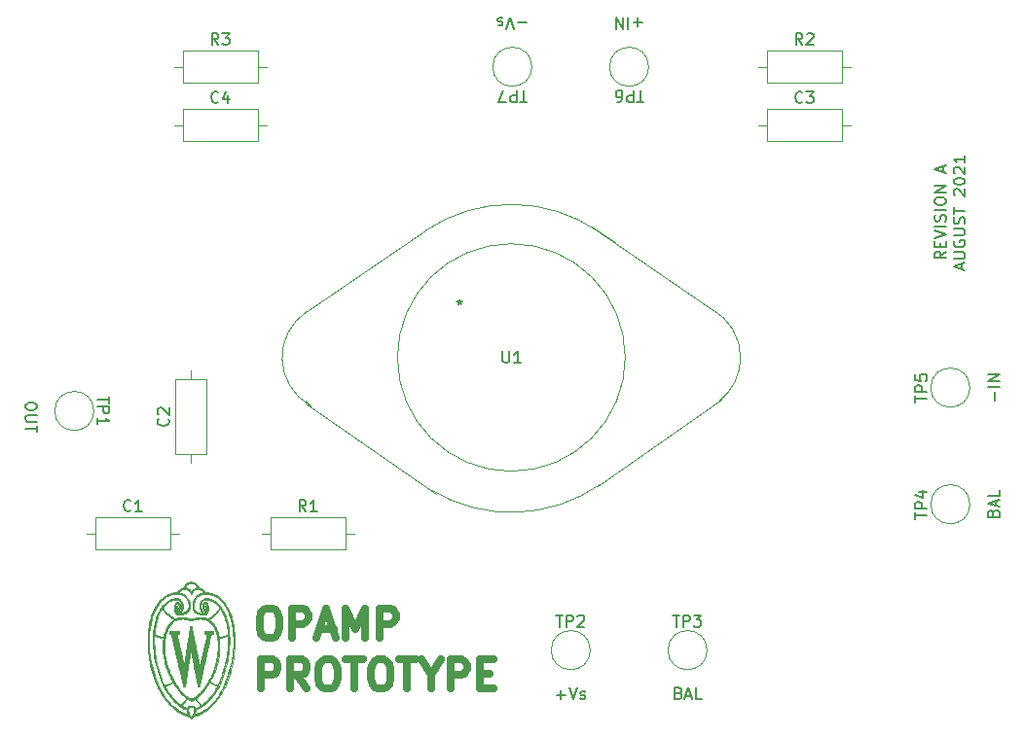
<source format=gbr>
%TF.GenerationSoftware,KiCad,Pcbnew,5.1.8+dfsg1-1+b1*%
%TF.CreationDate,2021-08-06T11:41:16-05:00*%
%TF.ProjectId,to-3-opamp-prototype,746f2d33-2d6f-4706-916d-702d70726f74,A*%
%TF.SameCoordinates,Original*%
%TF.FileFunction,Legend,Top*%
%TF.FilePolarity,Positive*%
%FSLAX46Y46*%
G04 Gerber Fmt 4.6, Leading zero omitted, Abs format (unit mm)*
G04 Created by KiCad (PCBNEW 5.1.8+dfsg1-1+b1) date 2021-08-06 11:41:16*
%MOMM*%
%LPD*%
G01*
G04 APERTURE LIST*
%ADD10C,0.150000*%
%ADD11C,0.635000*%
%ADD12C,0.120000*%
%ADD13C,0.010000*%
G04 APERTURE END LIST*
D10*
X60237619Y-92980000D02*
X60237619Y-93170476D01*
X60190000Y-93265714D01*
X60094761Y-93360952D01*
X59904285Y-93408571D01*
X59570952Y-93408571D01*
X59380476Y-93360952D01*
X59285238Y-93265714D01*
X59237619Y-93170476D01*
X59237619Y-92980000D01*
X59285238Y-92884761D01*
X59380476Y-92789523D01*
X59570952Y-92741904D01*
X59904285Y-92741904D01*
X60094761Y-92789523D01*
X60190000Y-92884761D01*
X60237619Y-92980000D01*
X60237619Y-93837142D02*
X59428095Y-93837142D01*
X59332857Y-93884761D01*
X59285238Y-93932380D01*
X59237619Y-94027619D01*
X59237619Y-94218095D01*
X59285238Y-94313333D01*
X59332857Y-94360952D01*
X59428095Y-94408571D01*
X60237619Y-94408571D01*
X60237619Y-94741904D02*
X60237619Y-95313333D01*
X59237619Y-95027619D02*
X60237619Y-95027619D01*
X102814285Y-59618571D02*
X102052380Y-59618571D01*
X101719047Y-60237619D02*
X101385714Y-59237619D01*
X101052380Y-60237619D01*
X100766666Y-59285238D02*
X100671428Y-59237619D01*
X100480952Y-59237619D01*
X100385714Y-59285238D01*
X100338095Y-59380476D01*
X100338095Y-59428095D01*
X100385714Y-59523333D01*
X100480952Y-59570952D01*
X100623809Y-59570952D01*
X100719047Y-59618571D01*
X100766666Y-59713809D01*
X100766666Y-59761428D01*
X100719047Y-59856666D01*
X100623809Y-59904285D01*
X100480952Y-59904285D01*
X100385714Y-59856666D01*
X112902857Y-59618571D02*
X112140952Y-59618571D01*
X112521904Y-59237619D02*
X112521904Y-59999523D01*
X111664761Y-59237619D02*
X111664761Y-60237619D01*
X111188571Y-59237619D02*
X111188571Y-60237619D01*
X110617142Y-59237619D01*
X110617142Y-60237619D01*
X143581428Y-92582857D02*
X143581428Y-91820952D01*
X143962380Y-91344761D02*
X142962380Y-91344761D01*
X143962380Y-90868571D02*
X142962380Y-90868571D01*
X143962380Y-90297142D01*
X142962380Y-90297142D01*
X143438571Y-102361904D02*
X143486190Y-102219047D01*
X143533809Y-102171428D01*
X143629047Y-102123809D01*
X143771904Y-102123809D01*
X143867142Y-102171428D01*
X143914761Y-102219047D01*
X143962380Y-102314285D01*
X143962380Y-102695238D01*
X142962380Y-102695238D01*
X142962380Y-102361904D01*
X143010000Y-102266666D01*
X143057619Y-102219047D01*
X143152857Y-102171428D01*
X143248095Y-102171428D01*
X143343333Y-102219047D01*
X143390952Y-102266666D01*
X143438571Y-102361904D01*
X143438571Y-102695238D01*
X143676666Y-101742857D02*
X143676666Y-101266666D01*
X143962380Y-101838095D02*
X142962380Y-101504761D01*
X143962380Y-101171428D01*
X143962380Y-100361904D02*
X143962380Y-100838095D01*
X142962380Y-100838095D01*
X116078095Y-118038571D02*
X116220952Y-118086190D01*
X116268571Y-118133809D01*
X116316190Y-118229047D01*
X116316190Y-118371904D01*
X116268571Y-118467142D01*
X116220952Y-118514761D01*
X116125714Y-118562380D01*
X115744761Y-118562380D01*
X115744761Y-117562380D01*
X116078095Y-117562380D01*
X116173333Y-117610000D01*
X116220952Y-117657619D01*
X116268571Y-117752857D01*
X116268571Y-117848095D01*
X116220952Y-117943333D01*
X116173333Y-117990952D01*
X116078095Y-118038571D01*
X115744761Y-118038571D01*
X116697142Y-118276666D02*
X117173333Y-118276666D01*
X116601904Y-118562380D02*
X116935238Y-117562380D01*
X117268571Y-118562380D01*
X118078095Y-118562380D02*
X117601904Y-118562380D01*
X117601904Y-117562380D01*
X105465714Y-118181428D02*
X106227619Y-118181428D01*
X105846666Y-118562380D02*
X105846666Y-117800476D01*
X106560952Y-117562380D02*
X106894285Y-118562380D01*
X107227619Y-117562380D01*
X107513333Y-118514761D02*
X107608571Y-118562380D01*
X107799047Y-118562380D01*
X107894285Y-118514761D01*
X107941904Y-118419523D01*
X107941904Y-118371904D01*
X107894285Y-118276666D01*
X107799047Y-118229047D01*
X107656190Y-118229047D01*
X107560952Y-118181428D01*
X107513333Y-118086190D01*
X107513333Y-118038571D01*
X107560952Y-117943333D01*
X107656190Y-117895714D01*
X107799047Y-117895714D01*
X107894285Y-117943333D01*
X139327380Y-79580952D02*
X138851190Y-79914285D01*
X139327380Y-80152380D02*
X138327380Y-80152380D01*
X138327380Y-79771428D01*
X138375000Y-79676190D01*
X138422619Y-79628571D01*
X138517857Y-79580952D01*
X138660714Y-79580952D01*
X138755952Y-79628571D01*
X138803571Y-79676190D01*
X138851190Y-79771428D01*
X138851190Y-80152380D01*
X138803571Y-79152380D02*
X138803571Y-78819047D01*
X139327380Y-78676190D02*
X139327380Y-79152380D01*
X138327380Y-79152380D01*
X138327380Y-78676190D01*
X138327380Y-78390476D02*
X139327380Y-78057142D01*
X138327380Y-77723809D01*
X139327380Y-77390476D02*
X138327380Y-77390476D01*
X139279761Y-76961904D02*
X139327380Y-76819047D01*
X139327380Y-76580952D01*
X139279761Y-76485714D01*
X139232142Y-76438095D01*
X139136904Y-76390476D01*
X139041666Y-76390476D01*
X138946428Y-76438095D01*
X138898809Y-76485714D01*
X138851190Y-76580952D01*
X138803571Y-76771428D01*
X138755952Y-76866666D01*
X138708333Y-76914285D01*
X138613095Y-76961904D01*
X138517857Y-76961904D01*
X138422619Y-76914285D01*
X138375000Y-76866666D01*
X138327380Y-76771428D01*
X138327380Y-76533333D01*
X138375000Y-76390476D01*
X139327380Y-75961904D02*
X138327380Y-75961904D01*
X138327380Y-75295238D02*
X138327380Y-75104761D01*
X138375000Y-75009523D01*
X138470238Y-74914285D01*
X138660714Y-74866666D01*
X138994047Y-74866666D01*
X139184523Y-74914285D01*
X139279761Y-75009523D01*
X139327380Y-75104761D01*
X139327380Y-75295238D01*
X139279761Y-75390476D01*
X139184523Y-75485714D01*
X138994047Y-75533333D01*
X138660714Y-75533333D01*
X138470238Y-75485714D01*
X138375000Y-75390476D01*
X138327380Y-75295238D01*
X139327380Y-74438095D02*
X138327380Y-74438095D01*
X139327380Y-73866666D01*
X138327380Y-73866666D01*
X139041666Y-72676190D02*
X139041666Y-72200000D01*
X139327380Y-72771428D02*
X138327380Y-72438095D01*
X139327380Y-72104761D01*
X140691666Y-81128571D02*
X140691666Y-80652380D01*
X140977380Y-81223809D02*
X139977380Y-80890476D01*
X140977380Y-80557142D01*
X139977380Y-80223809D02*
X140786904Y-80223809D01*
X140882142Y-80176190D01*
X140929761Y-80128571D01*
X140977380Y-80033333D01*
X140977380Y-79842857D01*
X140929761Y-79747619D01*
X140882142Y-79700000D01*
X140786904Y-79652380D01*
X139977380Y-79652380D01*
X140025000Y-78652380D02*
X139977380Y-78747619D01*
X139977380Y-78890476D01*
X140025000Y-79033333D01*
X140120238Y-79128571D01*
X140215476Y-79176190D01*
X140405952Y-79223809D01*
X140548809Y-79223809D01*
X140739285Y-79176190D01*
X140834523Y-79128571D01*
X140929761Y-79033333D01*
X140977380Y-78890476D01*
X140977380Y-78795238D01*
X140929761Y-78652380D01*
X140882142Y-78604761D01*
X140548809Y-78604761D01*
X140548809Y-78795238D01*
X139977380Y-78176190D02*
X140786904Y-78176190D01*
X140882142Y-78128571D01*
X140929761Y-78080952D01*
X140977380Y-77985714D01*
X140977380Y-77795238D01*
X140929761Y-77700000D01*
X140882142Y-77652380D01*
X140786904Y-77604761D01*
X139977380Y-77604761D01*
X140929761Y-77176190D02*
X140977380Y-77033333D01*
X140977380Y-76795238D01*
X140929761Y-76700000D01*
X140882142Y-76652380D01*
X140786904Y-76604761D01*
X140691666Y-76604761D01*
X140596428Y-76652380D01*
X140548809Y-76700000D01*
X140501190Y-76795238D01*
X140453571Y-76985714D01*
X140405952Y-77080952D01*
X140358333Y-77128571D01*
X140263095Y-77176190D01*
X140167857Y-77176190D01*
X140072619Y-77128571D01*
X140025000Y-77080952D01*
X139977380Y-76985714D01*
X139977380Y-76747619D01*
X140025000Y-76604761D01*
X139977380Y-76319047D02*
X139977380Y-75747619D01*
X140977380Y-76033333D02*
X139977380Y-76033333D01*
X140072619Y-74700000D02*
X140025000Y-74652380D01*
X139977380Y-74557142D01*
X139977380Y-74319047D01*
X140025000Y-74223809D01*
X140072619Y-74176190D01*
X140167857Y-74128571D01*
X140263095Y-74128571D01*
X140405952Y-74176190D01*
X140977380Y-74747619D01*
X140977380Y-74128571D01*
X139977380Y-73509523D02*
X139977380Y-73414285D01*
X140025000Y-73319047D01*
X140072619Y-73271428D01*
X140167857Y-73223809D01*
X140358333Y-73176190D01*
X140596428Y-73176190D01*
X140786904Y-73223809D01*
X140882142Y-73271428D01*
X140929761Y-73319047D01*
X140977380Y-73414285D01*
X140977380Y-73509523D01*
X140929761Y-73604761D01*
X140882142Y-73652380D01*
X140786904Y-73700000D01*
X140596428Y-73747619D01*
X140358333Y-73747619D01*
X140167857Y-73700000D01*
X140072619Y-73652380D01*
X140025000Y-73604761D01*
X139977380Y-73509523D01*
X140072619Y-72795238D02*
X140025000Y-72747619D01*
X139977380Y-72652380D01*
X139977380Y-72414285D01*
X140025000Y-72319047D01*
X140072619Y-72271428D01*
X140167857Y-72223809D01*
X140263095Y-72223809D01*
X140405952Y-72271428D01*
X140977380Y-72842857D01*
X140977380Y-72223809D01*
X140977380Y-71271428D02*
X140977380Y-71842857D01*
X140977380Y-71557142D02*
X139977380Y-71557142D01*
X140120238Y-71652380D01*
X140215476Y-71747619D01*
X140263095Y-71842857D01*
D11*
X80241321Y-110686547D02*
X80725130Y-110686547D01*
X80967035Y-110807500D01*
X81208940Y-111049404D01*
X81329892Y-111533214D01*
X81329892Y-112379880D01*
X81208940Y-112863690D01*
X80967035Y-113105595D01*
X80725130Y-113226547D01*
X80241321Y-113226547D01*
X79999416Y-113105595D01*
X79757511Y-112863690D01*
X79636559Y-112379880D01*
X79636559Y-111533214D01*
X79757511Y-111049404D01*
X79999416Y-110807500D01*
X80241321Y-110686547D01*
X82418464Y-113226547D02*
X82418464Y-110686547D01*
X83386083Y-110686547D01*
X83627988Y-110807500D01*
X83748940Y-110928452D01*
X83869892Y-111170357D01*
X83869892Y-111533214D01*
X83748940Y-111775119D01*
X83627988Y-111896071D01*
X83386083Y-112017023D01*
X82418464Y-112017023D01*
X84837511Y-112500833D02*
X86047035Y-112500833D01*
X84595607Y-113226547D02*
X85442273Y-110686547D01*
X86288940Y-113226547D01*
X87135607Y-113226547D02*
X87135607Y-110686547D01*
X87982273Y-112500833D01*
X88828940Y-110686547D01*
X88828940Y-113226547D01*
X90038464Y-113226547D02*
X90038464Y-110686547D01*
X91006083Y-110686547D01*
X91247988Y-110807500D01*
X91368940Y-110928452D01*
X91489892Y-111170357D01*
X91489892Y-111533214D01*
X91368940Y-111775119D01*
X91247988Y-111896071D01*
X91006083Y-112017023D01*
X90038464Y-112017023D01*
X79757511Y-117671547D02*
X79757511Y-115131547D01*
X80725130Y-115131547D01*
X80967035Y-115252500D01*
X81087988Y-115373452D01*
X81208940Y-115615357D01*
X81208940Y-115978214D01*
X81087988Y-116220119D01*
X80967035Y-116341071D01*
X80725130Y-116462023D01*
X79757511Y-116462023D01*
X83748940Y-117671547D02*
X82902273Y-116462023D01*
X82297511Y-117671547D02*
X82297511Y-115131547D01*
X83265130Y-115131547D01*
X83507035Y-115252500D01*
X83627988Y-115373452D01*
X83748940Y-115615357D01*
X83748940Y-115978214D01*
X83627988Y-116220119D01*
X83507035Y-116341071D01*
X83265130Y-116462023D01*
X82297511Y-116462023D01*
X85321321Y-115131547D02*
X85805130Y-115131547D01*
X86047035Y-115252500D01*
X86288940Y-115494404D01*
X86409892Y-115978214D01*
X86409892Y-116824880D01*
X86288940Y-117308690D01*
X86047035Y-117550595D01*
X85805130Y-117671547D01*
X85321321Y-117671547D01*
X85079416Y-117550595D01*
X84837511Y-117308690D01*
X84716559Y-116824880D01*
X84716559Y-115978214D01*
X84837511Y-115494404D01*
X85079416Y-115252500D01*
X85321321Y-115131547D01*
X87135607Y-115131547D02*
X88587035Y-115131547D01*
X87861321Y-117671547D02*
X87861321Y-115131547D01*
X89917511Y-115131547D02*
X90401321Y-115131547D01*
X90643226Y-115252500D01*
X90885130Y-115494404D01*
X91006083Y-115978214D01*
X91006083Y-116824880D01*
X90885130Y-117308690D01*
X90643226Y-117550595D01*
X90401321Y-117671547D01*
X89917511Y-117671547D01*
X89675607Y-117550595D01*
X89433702Y-117308690D01*
X89312750Y-116824880D01*
X89312750Y-115978214D01*
X89433702Y-115494404D01*
X89675607Y-115252500D01*
X89917511Y-115131547D01*
X91731797Y-115131547D02*
X93183226Y-115131547D01*
X92457511Y-117671547D02*
X92457511Y-115131547D01*
X94513702Y-116462023D02*
X94513702Y-117671547D01*
X93667035Y-115131547D02*
X94513702Y-116462023D01*
X95360369Y-115131547D01*
X96207035Y-117671547D02*
X96207035Y-115131547D01*
X97174654Y-115131547D01*
X97416559Y-115252500D01*
X97537511Y-115373452D01*
X97658464Y-115615357D01*
X97658464Y-115978214D01*
X97537511Y-116220119D01*
X97416559Y-116341071D01*
X97174654Y-116462023D01*
X96207035Y-116462023D01*
X98747035Y-116341071D02*
X99593702Y-116341071D01*
X99956559Y-117671547D02*
X98747035Y-117671547D01*
X98747035Y-115131547D01*
X99956559Y-115131547D01*
D12*
%TO.C,R3*%
X72930000Y-62130000D02*
X72930000Y-64870000D01*
X72930000Y-64870000D02*
X79470000Y-64870000D01*
X79470000Y-64870000D02*
X79470000Y-62130000D01*
X79470000Y-62130000D02*
X72930000Y-62130000D01*
X72160000Y-63500000D02*
X72930000Y-63500000D01*
X80240000Y-63500000D02*
X79470000Y-63500000D01*
%TO.C,R2*%
X123730000Y-62130000D02*
X123730000Y-64870000D01*
X123730000Y-64870000D02*
X130270000Y-64870000D01*
X130270000Y-64870000D02*
X130270000Y-62130000D01*
X130270000Y-62130000D02*
X123730000Y-62130000D01*
X122960000Y-63500000D02*
X123730000Y-63500000D01*
X131040000Y-63500000D02*
X130270000Y-63500000D01*
%TO.C,R1*%
X80550000Y-102770000D02*
X80550000Y-105510000D01*
X80550000Y-105510000D02*
X87090000Y-105510000D01*
X87090000Y-105510000D02*
X87090000Y-102770000D01*
X87090000Y-102770000D02*
X80550000Y-102770000D01*
X79780000Y-104140000D02*
X80550000Y-104140000D01*
X87860000Y-104140000D02*
X87090000Y-104140000D01*
%TO.C,C4*%
X72930000Y-67210000D02*
X72930000Y-69950000D01*
X72930000Y-69950000D02*
X79470000Y-69950000D01*
X79470000Y-69950000D02*
X79470000Y-67210000D01*
X79470000Y-67210000D02*
X72930000Y-67210000D01*
X72160000Y-68580000D02*
X72930000Y-68580000D01*
X80240000Y-68580000D02*
X79470000Y-68580000D01*
%TO.C,C3*%
X123730000Y-67210000D02*
X123730000Y-69950000D01*
X123730000Y-69950000D02*
X130270000Y-69950000D01*
X130270000Y-69950000D02*
X130270000Y-67210000D01*
X130270000Y-67210000D02*
X123730000Y-67210000D01*
X122960000Y-68580000D02*
X123730000Y-68580000D01*
X131040000Y-68580000D02*
X130270000Y-68580000D01*
%TO.C,C2*%
X72290000Y-97250000D02*
X75030000Y-97250000D01*
X75030000Y-97250000D02*
X75030000Y-90710000D01*
X75030000Y-90710000D02*
X72290000Y-90710000D01*
X72290000Y-90710000D02*
X72290000Y-97250000D01*
X73660000Y-98020000D02*
X73660000Y-97250000D01*
X73660000Y-89940000D02*
X73660000Y-90710000D01*
%TO.C,C1*%
X65310000Y-102770000D02*
X65310000Y-105510000D01*
X65310000Y-105510000D02*
X71850000Y-105510000D01*
X71850000Y-105510000D02*
X71850000Y-102770000D01*
X71850000Y-102770000D02*
X65310000Y-102770000D01*
X64540000Y-104140000D02*
X65310000Y-104140000D01*
X72620000Y-104140000D02*
X71850000Y-104140000D01*
%TO.C,TP7*%
X103300000Y-63500000D02*
G75*
G03*
X103300000Y-63500000I-1700000J0D01*
G01*
%TO.C,TP6*%
X113460000Y-63500000D02*
G75*
G03*
X113460000Y-63500000I-1700000J0D01*
G01*
%TO.C,TP5*%
X141400000Y-91440000D02*
G75*
G03*
X141400000Y-91440000I-1700000J0D01*
G01*
%TO.C,TP4*%
X141400000Y-101600000D02*
G75*
G03*
X141400000Y-101600000I-1700000J0D01*
G01*
%TO.C,TP3*%
X118540000Y-114300000D02*
G75*
G03*
X118540000Y-114300000I-1700000J0D01*
G01*
%TO.C,TP2*%
X108380000Y-114300000D02*
G75*
G03*
X108380000Y-114300000I-1700000J0D01*
G01*
%TO.C,TP1*%
X65200000Y-93472000D02*
G75*
G03*
X65200000Y-93472000I-1700000J0D01*
G01*
%TO.C,U1*%
X111424128Y-88818128D02*
G75*
G03*
X111424128Y-88818128I-9906000J0D01*
G01*
X108960328Y-77718328D02*
X119475928Y-84931928D01*
X108503128Y-77388128D02*
X110535128Y-78785128D01*
X109061928Y-100019528D02*
X119806128Y-92475728D01*
X83636528Y-84830328D02*
X94050528Y-77718328D01*
X83585728Y-92602728D02*
X84246128Y-93212328D01*
X83585728Y-92805928D02*
X94939528Y-100705328D01*
X118910273Y-84579450D02*
G75*
G02*
X121457128Y-88818128I-2253745J-4238678D01*
G01*
X83979429Y-92975569D02*
G75*
G02*
X83695267Y-84838251I2400299J4157441D01*
G01*
X121457129Y-88818128D02*
G75*
G02*
X119612073Y-92601053I-4800601J0D01*
G01*
X109254183Y-99866359D02*
G75*
G02*
X94571604Y-100379086I-7736055J11048231D01*
G01*
X94061291Y-77762912D02*
G75*
G02*
X109166770Y-77894736I7456837J-11055216D01*
G01*
D13*
%TO.C,G\u002A\u002A\u002A*%
G36*
X73650497Y-112247841D02*
G01*
X73667933Y-112248488D01*
X73678683Y-112249868D01*
X73684481Y-112252227D01*
X73687064Y-112255810D01*
X73687312Y-112256570D01*
X73688537Y-112262166D01*
X73691761Y-112277346D01*
X73696909Y-112301744D01*
X73703904Y-112334999D01*
X73712670Y-112376746D01*
X73723132Y-112426623D01*
X73735213Y-112484267D01*
X73748838Y-112549314D01*
X73763930Y-112621400D01*
X73780413Y-112700164D01*
X73798212Y-112785240D01*
X73817251Y-112876267D01*
X73837452Y-112972881D01*
X73858742Y-113074719D01*
X73881043Y-113181417D01*
X73904279Y-113292613D01*
X73928375Y-113407942D01*
X73953255Y-113527043D01*
X73978842Y-113649551D01*
X74005061Y-113775103D01*
X74031835Y-113903336D01*
X74043589Y-113959640D01*
X74070596Y-114088994D01*
X74097087Y-114215858D01*
X74122985Y-114339867D01*
X74148216Y-114460656D01*
X74172702Y-114577860D01*
X74196367Y-114691114D01*
X74219134Y-114800053D01*
X74240927Y-114904311D01*
X74261671Y-115003524D01*
X74281288Y-115097327D01*
X74299702Y-115185354D01*
X74316836Y-115267241D01*
X74332615Y-115342622D01*
X74346963Y-115411133D01*
X74359801Y-115472408D01*
X74371055Y-115526083D01*
X74380648Y-115571792D01*
X74388504Y-115609170D01*
X74394545Y-115637853D01*
X74398697Y-115657475D01*
X74400882Y-115667671D01*
X74401196Y-115669060D01*
X74403609Y-115677405D01*
X74405499Y-115678620D01*
X74407792Y-115671715D01*
X74410710Y-115658900D01*
X74412330Y-115651781D01*
X74416140Y-115635185D01*
X74422042Y-115609532D01*
X74429940Y-115575243D01*
X74439736Y-115532740D01*
X74451332Y-115482445D01*
X74464633Y-115424777D01*
X74479540Y-115360160D01*
X74495956Y-115289013D01*
X74513785Y-115211758D01*
X74532928Y-115128816D01*
X74553289Y-115040609D01*
X74574770Y-114947558D01*
X74597275Y-114850084D01*
X74620706Y-114748609D01*
X74644965Y-114643553D01*
X74669956Y-114535338D01*
X74695582Y-114424385D01*
X74714338Y-114343180D01*
X74745751Y-114207185D01*
X74774958Y-114080732D01*
X74802035Y-113963458D01*
X74827057Y-113855005D01*
X74850100Y-113755012D01*
X74871241Y-113663119D01*
X74890555Y-113578966D01*
X74908118Y-113502193D01*
X74924006Y-113432440D01*
X74938294Y-113369347D01*
X74951060Y-113312553D01*
X74962378Y-113261700D01*
X74972324Y-113216426D01*
X74980974Y-113176371D01*
X74988405Y-113141177D01*
X74994692Y-113110482D01*
X74999911Y-113083926D01*
X75004137Y-113061150D01*
X75007448Y-113041793D01*
X75009918Y-113025495D01*
X75011623Y-113011897D01*
X75012640Y-113000638D01*
X75013043Y-112991357D01*
X75012910Y-112983697D01*
X75012316Y-112977295D01*
X75011337Y-112971792D01*
X75010049Y-112966828D01*
X75008527Y-112962042D01*
X75006847Y-112957076D01*
X75006602Y-112956340D01*
X74991641Y-112925657D01*
X74969555Y-112902180D01*
X74940449Y-112885972D01*
X74904424Y-112877098D01*
X74876660Y-112875288D01*
X74853898Y-112875678D01*
X74832022Y-112876919D01*
X74815471Y-112878751D01*
X74814430Y-112878930D01*
X74792840Y-112882800D01*
X74792840Y-112628680D01*
X75554840Y-112628680D01*
X75554840Y-112756950D01*
X75554841Y-112885220D01*
X75502770Y-112885220D01*
X75478094Y-112885485D01*
X75460598Y-112886633D01*
X75447312Y-112889190D01*
X75435263Y-112893683D01*
X75424345Y-112899115D01*
X75395022Y-112920058D01*
X75372361Y-112948573D01*
X75367445Y-112957409D01*
X75365974Y-112963070D01*
X75362384Y-112978337D01*
X75356745Y-113002894D01*
X75349126Y-113036426D01*
X75339599Y-113078618D01*
X75328233Y-113129154D01*
X75315099Y-113187719D01*
X75300267Y-113253997D01*
X75283807Y-113327673D01*
X75265788Y-113408432D01*
X75246282Y-113495958D01*
X75225359Y-113589936D01*
X75203088Y-113690050D01*
X75179540Y-113795985D01*
X75154785Y-113907426D01*
X75128893Y-114024056D01*
X75101935Y-114145562D01*
X75073980Y-114271626D01*
X75045099Y-114401935D01*
X75015362Y-114536172D01*
X74984838Y-114674022D01*
X74953599Y-114815170D01*
X74921715Y-114959300D01*
X74889255Y-115106096D01*
X74869009Y-115197689D01*
X74836237Y-115345968D01*
X74804011Y-115491776D01*
X74772400Y-115634797D01*
X74741474Y-115774715D01*
X74711303Y-115911215D01*
X74681956Y-116043982D01*
X74653504Y-116172700D01*
X74626016Y-116297055D01*
X74599561Y-116416729D01*
X74574210Y-116531409D01*
X74550032Y-116640779D01*
X74527097Y-116744522D01*
X74505475Y-116842325D01*
X74485235Y-116933871D01*
X74466447Y-117018845D01*
X74449181Y-117096931D01*
X74433507Y-117167815D01*
X74419494Y-117231180D01*
X74407212Y-117286712D01*
X74396730Y-117334094D01*
X74388120Y-117373012D01*
X74381449Y-117403150D01*
X74376789Y-117424193D01*
X74374208Y-117435825D01*
X74373684Y-117438170D01*
X74372204Y-117442781D01*
X74369192Y-117445949D01*
X74362978Y-117447944D01*
X74351893Y-117449036D01*
X74334265Y-117449498D01*
X74308425Y-117449599D01*
X74303218Y-117449600D01*
X74235430Y-117449600D01*
X74227226Y-117407690D01*
X74225605Y-117399376D01*
X74222123Y-117381482D01*
X74216855Y-117354402D01*
X74209879Y-117318527D01*
X74201269Y-117274253D01*
X74191104Y-117221971D01*
X74179459Y-117162075D01*
X74166411Y-117094958D01*
X74152036Y-117021014D01*
X74136411Y-116940636D01*
X74119612Y-116854217D01*
X74101716Y-116762150D01*
X74082799Y-116664828D01*
X74062937Y-116562646D01*
X74042207Y-116455995D01*
X74020685Y-116345269D01*
X73998448Y-116230862D01*
X73975573Y-116113167D01*
X73952135Y-115992577D01*
X73928211Y-115869485D01*
X73918903Y-115821596D01*
X73894903Y-115698128D01*
X73871395Y-115577246D01*
X73848456Y-115459330D01*
X73826159Y-115344759D01*
X73804579Y-115233914D01*
X73783789Y-115127174D01*
X73763863Y-115024920D01*
X73744877Y-114927532D01*
X73726904Y-114835389D01*
X73710018Y-114748872D01*
X73694294Y-114668360D01*
X73679805Y-114594234D01*
X73666627Y-114526873D01*
X73654832Y-114466658D01*
X73644496Y-114413968D01*
X73635693Y-114369183D01*
X73628496Y-114332684D01*
X73622980Y-114304851D01*
X73619220Y-114286062D01*
X73617288Y-114276700D01*
X73617037Y-114275663D01*
X73616895Y-114275053D01*
X73616855Y-114273875D01*
X73616866Y-114272475D01*
X73616873Y-114271199D01*
X73616822Y-114270393D01*
X73616662Y-114270403D01*
X73616337Y-114271574D01*
X73615795Y-114274253D01*
X73614982Y-114278785D01*
X73613845Y-114285515D01*
X73612331Y-114294791D01*
X73610386Y-114306957D01*
X73607956Y-114322359D01*
X73604989Y-114341344D01*
X73601431Y-114364257D01*
X73597229Y-114391444D01*
X73592329Y-114423250D01*
X73586678Y-114460022D01*
X73580222Y-114502105D01*
X73572908Y-114549846D01*
X73564683Y-114603589D01*
X73555493Y-114663681D01*
X73545284Y-114730468D01*
X73534005Y-114804295D01*
X73521600Y-114885509D01*
X73508018Y-114974454D01*
X73493203Y-115071478D01*
X73477104Y-115176925D01*
X73459666Y-115291141D01*
X73440836Y-115414473D01*
X73420561Y-115547267D01*
X73405843Y-115643660D01*
X73387801Y-115761816D01*
X73369907Y-115878998D01*
X73352240Y-115994688D01*
X73334879Y-116108368D01*
X73317902Y-116219522D01*
X73301390Y-116327632D01*
X73285421Y-116432182D01*
X73270073Y-116532654D01*
X73255427Y-116628531D01*
X73241560Y-116719296D01*
X73228553Y-116804432D01*
X73216483Y-116883421D01*
X73205430Y-116955748D01*
X73195474Y-117020893D01*
X73186692Y-117078342D01*
X73179164Y-117127575D01*
X73172969Y-117168077D01*
X73168186Y-117199330D01*
X73166229Y-117212110D01*
X73129841Y-117449600D01*
X72979671Y-117449600D01*
X72974611Y-117430550D01*
X72973131Y-117424372D01*
X72969421Y-117408617D01*
X72963554Y-117383601D01*
X72955606Y-117349642D01*
X72945650Y-117307057D01*
X72933761Y-117256164D01*
X72920011Y-117197280D01*
X72904475Y-117130723D01*
X72887228Y-117056810D01*
X72868343Y-116975858D01*
X72847894Y-116888185D01*
X72825955Y-116794109D01*
X72802601Y-116693946D01*
X72777904Y-116588014D01*
X72751940Y-116476631D01*
X72724782Y-116360113D01*
X72696505Y-116238779D01*
X72667182Y-116112946D01*
X72636887Y-115982931D01*
X72605694Y-115849052D01*
X72573678Y-115711625D01*
X72540912Y-115570969D01*
X72507471Y-115427401D01*
X72473427Y-115281238D01*
X72456086Y-115206780D01*
X72421752Y-115059367D01*
X72387973Y-114914363D01*
X72354823Y-114772086D01*
X72322377Y-114632855D01*
X72290710Y-114496988D01*
X72259896Y-114364805D01*
X72230008Y-114236623D01*
X72201123Y-114112761D01*
X72173313Y-113993539D01*
X72146654Y-113879274D01*
X72121219Y-113770286D01*
X72097084Y-113666893D01*
X72074322Y-113569413D01*
X72053009Y-113478166D01*
X72033217Y-113393470D01*
X72015023Y-113315643D01*
X71998500Y-113245005D01*
X71983722Y-113181874D01*
X71970765Y-113126569D01*
X71959701Y-113079408D01*
X71950607Y-113040710D01*
X71943556Y-113010794D01*
X71938622Y-112989978D01*
X71935881Y-112978582D01*
X71935358Y-112976523D01*
X71921527Y-112945939D01*
X71899157Y-112919348D01*
X71869390Y-112897669D01*
X71833370Y-112881820D01*
X71809604Y-112875566D01*
X71777860Y-112869094D01*
X71775136Y-112628680D01*
X72623680Y-112628680D01*
X72623680Y-112872409D01*
X72578694Y-112869216D01*
X72556038Y-112867911D01*
X72540030Y-112868153D01*
X72527220Y-112870395D01*
X72514153Y-112875093D01*
X72505760Y-112878817D01*
X72478490Y-112895867D01*
X72457969Y-112919243D01*
X72443912Y-112949508D01*
X72436033Y-112987222D01*
X72434017Y-113019840D01*
X72434061Y-113024798D01*
X72434375Y-113030574D01*
X72435043Y-113037532D01*
X72436147Y-113046038D01*
X72437768Y-113056458D01*
X72439991Y-113069157D01*
X72442896Y-113084500D01*
X72446566Y-113102853D01*
X72451085Y-113124582D01*
X72456534Y-113150052D01*
X72462995Y-113179629D01*
X72470552Y-113213678D01*
X72479286Y-113252564D01*
X72489280Y-113296654D01*
X72500617Y-113346313D01*
X72513379Y-113401906D01*
X72527648Y-113463799D01*
X72543507Y-113532358D01*
X72561038Y-113607947D01*
X72580323Y-113690933D01*
X72601446Y-113781681D01*
X72624489Y-113880556D01*
X72649533Y-113987925D01*
X72676662Y-114104152D01*
X72705958Y-114229604D01*
X72731895Y-114340640D01*
X72758032Y-114452496D01*
X72783587Y-114561806D01*
X72808461Y-114668153D01*
X72832556Y-114771122D01*
X72855776Y-114870296D01*
X72878022Y-114965258D01*
X72899196Y-115055594D01*
X72919200Y-115140886D01*
X72937938Y-115220718D01*
X72955311Y-115294675D01*
X72971222Y-115362341D01*
X72985572Y-115423298D01*
X72998264Y-115477131D01*
X73009201Y-115523425D01*
X73018284Y-115561762D01*
X73025415Y-115591726D01*
X73030498Y-115612902D01*
X73033434Y-115624873D01*
X73034148Y-115627527D01*
X73035240Y-115623356D01*
X73037832Y-115609430D01*
X73041878Y-115586033D01*
X73047332Y-115553453D01*
X73054150Y-115511976D01*
X73062287Y-115461888D01*
X73071696Y-115403474D01*
X73082333Y-115337022D01*
X73094153Y-115262816D01*
X73107109Y-115181144D01*
X73121157Y-115092292D01*
X73136252Y-114996545D01*
X73152348Y-114894190D01*
X73169400Y-114785512D01*
X73187363Y-114670799D01*
X73206191Y-114550336D01*
X73225839Y-114424409D01*
X73246261Y-114293304D01*
X73267414Y-114157308D01*
X73289250Y-114016706D01*
X73296273Y-113971447D01*
X73316286Y-113842444D01*
X73335923Y-113715882D01*
X73355126Y-113592138D01*
X73373835Y-113471590D01*
X73391992Y-113354615D01*
X73409538Y-113241593D01*
X73426415Y-113132899D01*
X73442564Y-113028912D01*
X73457925Y-112930009D01*
X73472442Y-112836569D01*
X73486054Y-112748968D01*
X73498703Y-112667585D01*
X73510330Y-112592797D01*
X73520878Y-112524982D01*
X73530286Y-112464518D01*
X73538497Y-112411781D01*
X73545451Y-112367150D01*
X73551090Y-112331003D01*
X73555356Y-112303717D01*
X73558189Y-112285670D01*
X73559531Y-112277240D01*
X73559590Y-112276890D01*
X73564565Y-112247680D01*
X73624640Y-112247680D01*
X73650497Y-112247841D01*
G37*
X73650497Y-112247841D02*
X73667933Y-112248488D01*
X73678683Y-112249868D01*
X73684481Y-112252227D01*
X73687064Y-112255810D01*
X73687312Y-112256570D01*
X73688537Y-112262166D01*
X73691761Y-112277346D01*
X73696909Y-112301744D01*
X73703904Y-112334999D01*
X73712670Y-112376746D01*
X73723132Y-112426623D01*
X73735213Y-112484267D01*
X73748838Y-112549314D01*
X73763930Y-112621400D01*
X73780413Y-112700164D01*
X73798212Y-112785240D01*
X73817251Y-112876267D01*
X73837452Y-112972881D01*
X73858742Y-113074719D01*
X73881043Y-113181417D01*
X73904279Y-113292613D01*
X73928375Y-113407942D01*
X73953255Y-113527043D01*
X73978842Y-113649551D01*
X74005061Y-113775103D01*
X74031835Y-113903336D01*
X74043589Y-113959640D01*
X74070596Y-114088994D01*
X74097087Y-114215858D01*
X74122985Y-114339867D01*
X74148216Y-114460656D01*
X74172702Y-114577860D01*
X74196367Y-114691114D01*
X74219134Y-114800053D01*
X74240927Y-114904311D01*
X74261671Y-115003524D01*
X74281288Y-115097327D01*
X74299702Y-115185354D01*
X74316836Y-115267241D01*
X74332615Y-115342622D01*
X74346963Y-115411133D01*
X74359801Y-115472408D01*
X74371055Y-115526083D01*
X74380648Y-115571792D01*
X74388504Y-115609170D01*
X74394545Y-115637853D01*
X74398697Y-115657475D01*
X74400882Y-115667671D01*
X74401196Y-115669060D01*
X74403609Y-115677405D01*
X74405499Y-115678620D01*
X74407792Y-115671715D01*
X74410710Y-115658900D01*
X74412330Y-115651781D01*
X74416140Y-115635185D01*
X74422042Y-115609532D01*
X74429940Y-115575243D01*
X74439736Y-115532740D01*
X74451332Y-115482445D01*
X74464633Y-115424777D01*
X74479540Y-115360160D01*
X74495956Y-115289013D01*
X74513785Y-115211758D01*
X74532928Y-115128816D01*
X74553289Y-115040609D01*
X74574770Y-114947558D01*
X74597275Y-114850084D01*
X74620706Y-114748609D01*
X74644965Y-114643553D01*
X74669956Y-114535338D01*
X74695582Y-114424385D01*
X74714338Y-114343180D01*
X74745751Y-114207185D01*
X74774958Y-114080732D01*
X74802035Y-113963458D01*
X74827057Y-113855005D01*
X74850100Y-113755012D01*
X74871241Y-113663119D01*
X74890555Y-113578966D01*
X74908118Y-113502193D01*
X74924006Y-113432440D01*
X74938294Y-113369347D01*
X74951060Y-113312553D01*
X74962378Y-113261700D01*
X74972324Y-113216426D01*
X74980974Y-113176371D01*
X74988405Y-113141177D01*
X74994692Y-113110482D01*
X74999911Y-113083926D01*
X75004137Y-113061150D01*
X75007448Y-113041793D01*
X75009918Y-113025495D01*
X75011623Y-113011897D01*
X75012640Y-113000638D01*
X75013043Y-112991357D01*
X75012910Y-112983697D01*
X75012316Y-112977295D01*
X75011337Y-112971792D01*
X75010049Y-112966828D01*
X75008527Y-112962042D01*
X75006847Y-112957076D01*
X75006602Y-112956340D01*
X74991641Y-112925657D01*
X74969555Y-112902180D01*
X74940449Y-112885972D01*
X74904424Y-112877098D01*
X74876660Y-112875288D01*
X74853898Y-112875678D01*
X74832022Y-112876919D01*
X74815471Y-112878751D01*
X74814430Y-112878930D01*
X74792840Y-112882800D01*
X74792840Y-112628680D01*
X75554840Y-112628680D01*
X75554840Y-112756950D01*
X75554841Y-112885220D01*
X75502770Y-112885220D01*
X75478094Y-112885485D01*
X75460598Y-112886633D01*
X75447312Y-112889190D01*
X75435263Y-112893683D01*
X75424345Y-112899115D01*
X75395022Y-112920058D01*
X75372361Y-112948573D01*
X75367445Y-112957409D01*
X75365974Y-112963070D01*
X75362384Y-112978337D01*
X75356745Y-113002894D01*
X75349126Y-113036426D01*
X75339599Y-113078618D01*
X75328233Y-113129154D01*
X75315099Y-113187719D01*
X75300267Y-113253997D01*
X75283807Y-113327673D01*
X75265788Y-113408432D01*
X75246282Y-113495958D01*
X75225359Y-113589936D01*
X75203088Y-113690050D01*
X75179540Y-113795985D01*
X75154785Y-113907426D01*
X75128893Y-114024056D01*
X75101935Y-114145562D01*
X75073980Y-114271626D01*
X75045099Y-114401935D01*
X75015362Y-114536172D01*
X74984838Y-114674022D01*
X74953599Y-114815170D01*
X74921715Y-114959300D01*
X74889255Y-115106096D01*
X74869009Y-115197689D01*
X74836237Y-115345968D01*
X74804011Y-115491776D01*
X74772400Y-115634797D01*
X74741474Y-115774715D01*
X74711303Y-115911215D01*
X74681956Y-116043982D01*
X74653504Y-116172700D01*
X74626016Y-116297055D01*
X74599561Y-116416729D01*
X74574210Y-116531409D01*
X74550032Y-116640779D01*
X74527097Y-116744522D01*
X74505475Y-116842325D01*
X74485235Y-116933871D01*
X74466447Y-117018845D01*
X74449181Y-117096931D01*
X74433507Y-117167815D01*
X74419494Y-117231180D01*
X74407212Y-117286712D01*
X74396730Y-117334094D01*
X74388120Y-117373012D01*
X74381449Y-117403150D01*
X74376789Y-117424193D01*
X74374208Y-117435825D01*
X74373684Y-117438170D01*
X74372204Y-117442781D01*
X74369192Y-117445949D01*
X74362978Y-117447944D01*
X74351893Y-117449036D01*
X74334265Y-117449498D01*
X74308425Y-117449599D01*
X74303218Y-117449600D01*
X74235430Y-117449600D01*
X74227226Y-117407690D01*
X74225605Y-117399376D01*
X74222123Y-117381482D01*
X74216855Y-117354402D01*
X74209879Y-117318527D01*
X74201269Y-117274253D01*
X74191104Y-117221971D01*
X74179459Y-117162075D01*
X74166411Y-117094958D01*
X74152036Y-117021014D01*
X74136411Y-116940636D01*
X74119612Y-116854217D01*
X74101716Y-116762150D01*
X74082799Y-116664828D01*
X74062937Y-116562646D01*
X74042207Y-116455995D01*
X74020685Y-116345269D01*
X73998448Y-116230862D01*
X73975573Y-116113167D01*
X73952135Y-115992577D01*
X73928211Y-115869485D01*
X73918903Y-115821596D01*
X73894903Y-115698128D01*
X73871395Y-115577246D01*
X73848456Y-115459330D01*
X73826159Y-115344759D01*
X73804579Y-115233914D01*
X73783789Y-115127174D01*
X73763863Y-115024920D01*
X73744877Y-114927532D01*
X73726904Y-114835389D01*
X73710018Y-114748872D01*
X73694294Y-114668360D01*
X73679805Y-114594234D01*
X73666627Y-114526873D01*
X73654832Y-114466658D01*
X73644496Y-114413968D01*
X73635693Y-114369183D01*
X73628496Y-114332684D01*
X73622980Y-114304851D01*
X73619220Y-114286062D01*
X73617288Y-114276700D01*
X73617037Y-114275663D01*
X73616895Y-114275053D01*
X73616855Y-114273875D01*
X73616866Y-114272475D01*
X73616873Y-114271199D01*
X73616822Y-114270393D01*
X73616662Y-114270403D01*
X73616337Y-114271574D01*
X73615795Y-114274253D01*
X73614982Y-114278785D01*
X73613845Y-114285515D01*
X73612331Y-114294791D01*
X73610386Y-114306957D01*
X73607956Y-114322359D01*
X73604989Y-114341344D01*
X73601431Y-114364257D01*
X73597229Y-114391444D01*
X73592329Y-114423250D01*
X73586678Y-114460022D01*
X73580222Y-114502105D01*
X73572908Y-114549846D01*
X73564683Y-114603589D01*
X73555493Y-114663681D01*
X73545284Y-114730468D01*
X73534005Y-114804295D01*
X73521600Y-114885509D01*
X73508018Y-114974454D01*
X73493203Y-115071478D01*
X73477104Y-115176925D01*
X73459666Y-115291141D01*
X73440836Y-115414473D01*
X73420561Y-115547267D01*
X73405843Y-115643660D01*
X73387801Y-115761816D01*
X73369907Y-115878998D01*
X73352240Y-115994688D01*
X73334879Y-116108368D01*
X73317902Y-116219522D01*
X73301390Y-116327632D01*
X73285421Y-116432182D01*
X73270073Y-116532654D01*
X73255427Y-116628531D01*
X73241560Y-116719296D01*
X73228553Y-116804432D01*
X73216483Y-116883421D01*
X73205430Y-116955748D01*
X73195474Y-117020893D01*
X73186692Y-117078342D01*
X73179164Y-117127575D01*
X73172969Y-117168077D01*
X73168186Y-117199330D01*
X73166229Y-117212110D01*
X73129841Y-117449600D01*
X72979671Y-117449600D01*
X72974611Y-117430550D01*
X72973131Y-117424372D01*
X72969421Y-117408617D01*
X72963554Y-117383601D01*
X72955606Y-117349642D01*
X72945650Y-117307057D01*
X72933761Y-117256164D01*
X72920011Y-117197280D01*
X72904475Y-117130723D01*
X72887228Y-117056810D01*
X72868343Y-116975858D01*
X72847894Y-116888185D01*
X72825955Y-116794109D01*
X72802601Y-116693946D01*
X72777904Y-116588014D01*
X72751940Y-116476631D01*
X72724782Y-116360113D01*
X72696505Y-116238779D01*
X72667182Y-116112946D01*
X72636887Y-115982931D01*
X72605694Y-115849052D01*
X72573678Y-115711625D01*
X72540912Y-115570969D01*
X72507471Y-115427401D01*
X72473427Y-115281238D01*
X72456086Y-115206780D01*
X72421752Y-115059367D01*
X72387973Y-114914363D01*
X72354823Y-114772086D01*
X72322377Y-114632855D01*
X72290710Y-114496988D01*
X72259896Y-114364805D01*
X72230008Y-114236623D01*
X72201123Y-114112761D01*
X72173313Y-113993539D01*
X72146654Y-113879274D01*
X72121219Y-113770286D01*
X72097084Y-113666893D01*
X72074322Y-113569413D01*
X72053009Y-113478166D01*
X72033217Y-113393470D01*
X72015023Y-113315643D01*
X71998500Y-113245005D01*
X71983722Y-113181874D01*
X71970765Y-113126569D01*
X71959701Y-113079408D01*
X71950607Y-113040710D01*
X71943556Y-113010794D01*
X71938622Y-112989978D01*
X71935881Y-112978582D01*
X71935358Y-112976523D01*
X71921527Y-112945939D01*
X71899157Y-112919348D01*
X71869390Y-112897669D01*
X71833370Y-112881820D01*
X71809604Y-112875566D01*
X71777860Y-112869094D01*
X71775136Y-112628680D01*
X72623680Y-112628680D01*
X72623680Y-112872409D01*
X72578694Y-112869216D01*
X72556038Y-112867911D01*
X72540030Y-112868153D01*
X72527220Y-112870395D01*
X72514153Y-112875093D01*
X72505760Y-112878817D01*
X72478490Y-112895867D01*
X72457969Y-112919243D01*
X72443912Y-112949508D01*
X72436033Y-112987222D01*
X72434017Y-113019840D01*
X72434061Y-113024798D01*
X72434375Y-113030574D01*
X72435043Y-113037532D01*
X72436147Y-113046038D01*
X72437768Y-113056458D01*
X72439991Y-113069157D01*
X72442896Y-113084500D01*
X72446566Y-113102853D01*
X72451085Y-113124582D01*
X72456534Y-113150052D01*
X72462995Y-113179629D01*
X72470552Y-113213678D01*
X72479286Y-113252564D01*
X72489280Y-113296654D01*
X72500617Y-113346313D01*
X72513379Y-113401906D01*
X72527648Y-113463799D01*
X72543507Y-113532358D01*
X72561038Y-113607947D01*
X72580323Y-113690933D01*
X72601446Y-113781681D01*
X72624489Y-113880556D01*
X72649533Y-113987925D01*
X72676662Y-114104152D01*
X72705958Y-114229604D01*
X72731895Y-114340640D01*
X72758032Y-114452496D01*
X72783587Y-114561806D01*
X72808461Y-114668153D01*
X72832556Y-114771122D01*
X72855776Y-114870296D01*
X72878022Y-114965258D01*
X72899196Y-115055594D01*
X72919200Y-115140886D01*
X72937938Y-115220718D01*
X72955311Y-115294675D01*
X72971222Y-115362341D01*
X72985572Y-115423298D01*
X72998264Y-115477131D01*
X73009201Y-115523425D01*
X73018284Y-115561762D01*
X73025415Y-115591726D01*
X73030498Y-115612902D01*
X73033434Y-115624873D01*
X73034148Y-115627527D01*
X73035240Y-115623356D01*
X73037832Y-115609430D01*
X73041878Y-115586033D01*
X73047332Y-115553453D01*
X73054150Y-115511976D01*
X73062287Y-115461888D01*
X73071696Y-115403474D01*
X73082333Y-115337022D01*
X73094153Y-115262816D01*
X73107109Y-115181144D01*
X73121157Y-115092292D01*
X73136252Y-114996545D01*
X73152348Y-114894190D01*
X73169400Y-114785512D01*
X73187363Y-114670799D01*
X73206191Y-114550336D01*
X73225839Y-114424409D01*
X73246261Y-114293304D01*
X73267414Y-114157308D01*
X73289250Y-114016706D01*
X73296273Y-113971447D01*
X73316286Y-113842444D01*
X73335923Y-113715882D01*
X73355126Y-113592138D01*
X73373835Y-113471590D01*
X73391992Y-113354615D01*
X73409538Y-113241593D01*
X73426415Y-113132899D01*
X73442564Y-113028912D01*
X73457925Y-112930009D01*
X73472442Y-112836569D01*
X73486054Y-112748968D01*
X73498703Y-112667585D01*
X73510330Y-112592797D01*
X73520878Y-112524982D01*
X73530286Y-112464518D01*
X73538497Y-112411781D01*
X73545451Y-112367150D01*
X73551090Y-112331003D01*
X73555356Y-112303717D01*
X73558189Y-112285670D01*
X73559531Y-112277240D01*
X73559590Y-112276890D01*
X73564565Y-112247680D01*
X73624640Y-112247680D01*
X73650497Y-112247841D01*
G36*
X73687014Y-108353991D02*
G01*
X73732375Y-108356052D01*
X73773794Y-108359780D01*
X73808483Y-108365150D01*
X73811395Y-108365759D01*
X73890635Y-108387497D01*
X73964009Y-108417438D01*
X74031830Y-108455785D01*
X74094414Y-108502739D01*
X74152077Y-108558504D01*
X74198895Y-108614889D01*
X74220962Y-108646620D01*
X74243934Y-108683879D01*
X74266332Y-108723914D01*
X74286682Y-108763972D01*
X74303506Y-108801301D01*
X74314383Y-108830197D01*
X74319840Y-108846109D01*
X74324296Y-108857714D01*
X74326434Y-108861967D01*
X74332382Y-108864133D01*
X74345301Y-108867240D01*
X74358942Y-108869959D01*
X74399191Y-108879382D01*
X74444524Y-108893437D01*
X74491659Y-108910992D01*
X74537314Y-108930915D01*
X74541541Y-108932931D01*
X74614134Y-108972295D01*
X74681352Y-109017714D01*
X74742191Y-109068300D01*
X74795644Y-109123169D01*
X74840704Y-109181433D01*
X74861778Y-109215007D01*
X74884618Y-109254605D01*
X74939059Y-109257746D01*
X75045529Y-109265775D01*
X75144491Y-109277326D01*
X75238105Y-109292803D01*
X75328531Y-109312607D01*
X75417931Y-109337143D01*
X75490719Y-109360639D01*
X75621526Y-109410876D01*
X75748777Y-109470499D01*
X75872356Y-109539334D01*
X75992152Y-109617209D01*
X76108049Y-109703949D01*
X76219933Y-109799381D01*
X76327691Y-109903332D01*
X76431209Y-110015630D01*
X76530372Y-110136099D01*
X76625067Y-110264568D01*
X76715180Y-110400862D01*
X76800596Y-110544809D01*
X76881201Y-110696235D01*
X76956883Y-110854967D01*
X77027526Y-111020831D01*
X77093017Y-111193654D01*
X77153241Y-111373263D01*
X77208085Y-111559485D01*
X77257435Y-111752146D01*
X77301177Y-111951072D01*
X77339196Y-112156092D01*
X77342619Y-112176560D01*
X77359612Y-112283878D01*
X77374818Y-112390232D01*
X77388415Y-112497300D01*
X77400581Y-112606754D01*
X77411495Y-112720272D01*
X77421334Y-112839528D01*
X77430276Y-112966198D01*
X77435515Y-113050320D01*
X77437014Y-113082053D01*
X77438320Y-113122725D01*
X77439431Y-113171114D01*
X77440350Y-113226000D01*
X77441074Y-113286164D01*
X77441606Y-113350384D01*
X77441943Y-113417440D01*
X77442087Y-113486112D01*
X77442038Y-113555179D01*
X77441795Y-113623422D01*
X77441358Y-113689620D01*
X77440728Y-113752553D01*
X77439904Y-113810999D01*
X77438887Y-113863740D01*
X77437676Y-113909555D01*
X77436271Y-113947223D01*
X77435521Y-113962180D01*
X77420706Y-114190254D01*
X77402134Y-114410657D01*
X77379574Y-114625248D01*
X77352797Y-114835882D01*
X77321575Y-115044418D01*
X77285677Y-115252712D01*
X77258562Y-115394740D01*
X77203920Y-115652528D01*
X77143133Y-115905889D01*
X77076343Y-116154551D01*
X77003690Y-116398243D01*
X76925316Y-116636694D01*
X76841363Y-116869632D01*
X76751971Y-117096785D01*
X76657284Y-117317883D01*
X76557441Y-117532653D01*
X76452585Y-117740825D01*
X76342856Y-117942126D01*
X76228397Y-118136286D01*
X76109349Y-118323033D01*
X75985853Y-118502096D01*
X75858051Y-118673202D01*
X75726084Y-118836082D01*
X75590094Y-118990462D01*
X75450222Y-119136073D01*
X75306610Y-119272641D01*
X75180289Y-119382593D01*
X75043014Y-119491660D01*
X74901799Y-119593264D01*
X74757294Y-119687063D01*
X74610149Y-119772714D01*
X74461014Y-119849876D01*
X74310540Y-119918204D01*
X74159377Y-119977358D01*
X74008174Y-120026995D01*
X73900991Y-120056312D01*
X73837344Y-120072251D01*
X73821635Y-120095083D01*
X73804591Y-120118346D01*
X73784320Y-120143671D01*
X73762624Y-120169020D01*
X73741308Y-120192358D01*
X73722175Y-120211647D01*
X73707028Y-120224850D01*
X73706183Y-120225479D01*
X73683935Y-120239595D01*
X73665278Y-120245820D01*
X73647957Y-120244570D01*
X73634181Y-120238815D01*
X73620991Y-120229444D01*
X73603303Y-120213706D01*
X73582753Y-120193330D01*
X73560982Y-120170045D01*
X73539628Y-120145582D01*
X73520330Y-120121669D01*
X73510140Y-120107911D01*
X73497365Y-120090384D01*
X73487746Y-120079308D01*
X73478771Y-120072702D01*
X73467924Y-120068586D01*
X73456800Y-120065887D01*
X73432077Y-120059853D01*
X73399916Y-120051219D01*
X73362503Y-120040636D01*
X73322024Y-120028759D01*
X73280666Y-120016241D01*
X73240614Y-120003736D01*
X73204055Y-119991897D01*
X73173174Y-119981377D01*
X73168262Y-119979629D01*
X73002831Y-119914883D01*
X72840279Y-119840418D01*
X72680659Y-119756275D01*
X72524023Y-119662493D01*
X72370422Y-119559114D01*
X72219910Y-119446177D01*
X72072537Y-119323722D01*
X71928357Y-119191790D01*
X71787422Y-119050420D01*
X71649783Y-118899654D01*
X71515494Y-118739531D01*
X71449719Y-118656100D01*
X71324395Y-118487017D01*
X71202577Y-118308870D01*
X71084589Y-118122241D01*
X70970754Y-117927715D01*
X70861397Y-117725873D01*
X70756840Y-117517302D01*
X70657407Y-117302583D01*
X70563423Y-117082300D01*
X70528289Y-116994940D01*
X70427925Y-116728042D01*
X70335635Y-116455710D01*
X70251509Y-116178589D01*
X70175632Y-115897325D01*
X70108093Y-115612562D01*
X70048978Y-115324947D01*
X69998376Y-115035126D01*
X69956373Y-114743744D01*
X69923058Y-114451446D01*
X69898517Y-114158879D01*
X69882838Y-113866688D01*
X69876547Y-113594462D01*
X69986287Y-113594462D01*
X69988822Y-113759384D01*
X69993993Y-113921364D01*
X70001793Y-114077853D01*
X70005244Y-114132360D01*
X70030618Y-114439241D01*
X70065342Y-114743647D01*
X70109348Y-115045270D01*
X70162567Y-115343805D01*
X70224930Y-115638945D01*
X70296367Y-115930384D01*
X70376811Y-116217816D01*
X70466192Y-116500935D01*
X70564442Y-116779434D01*
X70650684Y-117001931D01*
X70715957Y-117157947D01*
X70786386Y-117315661D01*
X70860914Y-117472941D01*
X70938488Y-117627656D01*
X71018051Y-117777674D01*
X71098549Y-117920864D01*
X71142985Y-117996182D01*
X71259807Y-118183112D01*
X71380417Y-118361375D01*
X71504719Y-118530884D01*
X71632616Y-118691555D01*
X71764011Y-118843304D01*
X71898807Y-118986046D01*
X72036907Y-119119697D01*
X72178214Y-119244171D01*
X72322632Y-119359386D01*
X72470063Y-119465255D01*
X72620411Y-119561695D01*
X72773578Y-119648620D01*
X72929467Y-119725947D01*
X73087983Y-119793591D01*
X73249027Y-119851467D01*
X73282043Y-119862023D01*
X73309381Y-119870486D01*
X73333552Y-119877788D01*
X73352797Y-119883411D01*
X73365357Y-119886839D01*
X73369238Y-119887656D01*
X73372388Y-119885383D01*
X73370497Y-119876908D01*
X73367209Y-119868950D01*
X73356747Y-119843084D01*
X73345009Y-119810389D01*
X73332971Y-119773943D01*
X73321606Y-119736824D01*
X73311889Y-119702111D01*
X73304795Y-119672883D01*
X73304098Y-119669560D01*
X73299266Y-119641076D01*
X73294933Y-119606556D01*
X73291564Y-119570119D01*
X73289903Y-119543042D01*
X73286890Y-119475868D01*
X73396905Y-119475868D01*
X73397163Y-119520783D01*
X73397337Y-119524780D01*
X73406427Y-119611631D01*
X73425464Y-119698713D01*
X73454264Y-119785497D01*
X73492642Y-119871460D01*
X73540413Y-119956074D01*
X73558867Y-119984601D01*
X73584326Y-120021751D01*
X73605734Y-120050462D01*
X73623917Y-120071208D01*
X73639699Y-120084465D01*
X73653907Y-120090707D01*
X73667365Y-120090408D01*
X73680899Y-120084043D01*
X73695334Y-120072087D01*
X73701040Y-120066369D01*
X73718353Y-120046242D01*
X73738748Y-120019034D01*
X73760884Y-119986807D01*
X73783420Y-119951627D01*
X73805014Y-119915558D01*
X73824324Y-119880663D01*
X73833723Y-119862235D01*
X73863997Y-119793853D01*
X73889291Y-119722860D01*
X73908108Y-119653495D01*
X73909129Y-119648877D01*
X73916248Y-119607133D01*
X73920882Y-119560440D01*
X73923034Y-119511358D01*
X73922707Y-119462448D01*
X73919904Y-119416270D01*
X73914628Y-119375385D01*
X73908779Y-119348745D01*
X73898121Y-119327399D01*
X73878756Y-119306104D01*
X73852095Y-119285838D01*
X73819549Y-119267578D01*
X73782527Y-119252301D01*
X73759060Y-119245055D01*
X73740157Y-119241112D01*
X73715259Y-119237526D01*
X73688527Y-119234852D01*
X73676653Y-119234075D01*
X73631525Y-119234554D01*
X73587178Y-119240308D01*
X73544939Y-119250741D01*
X73506135Y-119265259D01*
X73472094Y-119283267D01*
X73444141Y-119304170D01*
X73423605Y-119327373D01*
X73411812Y-119352282D01*
X73411654Y-119352869D01*
X73404437Y-119388474D01*
X73399425Y-119430620D01*
X73396905Y-119475868D01*
X73286890Y-119475868D01*
X73286620Y-119469864D01*
X73200591Y-119435256D01*
X73055922Y-119371754D01*
X72912939Y-119298378D01*
X72771888Y-119215310D01*
X72633016Y-119122733D01*
X72622792Y-119115097D01*
X72821212Y-119115097D01*
X72822726Y-119118565D01*
X72832731Y-119126102D01*
X72850440Y-119137446D01*
X72874486Y-119151829D01*
X72903502Y-119168483D01*
X72936120Y-119186639D01*
X72970974Y-119205529D01*
X73006695Y-119224384D01*
X73041918Y-119242437D01*
X73052940Y-119247958D01*
X73081532Y-119261918D01*
X73113008Y-119276819D01*
X73145923Y-119292026D01*
X73178832Y-119306903D01*
X73210292Y-119320815D01*
X73238859Y-119333124D01*
X73263087Y-119343195D01*
X73281534Y-119350392D01*
X73292755Y-119354079D01*
X73294701Y-119354422D01*
X73297372Y-119350025D01*
X73301057Y-119338521D01*
X73303685Y-119327930D01*
X73317916Y-119287272D01*
X73341293Y-119250049D01*
X73373268Y-119216653D01*
X73413294Y-119187474D01*
X73460824Y-119162904D01*
X73515311Y-119143332D01*
X73576207Y-119129151D01*
X73583800Y-119127850D01*
X73637481Y-119122661D01*
X73693329Y-119123953D01*
X73749522Y-119131256D01*
X73804237Y-119144100D01*
X73855652Y-119162013D01*
X73901944Y-119184526D01*
X73941290Y-119211169D01*
X73955672Y-119223828D01*
X73978311Y-119249554D01*
X73997647Y-119279093D01*
X74011848Y-119309244D01*
X74018667Y-119333893D01*
X74021164Y-119346718D01*
X74023446Y-119353984D01*
X74024044Y-119354600D01*
X74032258Y-119352515D01*
X74048243Y-119346667D01*
X74070599Y-119337666D01*
X74097924Y-119326122D01*
X74128818Y-119312645D01*
X74161881Y-119297845D01*
X74195713Y-119282332D01*
X74228913Y-119266715D01*
X74256900Y-119253173D01*
X74288547Y-119237288D01*
X74322414Y-119219719D01*
X74357140Y-119201227D01*
X74391369Y-119182571D01*
X74423741Y-119164513D01*
X74452899Y-119147812D01*
X74477483Y-119133230D01*
X74496137Y-119121527D01*
X74507500Y-119113462D01*
X74509256Y-119111895D01*
X74507459Y-119107148D01*
X74499230Y-119098037D01*
X74486231Y-119086345D01*
X74482942Y-119083641D01*
X74422409Y-119031521D01*
X74360954Y-118972794D01*
X74300569Y-118909641D01*
X74243245Y-118844242D01*
X74190976Y-118778777D01*
X74145752Y-118715428D01*
X74143463Y-118711980D01*
X74131811Y-118693465D01*
X74117818Y-118669860D01*
X74102503Y-118643036D01*
X74086882Y-118614863D01*
X74071973Y-118587213D01*
X74058795Y-118561958D01*
X74048365Y-118540969D01*
X74041701Y-118526117D01*
X74040341Y-118522386D01*
X74035405Y-118521949D01*
X74022832Y-118527877D01*
X74002550Y-118540208D01*
X73982442Y-118553542D01*
X73950622Y-118574350D01*
X73915391Y-118596019D01*
X73878026Y-118617886D01*
X73839806Y-118639286D01*
X73802008Y-118659556D01*
X73765910Y-118678033D01*
X73732791Y-118694052D01*
X73703928Y-118706951D01*
X73680600Y-118716065D01*
X73664083Y-118720730D01*
X73659567Y-118721204D01*
X73648006Y-118718736D01*
X73629038Y-118711681D01*
X73603948Y-118700715D01*
X73574019Y-118686513D01*
X73540537Y-118669752D01*
X73504784Y-118651107D01*
X73468046Y-118631254D01*
X73431607Y-118610867D01*
X73396750Y-118590624D01*
X73364760Y-118571200D01*
X73336922Y-118553270D01*
X73325419Y-118545398D01*
X73293098Y-118522725D01*
X73258901Y-118590342D01*
X73214733Y-118669312D01*
X73161829Y-118749398D01*
X73101308Y-118829233D01*
X73034287Y-118907453D01*
X72961883Y-118982694D01*
X72885215Y-119053592D01*
X72865906Y-119070146D01*
X72845072Y-119088053D01*
X72831313Y-119100802D01*
X72823678Y-119109460D01*
X72821212Y-119115097D01*
X72622792Y-119115097D01*
X72496570Y-119020830D01*
X72362796Y-118909783D01*
X72231941Y-118789776D01*
X72104251Y-118660992D01*
X71995795Y-118541800D01*
X71866555Y-118387190D01*
X71741335Y-118223430D01*
X71620262Y-118050752D01*
X71503462Y-117869391D01*
X71391061Y-117679579D01*
X71283185Y-117481551D01*
X71255502Y-117426300D01*
X71382295Y-117426300D01*
X71384926Y-117433153D01*
X71391901Y-117447587D01*
X71402542Y-117468351D01*
X71416170Y-117494195D01*
X71432105Y-117523870D01*
X71449670Y-117556124D01*
X71468183Y-117589707D01*
X71486968Y-117623370D01*
X71505345Y-117655860D01*
X71522634Y-117685930D01*
X71531744Y-117701509D01*
X71630991Y-117864428D01*
X71731365Y-118018012D01*
X71833477Y-118163076D01*
X71937935Y-118300430D01*
X72045350Y-118430887D01*
X72156332Y-118555261D01*
X72232520Y-118635113D01*
X72339986Y-118740949D01*
X72446236Y-118837749D01*
X72552280Y-118926390D01*
X72659133Y-119007749D01*
X72681491Y-119023793D01*
X72706717Y-119041508D01*
X72725106Y-119053824D01*
X72737948Y-119061441D01*
X72746529Y-119065061D01*
X72752138Y-119065386D01*
X72755151Y-119063904D01*
X72762229Y-119058226D01*
X72775207Y-119047636D01*
X72792164Y-119033705D01*
X72809100Y-119019727D01*
X72827596Y-119003743D01*
X72851066Y-118982426D01*
X72877412Y-118957739D01*
X72904538Y-118931646D01*
X72928559Y-118907905D01*
X72998575Y-118834090D01*
X73059729Y-118761871D01*
X73112920Y-118690037D01*
X73159052Y-118617376D01*
X73196748Y-118547309D01*
X73230421Y-118479158D01*
X73215667Y-118468569D01*
X73206757Y-118461867D01*
X73191610Y-118450150D01*
X73171927Y-118434744D01*
X73149407Y-118416979D01*
X73133857Y-118404640D01*
X73027229Y-118315045D01*
X72920252Y-118215703D01*
X72813247Y-118107006D01*
X72706537Y-117989343D01*
X72600444Y-117863106D01*
X72495291Y-117728686D01*
X72391401Y-117586473D01*
X72289094Y-117436858D01*
X72188696Y-117280233D01*
X72138546Y-117198140D01*
X72122004Y-117170689D01*
X72107159Y-117146183D01*
X72094830Y-117125966D01*
X72085836Y-117111379D01*
X72080998Y-117103765D01*
X72080481Y-117103044D01*
X72075436Y-117104363D01*
X72064539Y-117110970D01*
X72049723Y-117121628D01*
X72041920Y-117127714D01*
X71965375Y-117183366D01*
X71880110Y-117235183D01*
X71786963Y-117282775D01*
X71686772Y-117325752D01*
X71580376Y-117363724D01*
X71468612Y-117396300D01*
X71460360Y-117398432D01*
X71428986Y-117406725D01*
X71406528Y-117413316D01*
X71391954Y-117418573D01*
X71384232Y-117422865D01*
X71382295Y-117426300D01*
X71255502Y-117426300D01*
X71179962Y-117275539D01*
X71081517Y-117061778D01*
X70987978Y-116840500D01*
X70899469Y-116611940D01*
X70816119Y-116376330D01*
X70804566Y-116341887D01*
X70715656Y-116059570D01*
X70636084Y-115774332D01*
X70565804Y-115485918D01*
X70504765Y-115194075D01*
X70452921Y-114898550D01*
X70410223Y-114599091D01*
X70376623Y-114295443D01*
X70352073Y-113987354D01*
X70350007Y-113954560D01*
X70347528Y-113907279D01*
X70345317Y-113851448D01*
X70343390Y-113788673D01*
X70341761Y-113720562D01*
X70340448Y-113648721D01*
X70339464Y-113574756D01*
X70338826Y-113500275D01*
X70338668Y-113458027D01*
X70450806Y-113458027D01*
X70450952Y-113511941D01*
X70451274Y-113563486D01*
X70451779Y-113611522D01*
X70452473Y-113654911D01*
X70453362Y-113692514D01*
X70454045Y-113713260D01*
X70469923Y-114013146D01*
X70494726Y-114310769D01*
X70528371Y-114605784D01*
X70570778Y-114897845D01*
X70621863Y-115186607D01*
X70681544Y-115471725D01*
X70749740Y-115752853D01*
X70826367Y-116029646D01*
X70911345Y-116301759D01*
X71004591Y-116568846D01*
X71106022Y-116830562D01*
X71215556Y-117086562D01*
X71299796Y-117267990D01*
X71315173Y-117299367D01*
X71327139Y-117322212D01*
X71336193Y-117337367D01*
X71342837Y-117345676D01*
X71347252Y-117348000D01*
X71355269Y-117346791D01*
X71371065Y-117343473D01*
X71392585Y-117338508D01*
X71417779Y-117332358D01*
X71426523Y-117330154D01*
X71534054Y-117299723D01*
X71636356Y-117264525D01*
X71732588Y-117224949D01*
X71821906Y-117181390D01*
X71903468Y-117134237D01*
X71976429Y-117083885D01*
X72005463Y-117060922D01*
X72040027Y-117032364D01*
X72018498Y-116993332D01*
X71989283Y-116940111D01*
X71963008Y-116891632D01*
X71938448Y-116845552D01*
X71914377Y-116799530D01*
X71889569Y-116751222D01*
X71862799Y-116698287D01*
X71834582Y-116641880D01*
X71786840Y-116544946D01*
X71743783Y-116455014D01*
X71704726Y-116370460D01*
X71668984Y-116289661D01*
X71635873Y-116210992D01*
X71604706Y-116132831D01*
X71574800Y-116053554D01*
X71545470Y-115971536D01*
X71518512Y-115892580D01*
X71445143Y-115659193D01*
X71381445Y-115426055D01*
X71327219Y-115192148D01*
X71282262Y-114956454D01*
X71246372Y-114717955D01*
X71219350Y-114475631D01*
X71206246Y-114312700D01*
X71202467Y-114247650D01*
X71199488Y-114175893D01*
X71197310Y-114099218D01*
X71195934Y-114019416D01*
X71195886Y-114012520D01*
X71336878Y-114012520D01*
X71340763Y-114165933D01*
X71348687Y-114321080D01*
X71360651Y-114476444D01*
X71361701Y-114487960D01*
X71384361Y-114692471D01*
X71414587Y-114898128D01*
X71452067Y-115103734D01*
X71496492Y-115308091D01*
X71547551Y-115510001D01*
X71604934Y-115708268D01*
X71668330Y-115901694D01*
X71737428Y-116089081D01*
X71811918Y-116269233D01*
X71839791Y-116331638D01*
X71929882Y-116522834D01*
X72023645Y-116709349D01*
X72120624Y-116890410D01*
X72220364Y-117065245D01*
X72322407Y-117233082D01*
X72426300Y-117393150D01*
X72531586Y-117544677D01*
X72637809Y-117686891D01*
X72646862Y-117698520D01*
X72728136Y-117798966D01*
X72813076Y-117897123D01*
X72900387Y-117991653D01*
X72988776Y-118081222D01*
X73076947Y-118164491D01*
X73163606Y-118240127D01*
X73202069Y-118271560D01*
X73235208Y-118297068D01*
X73274257Y-118325545D01*
X73316983Y-118355486D01*
X73361155Y-118385383D01*
X73404541Y-118413732D01*
X73444907Y-118439027D01*
X73480023Y-118459762D01*
X73486118Y-118463173D01*
X73510906Y-118476482D01*
X73538349Y-118490539D01*
X73566779Y-118504563D01*
X73594526Y-118517774D01*
X73619920Y-118529391D01*
X73641291Y-118538635D01*
X73656970Y-118544724D01*
X73665223Y-118546880D01*
X73671928Y-118544696D01*
X73686235Y-118538593D01*
X73706683Y-118529244D01*
X73731812Y-118517321D01*
X73760161Y-118503497D01*
X73769370Y-118498933D01*
X73815786Y-118474876D01*
X74101963Y-118474876D01*
X74104085Y-118480428D01*
X74109917Y-118493371D01*
X74118663Y-118511995D01*
X74129524Y-118534586D01*
X74134278Y-118544340D01*
X74181362Y-118630364D01*
X74238243Y-118715947D01*
X74305019Y-118801214D01*
X74381786Y-118886292D01*
X74444860Y-118948990D01*
X74460865Y-118963913D01*
X74479944Y-118981209D01*
X74500652Y-118999623D01*
X74521539Y-119017903D01*
X74541161Y-119034796D01*
X74558068Y-119049049D01*
X74570815Y-119059409D01*
X74577953Y-119064622D01*
X74578834Y-119065000D01*
X74583565Y-119062293D01*
X74594470Y-119055063D01*
X74609466Y-119044702D01*
X74614394Y-119041232D01*
X74753013Y-118937271D01*
X74888432Y-118823744D01*
X75020565Y-118700753D01*
X75149326Y-118568404D01*
X75274629Y-118426800D01*
X75396388Y-118276045D01*
X75514517Y-118116244D01*
X75628932Y-117947500D01*
X75739545Y-117769917D01*
X75846271Y-117583599D01*
X75899799Y-117484066D01*
X75936473Y-117414392D01*
X75922186Y-117411183D01*
X75825060Y-117386449D01*
X75729168Y-117356365D01*
X75635901Y-117321554D01*
X75546654Y-117282639D01*
X75462820Y-117240243D01*
X75385792Y-117194990D01*
X75316964Y-117147501D01*
X75295844Y-117131090D01*
X75277245Y-117116750D01*
X75261405Y-117105628D01*
X75249997Y-117098826D01*
X75244698Y-117097445D01*
X75244692Y-117097451D01*
X75241012Y-117102844D01*
X75232920Y-117115665D01*
X75221211Y-117134619D01*
X75206684Y-117158411D01*
X75190134Y-117185746D01*
X75181145Y-117200680D01*
X75120575Y-117299050D01*
X75055521Y-117400208D01*
X74987681Y-117501657D01*
X74918751Y-117600900D01*
X74850429Y-117695441D01*
X74791581Y-117773515D01*
X74702153Y-117885753D01*
X74610316Y-117993723D01*
X74516971Y-118096495D01*
X74423015Y-118193141D01*
X74329349Y-118282733D01*
X74236872Y-118364342D01*
X74156070Y-118429682D01*
X74136198Y-118445263D01*
X74119609Y-118458729D01*
X74107785Y-118468841D01*
X74102208Y-118474362D01*
X74101963Y-118474876D01*
X73815786Y-118474876D01*
X73838722Y-118462989D01*
X73903389Y-118426263D01*
X73965700Y-118387245D01*
X74027988Y-118344420D01*
X74092585Y-118296277D01*
X74142600Y-118256855D01*
X74251519Y-118164166D01*
X74360070Y-118061560D01*
X74468078Y-117949280D01*
X74575364Y-117827566D01*
X74681754Y-117696662D01*
X74787070Y-117556808D01*
X74891136Y-117408247D01*
X74993775Y-117251219D01*
X75094811Y-117085968D01*
X75129777Y-117024941D01*
X75284286Y-117024941D01*
X75303993Y-117041856D01*
X75381772Y-117102342D01*
X75468353Y-117157853D01*
X75563659Y-117208351D01*
X75667611Y-117253799D01*
X75780132Y-117294157D01*
X75884303Y-117324931D01*
X75909435Y-117331476D01*
X75931895Y-117336942D01*
X75949407Y-117340799D01*
X75959690Y-117342520D01*
X75960344Y-117342558D01*
X75964788Y-117341761D01*
X75969482Y-117338342D01*
X75975113Y-117331172D01*
X75982373Y-117319125D01*
X75991948Y-117301072D01*
X76004529Y-117275886D01*
X76018052Y-117248126D01*
X76079951Y-117115865D01*
X76141705Y-116975227D01*
X76202600Y-116827978D01*
X76261925Y-116675882D01*
X76318965Y-116520708D01*
X76363201Y-116393389D01*
X76455384Y-116105269D01*
X76538474Y-115812822D01*
X76612412Y-115516364D01*
X76677139Y-115216213D01*
X76732599Y-114912688D01*
X76778732Y-114606106D01*
X76815481Y-114296786D01*
X76842787Y-113985045D01*
X76860321Y-113677700D01*
X76861245Y-113651007D01*
X76862086Y-113617543D01*
X76862839Y-113578373D01*
X76863501Y-113534560D01*
X76864069Y-113487168D01*
X76864540Y-113437259D01*
X76864911Y-113385899D01*
X76865176Y-113334149D01*
X76865335Y-113283074D01*
X76865382Y-113233738D01*
X76865315Y-113187204D01*
X76865131Y-113144535D01*
X76864825Y-113106796D01*
X76864394Y-113075050D01*
X76863836Y-113050360D01*
X76863146Y-113033789D01*
X76862396Y-113026640D01*
X76860662Y-113021732D01*
X76857541Y-113019566D01*
X76851193Y-113020506D01*
X76839780Y-113024914D01*
X76821463Y-113033156D01*
X76815475Y-113035910D01*
X76677113Y-113094043D01*
X76535121Y-113142761D01*
X76390063Y-113181901D01*
X76242504Y-113211303D01*
X76162227Y-113223042D01*
X76134857Y-113226603D01*
X76111332Y-113229784D01*
X76093359Y-113232343D01*
X76082647Y-113234039D01*
X76080388Y-113234566D01*
X76080700Y-113239739D01*
X76082170Y-113253125D01*
X76084577Y-113272869D01*
X76087702Y-113297119D01*
X76088784Y-113305283D01*
X76106208Y-113459804D01*
X76118329Y-113621702D01*
X76125149Y-113789689D01*
X76126672Y-113962477D01*
X76122902Y-114138779D01*
X76113841Y-114317308D01*
X76099493Y-114496776D01*
X76085384Y-114630200D01*
X76056835Y-114841830D01*
X76020804Y-115053478D01*
X75977603Y-115263989D01*
X75927544Y-115472211D01*
X75870936Y-115676989D01*
X75808091Y-115877169D01*
X75739321Y-116071598D01*
X75664935Y-116259121D01*
X75615581Y-116372640D01*
X75599413Y-116407786D01*
X75579350Y-116450191D01*
X75556150Y-116498341D01*
X75530571Y-116550721D01*
X75503372Y-116605815D01*
X75475309Y-116662110D01*
X75447142Y-116718089D01*
X75419629Y-116772240D01*
X75393527Y-116823045D01*
X75369595Y-116868992D01*
X75348592Y-116908565D01*
X75333484Y-116936280D01*
X75284286Y-117024941D01*
X75129777Y-117024941D01*
X75194067Y-116912735D01*
X75291366Y-116731761D01*
X75371773Y-116573300D01*
X75414129Y-116486835D01*
X75452113Y-116407538D01*
X75486422Y-116333774D01*
X75517755Y-116263907D01*
X75546810Y-116196301D01*
X75574287Y-116129321D01*
X75600884Y-116061331D01*
X75627300Y-115990695D01*
X75654232Y-115915779D01*
X75661842Y-115894154D01*
X75721644Y-115712896D01*
X75775764Y-115527101D01*
X75824094Y-115337705D01*
X75866529Y-115145642D01*
X75902964Y-114951849D01*
X75933293Y-114757259D01*
X75957410Y-114562810D01*
X75975211Y-114369434D01*
X75986588Y-114178069D01*
X75991438Y-113989649D01*
X75989654Y-113805109D01*
X75981130Y-113625385D01*
X75965761Y-113451411D01*
X75950881Y-113333597D01*
X75924018Y-113170290D01*
X75891113Y-113013552D01*
X75852269Y-112863577D01*
X75807585Y-112720558D01*
X75757164Y-112584689D01*
X75701106Y-112456162D01*
X75639512Y-112335170D01*
X75572484Y-112221908D01*
X75500123Y-112116567D01*
X75422529Y-112019341D01*
X75339806Y-111930423D01*
X75252052Y-111850006D01*
X75159370Y-111778284D01*
X75123040Y-111753454D01*
X75056368Y-111713585D01*
X74984871Y-111678943D01*
X74907656Y-111649229D01*
X74823827Y-111624148D01*
X74771300Y-111612217D01*
X75192658Y-111612217D01*
X75194410Y-111616918D01*
X75202764Y-111625659D01*
X75215990Y-111636666D01*
X75218058Y-111638232D01*
X75313321Y-111715515D01*
X75405004Y-111801826D01*
X75492727Y-111896547D01*
X75576108Y-111999061D01*
X75654764Y-112108752D01*
X75728315Y-112225002D01*
X75796377Y-112347194D01*
X75858570Y-112474713D01*
X75914511Y-112606939D01*
X75963819Y-112743258D01*
X76006112Y-112883052D01*
X76019130Y-112932465D01*
X76025425Y-112958066D01*
X76032372Y-112987591D01*
X76039598Y-113019310D01*
X76046730Y-113051493D01*
X76053395Y-113082408D01*
X76059220Y-113110325D01*
X76063831Y-113133513D01*
X76066855Y-113150243D01*
X76067920Y-113158716D01*
X76072652Y-113158996D01*
X76085686Y-113157973D01*
X76105282Y-113155869D01*
X76129695Y-113152905D01*
X76157184Y-113149301D01*
X76186007Y-113145280D01*
X76214421Y-113141062D01*
X76240684Y-113136869D01*
X76243180Y-113136451D01*
X76303655Y-113124901D01*
X76369998Y-113109845D01*
X76438892Y-113092126D01*
X76507024Y-113072590D01*
X76560680Y-113055579D01*
X76599130Y-113042233D01*
X76640778Y-113026837D01*
X76683589Y-113010222D01*
X76725528Y-112993219D01*
X76764560Y-112976658D01*
X76798651Y-112961370D01*
X76825764Y-112948185D01*
X76832460Y-112944641D01*
X76857860Y-112930825D01*
X76856295Y-112887702D01*
X76855394Y-112868496D01*
X76853855Y-112841725D01*
X76851840Y-112809951D01*
X76849512Y-112775739D01*
X76847322Y-112745520D01*
X76828234Y-112537667D01*
X76802486Y-112334959D01*
X76770174Y-112137702D01*
X76731389Y-111946204D01*
X76686226Y-111760771D01*
X76634778Y-111581712D01*
X76577138Y-111409333D01*
X76513400Y-111243941D01*
X76443657Y-111085845D01*
X76368003Y-110935350D01*
X76286530Y-110792765D01*
X76223850Y-110694470D01*
X76209070Y-110672589D01*
X76196251Y-110654083D01*
X76186442Y-110640431D01*
X76180696Y-110633116D01*
X76179715Y-110632286D01*
X76176630Y-110636611D01*
X76170474Y-110648179D01*
X76162302Y-110664952D01*
X76157393Y-110675517D01*
X76124749Y-110739549D01*
X76083876Y-110807291D01*
X76035537Y-110877721D01*
X75980496Y-110949818D01*
X75919514Y-111022561D01*
X75853355Y-111094928D01*
X75813987Y-111135252D01*
X75702427Y-111240748D01*
X75583388Y-111341436D01*
X75456205Y-111437836D01*
X75320215Y-111530472D01*
X75274883Y-111559310D01*
X75249637Y-111575188D01*
X75227332Y-111589360D01*
X75209418Y-111600894D01*
X75197349Y-111608855D01*
X75192658Y-111612217D01*
X74771300Y-111612217D01*
X74732490Y-111603402D01*
X74632751Y-111586694D01*
X74612500Y-111583915D01*
X74575053Y-111580044D01*
X74530417Y-111577209D01*
X74480935Y-111575412D01*
X74428949Y-111574654D01*
X74376804Y-111574938D01*
X74326841Y-111576264D01*
X74281405Y-111578636D01*
X74242839Y-111582053D01*
X74230440Y-111583632D01*
X74171998Y-111592800D01*
X74110159Y-111604317D01*
X74043112Y-111618554D01*
X73969046Y-111635881D01*
X73939400Y-111643174D01*
X73878535Y-111658102D01*
X73826284Y-111670359D01*
X73781502Y-111680105D01*
X73743042Y-111687498D01*
X73709761Y-111692696D01*
X73680512Y-111695859D01*
X73654152Y-111697145D01*
X73629535Y-111696712D01*
X73605516Y-111694720D01*
X73586082Y-111692128D01*
X73567962Y-111688873D01*
X73541769Y-111683476D01*
X73509268Y-111676335D01*
X73472223Y-111667849D01*
X73432398Y-111658416D01*
X73391558Y-111648434D01*
X73381705Y-111645976D01*
X73304954Y-111627241D01*
X73236400Y-111611631D01*
X73174638Y-111598950D01*
X73118261Y-111589003D01*
X73065866Y-111581593D01*
X73016047Y-111576524D01*
X72967398Y-111573601D01*
X72918515Y-111572627D01*
X72867993Y-111573408D01*
X72862491Y-111573585D01*
X72757174Y-111580190D01*
X72654849Y-111592660D01*
X72557029Y-111610720D01*
X72465225Y-111634092D01*
X72384606Y-111661099D01*
X72303488Y-111696932D01*
X72222587Y-111742397D01*
X72142525Y-111796973D01*
X72063924Y-111860139D01*
X71987404Y-111931376D01*
X71913588Y-112010162D01*
X71843097Y-112095977D01*
X71806520Y-112145213D01*
X71738587Y-112247568D01*
X71675253Y-112358512D01*
X71616712Y-112477480D01*
X71563157Y-112603907D01*
X71514781Y-112737227D01*
X71471777Y-112876875D01*
X71434339Y-113022285D01*
X71402659Y-113172891D01*
X71376932Y-113328129D01*
X71361738Y-113446560D01*
X71349464Y-113577860D01*
X71341229Y-113716966D01*
X71337034Y-113862358D01*
X71336878Y-114012520D01*
X71195886Y-114012520D01*
X71195359Y-113938278D01*
X71195586Y-113857594D01*
X71196616Y-113779156D01*
X71198448Y-113704753D01*
X71201082Y-113636176D01*
X71204520Y-113575217D01*
X71206130Y-113553240D01*
X71209444Y-113513794D01*
X71213321Y-113471691D01*
X71217577Y-113428609D01*
X71222025Y-113386227D01*
X71226482Y-113346225D01*
X71230763Y-113310281D01*
X71234682Y-113280074D01*
X71238056Y-113257284D01*
X71239774Y-113247702D01*
X71240746Y-113240363D01*
X71238511Y-113236017D01*
X71230955Y-113233448D01*
X71215964Y-113231439D01*
X71210456Y-113230845D01*
X71177807Y-113226870D01*
X71138403Y-113221307D01*
X71095298Y-113214653D01*
X71051543Y-113207406D01*
X71010192Y-113200064D01*
X70974296Y-113193122D01*
X70958809Y-113189839D01*
X70884847Y-113171949D01*
X70808583Y-113150659D01*
X70732228Y-113126721D01*
X70657991Y-113100891D01*
X70588080Y-113073923D01*
X70524707Y-113046569D01*
X70489442Y-113029635D01*
X70460865Y-113015252D01*
X70457700Y-113039136D01*
X70456420Y-113054101D01*
X70455255Y-113078087D01*
X70454210Y-113109953D01*
X70453293Y-113148563D01*
X70452509Y-113192776D01*
X70451865Y-113241453D01*
X70451367Y-113293456D01*
X70451020Y-113347645D01*
X70450831Y-113402881D01*
X70450806Y-113458027D01*
X70338668Y-113458027D01*
X70338550Y-113426884D01*
X70338651Y-113356190D01*
X70339143Y-113289799D01*
X70340044Y-113229319D01*
X70341368Y-113176355D01*
X70342246Y-113151920D01*
X70354275Y-112933513D01*
X70463291Y-112933513D01*
X70526215Y-112963560D01*
X70639843Y-113013575D01*
X70756863Y-113056575D01*
X70878370Y-113092864D01*
X71005459Y-113122745D01*
X71139224Y-113146523D01*
X71229220Y-113158724D01*
X71241263Y-113160268D01*
X71248173Y-113161318D01*
X71251961Y-113157680D01*
X71254347Y-113150650D01*
X71256282Y-113141124D01*
X71259613Y-113124197D01*
X71263837Y-113102447D01*
X71267512Y-113083340D01*
X71283205Y-113009915D01*
X71303091Y-112930531D01*
X71326320Y-112848047D01*
X71352041Y-112765322D01*
X71379404Y-112685217D01*
X71407558Y-112610590D01*
X71409845Y-112604877D01*
X71426879Y-112564456D01*
X71447841Y-112517766D01*
X71471515Y-112467297D01*
X71496682Y-112415541D01*
X71522127Y-112364989D01*
X71546632Y-112318131D01*
X71568979Y-112277460D01*
X71574569Y-112267718D01*
X71640438Y-112160927D01*
X71711683Y-112057935D01*
X71787355Y-111959865D01*
X71866507Y-111867842D01*
X71948189Y-111782988D01*
X72031452Y-111706428D01*
X72086872Y-111660940D01*
X72107561Y-111644632D01*
X72125082Y-111630537D01*
X72138017Y-111619820D01*
X72144943Y-111613648D01*
X72145721Y-111612680D01*
X72141772Y-111609189D01*
X72130940Y-111601986D01*
X72115190Y-111592348D01*
X72106727Y-111587385D01*
X72081767Y-111572350D01*
X72050378Y-111552535D01*
X72014345Y-111529140D01*
X71975453Y-111503364D01*
X71935485Y-111476409D01*
X71896226Y-111449473D01*
X71859461Y-111423758D01*
X71826974Y-111400464D01*
X71808340Y-111386696D01*
X71712575Y-111311776D01*
X71621338Y-111234412D01*
X71535282Y-111155314D01*
X71455063Y-111075192D01*
X71381335Y-110994754D01*
X71314754Y-110914712D01*
X71255975Y-110835774D01*
X71205652Y-110758649D01*
X71170097Y-110695206D01*
X71140142Y-110637069D01*
X71092619Y-110709584D01*
X71011383Y-110841724D01*
X70935201Y-110982396D01*
X70864177Y-111131259D01*
X70798415Y-111287972D01*
X70738020Y-111452195D01*
X70683096Y-111623587D01*
X70633747Y-111801807D01*
X70590077Y-111986513D01*
X70552190Y-112177367D01*
X70520190Y-112374026D01*
X70494183Y-112576149D01*
X70480339Y-112712500D01*
X70477061Y-112749347D01*
X70473871Y-112786672D01*
X70470977Y-112821925D01*
X70468590Y-112852558D01*
X70466915Y-112876024D01*
X70466731Y-112878886D01*
X70463291Y-112933513D01*
X70354275Y-112933513D01*
X70354988Y-112920569D01*
X70374106Y-112695257D01*
X70399549Y-112476179D01*
X70431266Y-112263535D01*
X70469207Y-112057520D01*
X70513321Y-111858334D01*
X70563558Y-111666173D01*
X70619867Y-111481234D01*
X70682198Y-111303716D01*
X70750499Y-111133815D01*
X70824722Y-110971730D01*
X70904815Y-110817658D01*
X70966584Y-110710980D01*
X71048414Y-110583567D01*
X71058232Y-110569988D01*
X71198609Y-110569988D01*
X71199031Y-110573043D01*
X71205481Y-110590181D01*
X71216410Y-110613922D01*
X71230781Y-110642339D01*
X71247555Y-110673505D01*
X71265692Y-110705491D01*
X71284156Y-110736372D01*
X71301908Y-110764218D01*
X71302528Y-110765150D01*
X71371056Y-110860471D01*
X71449152Y-110955227D01*
X71536226Y-111048882D01*
X71631686Y-111140900D01*
X71734940Y-111230744D01*
X71845398Y-111317879D01*
X71962468Y-111401768D01*
X72085558Y-111481874D01*
X72108060Y-111495699D01*
X72132915Y-111510939D01*
X72157156Y-111525983D01*
X72178208Y-111539221D01*
X72193493Y-111549042D01*
X72195012Y-111550044D01*
X72221004Y-111567263D01*
X72311570Y-111531419D01*
X72370494Y-111508617D01*
X72422403Y-111489837D01*
X72469373Y-111474563D01*
X72513480Y-111462281D01*
X72556801Y-111452477D01*
X72601411Y-111444636D01*
X72649387Y-111438245D01*
X72702806Y-111432787D01*
X72713521Y-111431833D01*
X72765013Y-111428313D01*
X72819443Y-111426340D01*
X72874542Y-111425879D01*
X72928042Y-111426896D01*
X72977676Y-111429357D01*
X73021176Y-111433226D01*
X73047930Y-111436949D01*
X73061902Y-111439616D01*
X73084619Y-111444330D01*
X73114927Y-111450835D01*
X73151674Y-111458879D01*
X73193708Y-111468205D01*
X73239876Y-111478561D01*
X73289027Y-111489691D01*
X73340007Y-111501341D01*
X73350190Y-111503681D01*
X73413034Y-111518094D01*
X73466873Y-111530326D01*
X73512588Y-111540540D01*
X73551060Y-111548895D01*
X73583172Y-111555554D01*
X73609804Y-111560677D01*
X73631838Y-111564426D01*
X73650154Y-111566961D01*
X73665635Y-111568445D01*
X73679162Y-111569038D01*
X73691616Y-111568902D01*
X73703180Y-111568249D01*
X73714175Y-111566625D01*
X73733938Y-111562833D01*
X73761364Y-111557117D01*
X73795351Y-111549721D01*
X73834795Y-111540889D01*
X73878593Y-111530864D01*
X73925644Y-111519891D01*
X73974843Y-111508214D01*
X73977500Y-111507578D01*
X74027127Y-111495722D01*
X74074933Y-111484373D01*
X74119770Y-111473798D01*
X74160490Y-111464264D01*
X74195947Y-111456038D01*
X74224994Y-111449388D01*
X74246483Y-111444581D01*
X74259268Y-111441886D01*
X74259440Y-111441853D01*
X74292538Y-111437112D01*
X74334125Y-111433719D01*
X74382623Y-111431654D01*
X74436452Y-111430898D01*
X74494033Y-111431430D01*
X74553789Y-111433232D01*
X74614140Y-111436283D01*
X74673508Y-111440564D01*
X74730313Y-111446054D01*
X74746637Y-111447936D01*
X74838115Y-111462183D01*
X74922334Y-111482229D01*
X75000626Y-111508448D01*
X75068936Y-111538527D01*
X75122840Y-111565181D01*
X75192790Y-111521560D01*
X75306095Y-111448333D01*
X75410835Y-111375155D01*
X75508530Y-111300852D01*
X75600701Y-111224247D01*
X75688869Y-111144165D01*
X75721782Y-111112437D01*
X75798223Y-111034597D01*
X75868390Y-110957082D01*
X75931794Y-110880547D01*
X75987945Y-110805644D01*
X76036355Y-110733028D01*
X76076533Y-110663352D01*
X76107992Y-110597270D01*
X76108670Y-110595651D01*
X76125006Y-110556522D01*
X76080306Y-110501671D01*
X76057243Y-110474658D01*
X76028365Y-110442841D01*
X75995252Y-110407802D01*
X75959488Y-110371121D01*
X75922654Y-110334378D01*
X75886332Y-110299154D01*
X75852105Y-110267029D01*
X75821555Y-110239585D01*
X75798745Y-110220380D01*
X75699760Y-110146523D01*
X75598321Y-110081938D01*
X75494758Y-110026757D01*
X75389401Y-109981111D01*
X75282581Y-109945132D01*
X75174629Y-109918950D01*
X75065876Y-109902698D01*
X74985823Y-109897168D01*
X74929330Y-109896692D01*
X74880549Y-109899842D01*
X74837542Y-109907073D01*
X74798369Y-109918837D01*
X74761090Y-109935589D01*
X74723767Y-109957783D01*
X74722162Y-109958845D01*
X74674997Y-109996168D01*
X74632258Y-110042309D01*
X74594267Y-110096793D01*
X74561352Y-110159142D01*
X74533835Y-110228879D01*
X74529685Y-110241535D01*
X74510345Y-110318091D01*
X74499478Y-110398480D01*
X74496977Y-110481100D01*
X74502732Y-110564344D01*
X74516636Y-110646609D01*
X74538581Y-110726291D01*
X74567306Y-110799288D01*
X74591376Y-110845209D01*
X74619970Y-110888902D01*
X74651729Y-110928806D01*
X74685292Y-110963358D01*
X74719299Y-110990996D01*
X74750026Y-111009077D01*
X74785350Y-111021838D01*
X74821263Y-111028005D01*
X74855211Y-111027387D01*
X74884643Y-111019793D01*
X74885905Y-111019247D01*
X74916058Y-111002919D01*
X74941617Y-110981850D01*
X74965522Y-110953555D01*
X74968552Y-110949370D01*
X74993268Y-110907942D01*
X75014518Y-110858302D01*
X75031773Y-110801962D01*
X75044503Y-110740438D01*
X75046663Y-110726220D01*
X75050889Y-110679931D01*
X75051747Y-110627343D01*
X75049450Y-110571664D01*
X75044213Y-110516103D01*
X75036248Y-110463866D01*
X75026298Y-110420058D01*
X75011818Y-110375942D01*
X74994005Y-110335089D01*
X74973698Y-110298758D01*
X74951735Y-110268207D01*
X74928957Y-110244694D01*
X74906201Y-110229477D01*
X74896779Y-110225841D01*
X74869286Y-110222729D01*
X74842181Y-110229089D01*
X74816363Y-110244244D01*
X74792732Y-110267518D01*
X74772187Y-110298237D01*
X74757559Y-110330398D01*
X74745111Y-110372785D01*
X74736801Y-110420636D01*
X74732710Y-110471162D01*
X74732919Y-110521574D01*
X74737512Y-110569084D01*
X74746569Y-110610903D01*
X74749100Y-110618860D01*
X74765224Y-110658373D01*
X74783364Y-110687949D01*
X74803544Y-110707617D01*
X74825788Y-110717403D01*
X74837520Y-110718600D01*
X74852820Y-110714822D01*
X74864979Y-110702918D01*
X74874777Y-110682028D01*
X74877012Y-110675093D01*
X74883541Y-110636751D01*
X74881657Y-110594574D01*
X74871584Y-110550077D01*
X74853544Y-110504776D01*
X74851314Y-110500268D01*
X74842712Y-110481727D01*
X74836386Y-110465309D01*
X74833534Y-110454178D01*
X74833480Y-110453157D01*
X74838263Y-110435552D01*
X74851473Y-110420843D01*
X74864020Y-110413774D01*
X74884918Y-110410257D01*
X74906364Y-110415888D01*
X74927174Y-110429803D01*
X74946164Y-110451139D01*
X74962147Y-110479034D01*
X74965987Y-110488065D01*
X74970395Y-110500074D01*
X74973564Y-110511665D01*
X74975701Y-110524837D01*
X74977014Y-110541586D01*
X74977710Y-110563913D01*
X74977995Y-110593815D01*
X74978031Y-110604300D01*
X74977869Y-110640175D01*
X74977055Y-110668135D01*
X74975418Y-110690412D01*
X74972787Y-110709240D01*
X74968993Y-110726850D01*
X74968532Y-110728676D01*
X74953725Y-110777604D01*
X74936308Y-110819582D01*
X74916712Y-110854009D01*
X74895367Y-110880284D01*
X74872703Y-110897805D01*
X74849150Y-110905972D01*
X74841190Y-110906512D01*
X74818484Y-110902243D01*
X74793406Y-110890494D01*
X74768442Y-110872710D01*
X74747653Y-110852190D01*
X74730661Y-110829156D01*
X74712507Y-110798884D01*
X74694518Y-110763988D01*
X74678019Y-110727080D01*
X74664338Y-110690772D01*
X74661811Y-110683040D01*
X74645065Y-110618684D01*
X74634287Y-110551576D01*
X74629511Y-110483788D01*
X74630769Y-110417394D01*
X74638093Y-110354464D01*
X74651516Y-110297071D01*
X74655550Y-110284636D01*
X74676995Y-110234797D01*
X74704680Y-110190810D01*
X74737713Y-110153768D01*
X74775200Y-110124769D01*
X74794594Y-110113988D01*
X74816010Y-110104467D01*
X74835078Y-110098796D01*
X74856685Y-110095755D01*
X74871546Y-110094754D01*
X74894082Y-110094001D01*
X74910363Y-110094962D01*
X74924233Y-110098221D01*
X74939534Y-110104366D01*
X74942019Y-110105494D01*
X74978243Y-110127502D01*
X75011506Y-110158620D01*
X75041567Y-110198173D01*
X75068189Y-110245483D01*
X75091133Y-110299874D01*
X75110161Y-110360669D01*
X75125034Y-110427191D01*
X75135515Y-110498764D01*
X75141364Y-110574710D01*
X75142343Y-110654353D01*
X75141863Y-110672880D01*
X75136870Y-110750810D01*
X75127345Y-110823995D01*
X75113544Y-110891854D01*
X75095725Y-110953807D01*
X75074143Y-111009274D01*
X75049057Y-111057675D01*
X75020722Y-111098431D01*
X74989397Y-111130961D01*
X74955337Y-111154685D01*
X74922479Y-111168051D01*
X74903155Y-111171966D01*
X74875471Y-111175554D01*
X74841227Y-111178716D01*
X74802222Y-111181355D01*
X74760254Y-111183372D01*
X74717121Y-111184669D01*
X74674622Y-111185149D01*
X74634556Y-111184713D01*
X74622755Y-111184372D01*
X74512322Y-111177267D01*
X74409626Y-111163681D01*
X74314544Y-111143572D01*
X74226955Y-111116897D01*
X74146735Y-111083615D01*
X74073762Y-111043684D01*
X74007915Y-110997060D01*
X73962279Y-110956852D01*
X73910750Y-110900706D01*
X73867645Y-110839902D01*
X73832623Y-110773787D01*
X73805346Y-110701708D01*
X73785472Y-110623012D01*
X73783823Y-110614460D01*
X73779381Y-110582680D01*
X73776208Y-110543040D01*
X73774291Y-110497755D01*
X73773617Y-110449043D01*
X73773640Y-110446907D01*
X73880489Y-110446907D01*
X73886691Y-110528268D01*
X73901409Y-110606194D01*
X73924457Y-110679823D01*
X73955647Y-110748292D01*
X73973139Y-110778564D01*
X73996587Y-110811662D01*
X74026653Y-110847076D01*
X74060960Y-110882403D01*
X74097128Y-110915238D01*
X74132779Y-110943178D01*
X74142977Y-110950218D01*
X74213518Y-110991780D01*
X74288683Y-111025958D01*
X74366637Y-111052129D01*
X74445543Y-111069667D01*
X74517098Y-111077622D01*
X74545881Y-111078768D01*
X74566037Y-111078195D01*
X74579021Y-111075462D01*
X74586285Y-111070126D01*
X74589282Y-111061745D01*
X74589640Y-111055545D01*
X74585294Y-111036272D01*
X74572462Y-111012482D01*
X74554032Y-110987840D01*
X74510708Y-110928050D01*
X74473574Y-110861256D01*
X74442816Y-110788647D01*
X74418621Y-110711413D01*
X74401175Y-110630745D01*
X74390664Y-110547833D01*
X74387273Y-110463868D01*
X74391189Y-110380041D01*
X74402597Y-110297541D01*
X74421684Y-110217559D01*
X74429671Y-110192006D01*
X74458657Y-110118384D01*
X74494560Y-110050506D01*
X74536816Y-109988942D01*
X74584861Y-109934261D01*
X74638132Y-109887032D01*
X74696066Y-109847827D01*
X74758098Y-109817215D01*
X74820780Y-109796493D01*
X74869262Y-109787381D01*
X74925403Y-109782503D01*
X74987670Y-109781766D01*
X75054529Y-109785077D01*
X75124446Y-109792343D01*
X75195889Y-109803471D01*
X75267324Y-109818368D01*
X75295227Y-109825277D01*
X75400145Y-109857551D01*
X75504240Y-109899594D01*
X75606973Y-109951020D01*
X75707802Y-110011444D01*
X75806190Y-110080479D01*
X75901595Y-110157738D01*
X75993479Y-110242836D01*
X76081301Y-110335386D01*
X76164522Y-110435002D01*
X76185822Y-110462648D01*
X76279884Y-110594751D01*
X76368327Y-110735126D01*
X76451092Y-110883541D01*
X76528124Y-111039766D01*
X76599363Y-111203568D01*
X76664752Y-111374718D01*
X76724234Y-111552984D01*
X76777751Y-111738135D01*
X76825245Y-111929940D01*
X76866660Y-112128168D01*
X76901936Y-112332588D01*
X76931017Y-112542969D01*
X76953845Y-112759079D01*
X76970363Y-112980689D01*
X76980512Y-113207565D01*
X76984235Y-113439479D01*
X76981958Y-113656147D01*
X76970504Y-113948796D01*
X76949631Y-114241527D01*
X76919461Y-114533737D01*
X76880116Y-114824822D01*
X76831716Y-115114179D01*
X76774384Y-115401205D01*
X76708240Y-115685296D01*
X76633406Y-115965849D01*
X76550004Y-116242261D01*
X76458155Y-116513927D01*
X76357981Y-116780245D01*
X76348029Y-116805264D01*
X76259484Y-117017656D01*
X76166444Y-117223163D01*
X76069066Y-117421567D01*
X75967508Y-117612654D01*
X75861927Y-117796207D01*
X75752481Y-117972008D01*
X75639328Y-118139844D01*
X75522624Y-118299496D01*
X75402528Y-118450749D01*
X75279197Y-118593387D01*
X75152789Y-118727193D01*
X75023460Y-118851952D01*
X74891370Y-118967446D01*
X74756675Y-119073460D01*
X74630280Y-119162642D01*
X74537931Y-119221778D01*
X74442600Y-119278130D01*
X74346404Y-119330566D01*
X74251459Y-119377953D01*
X74159883Y-119419161D01*
X74119158Y-119435854D01*
X74037297Y-119468279D01*
X74033762Y-119531911D01*
X74024628Y-119623984D01*
X74007463Y-119711505D01*
X73981774Y-119796735D01*
X73967926Y-119833390D01*
X73959538Y-119854790D01*
X73953039Y-119872255D01*
X73949092Y-119883938D01*
X73948320Y-119888000D01*
X73953832Y-119886665D01*
X73966967Y-119883055D01*
X73985598Y-119877765D01*
X74002141Y-119872980D01*
X74139777Y-119828490D01*
X74278984Y-119774929D01*
X74418408Y-119712955D01*
X74556699Y-119643229D01*
X74692503Y-119566409D01*
X74824469Y-119483155D01*
X74881571Y-119444235D01*
X74979740Y-119373500D01*
X75073343Y-119301335D01*
X75164344Y-119226081D01*
X75254706Y-119146079D01*
X75346394Y-119059668D01*
X75405126Y-119001789D01*
X75544543Y-118855998D01*
X75679008Y-118702605D01*
X75808767Y-118541281D01*
X75934065Y-118371695D01*
X76055147Y-118193517D01*
X76172260Y-118006418D01*
X76268509Y-117840760D01*
X76388237Y-117618089D01*
X76501546Y-117387900D01*
X76608301Y-117150660D01*
X76708364Y-116906835D01*
X76801601Y-116656892D01*
X76887876Y-116401297D01*
X76967051Y-116140517D01*
X77038991Y-115875020D01*
X77103560Y-115605270D01*
X77160621Y-115331736D01*
X77210040Y-115054883D01*
X77251679Y-114775179D01*
X77285402Y-114493090D01*
X77304829Y-114287300D01*
X77320738Y-114062724D01*
X77331065Y-113836246D01*
X77335854Y-113609067D01*
X77335151Y-113382389D01*
X77329001Y-113157413D01*
X77317450Y-112935342D01*
X77300543Y-112717376D01*
X77278325Y-112504719D01*
X77250843Y-112298572D01*
X77223189Y-112128300D01*
X77183554Y-111923405D01*
X77138290Y-111725102D01*
X77087491Y-111533563D01*
X77031249Y-111348961D01*
X76969657Y-111171466D01*
X76902808Y-111001252D01*
X76830796Y-110838491D01*
X76753714Y-110683355D01*
X76671654Y-110536016D01*
X76584710Y-110396647D01*
X76492975Y-110265419D01*
X76396542Y-110142506D01*
X76295504Y-110028079D01*
X76189954Y-109922310D01*
X76079985Y-109825372D01*
X75965691Y-109737437D01*
X75910440Y-109699224D01*
X75793129Y-109626853D01*
X75671788Y-109563543D01*
X75546918Y-109509447D01*
X75419020Y-109464721D01*
X75288596Y-109429518D01*
X75156149Y-109403990D01*
X75022178Y-109388294D01*
X74887187Y-109382582D01*
X74878262Y-109382560D01*
X74788749Y-109386052D01*
X74700712Y-109396295D01*
X74615349Y-109412934D01*
X74533863Y-109435617D01*
X74457451Y-109463991D01*
X74387315Y-109497702D01*
X74324654Y-109536398D01*
X74304183Y-109551461D01*
X74224514Y-109619195D01*
X74152827Y-109693151D01*
X74089216Y-109773148D01*
X74033775Y-109859002D01*
X73986601Y-109950531D01*
X73947786Y-110047552D01*
X73917427Y-110149882D01*
X73895619Y-110257339D01*
X73882990Y-110362973D01*
X73880489Y-110446907D01*
X73773640Y-110446907D01*
X73774172Y-110399122D01*
X73775941Y-110350208D01*
X73778912Y-110304519D01*
X73783069Y-110264272D01*
X73786134Y-110243620D01*
X73810410Y-110127524D01*
X73842457Y-110017710D01*
X73882539Y-109913615D01*
X73930918Y-109814675D01*
X73987856Y-109720330D01*
X74053615Y-109630016D01*
X74096331Y-109578767D01*
X74154816Y-109517220D01*
X74214832Y-109464963D01*
X74277478Y-109421134D01*
X74343260Y-109385155D01*
X74376420Y-109369709D01*
X74406680Y-109356711D01*
X74436687Y-109345198D01*
X74469088Y-109334206D01*
X74506528Y-109322771D01*
X74543920Y-109312088D01*
X74567797Y-109305751D01*
X74595745Y-109298880D01*
X74625745Y-109291910D01*
X74655779Y-109285276D01*
X74683828Y-109279414D01*
X74707875Y-109274759D01*
X74725901Y-109271747D01*
X74735308Y-109270799D01*
X74736695Y-109267126D01*
X74732569Y-109257041D01*
X74723905Y-109241951D01*
X74711682Y-109223260D01*
X74696877Y-109202374D01*
X74680467Y-109180698D01*
X74663430Y-109159636D01*
X74646742Y-109140594D01*
X74639245Y-109132688D01*
X74583307Y-109082739D01*
X74521043Y-109040528D01*
X74453104Y-109006406D01*
X74380139Y-108980722D01*
X74338180Y-108970337D01*
X74315412Y-108967048D01*
X74285473Y-108964915D01*
X74251287Y-108963933D01*
X74215775Y-108964101D01*
X74181860Y-108965416D01*
X74152466Y-108967876D01*
X74134980Y-108970503D01*
X74058447Y-108990155D01*
X73988446Y-109017539D01*
X73924880Y-109052736D01*
X73867655Y-109095827D01*
X73816673Y-109146894D01*
X73771838Y-109206020D01*
X73733055Y-109273285D01*
X73705426Y-109335268D01*
X73694840Y-109361135D01*
X73686418Y-109378840D01*
X73679104Y-109389854D01*
X73671839Y-109395648D01*
X73663564Y-109397695D01*
X73660467Y-109397799D01*
X73651259Y-109396506D01*
X73643505Y-109391634D01*
X73636142Y-109381693D01*
X73628105Y-109365196D01*
X73618330Y-109340653D01*
X73616893Y-109336840D01*
X73585733Y-109264728D01*
X73549347Y-109201125D01*
X73507247Y-109145548D01*
X73458943Y-109097516D01*
X73403946Y-109056549D01*
X73341766Y-109022164D01*
X73271915Y-108993882D01*
X73266082Y-108991902D01*
X73192583Y-108972490D01*
X73118465Y-108963066D01*
X73044443Y-108963548D01*
X72971231Y-108973852D01*
X72899543Y-108993896D01*
X72830092Y-109023596D01*
X72786901Y-109047784D01*
X72749631Y-109073885D01*
X72711456Y-109106277D01*
X72674415Y-109142808D01*
X72640547Y-109181330D01*
X72611892Y-109219691D01*
X72591399Y-109253940D01*
X72583140Y-109270100D01*
X72612300Y-109275878D01*
X72628596Y-109279418D01*
X72651694Y-109284842D01*
X72678579Y-109291424D01*
X72706234Y-109298441D01*
X72707500Y-109298768D01*
X72795022Y-109323864D01*
X72873903Y-109351789D01*
X72945433Y-109383229D01*
X73010901Y-109418871D01*
X73071597Y-109459401D01*
X73128811Y-109505506D01*
X73172040Y-109545967D01*
X73250021Y-109630482D01*
X73319545Y-109720525D01*
X73380437Y-109815739D01*
X73432523Y-109915767D01*
X73475627Y-110020250D01*
X73509573Y-110128831D01*
X73534187Y-110241152D01*
X73543707Y-110304580D01*
X73547318Y-110343234D01*
X73549421Y-110387936D01*
X73550056Y-110435987D01*
X73549267Y-110484684D01*
X73547096Y-110531328D01*
X73543586Y-110573218D01*
X73538927Y-110606840D01*
X73519767Y-110688939D01*
X73492920Y-110764417D01*
X73458266Y-110833436D01*
X73415683Y-110896156D01*
X73365051Y-110952738D01*
X73306247Y-111003344D01*
X73239152Y-111048133D01*
X73185179Y-111077097D01*
X73131020Y-111101969D01*
X73079604Y-111121852D01*
X73026600Y-111138252D01*
X72969120Y-111152362D01*
X72925302Y-111161545D01*
X72884861Y-111168779D01*
X72845620Y-111174270D01*
X72805405Y-111178220D01*
X72762041Y-111180836D01*
X72713353Y-111182319D01*
X72657167Y-111182876D01*
X72644000Y-111182895D01*
X72582510Y-111182531D01*
X72530283Y-111181361D01*
X72486448Y-111179305D01*
X72450134Y-111176283D01*
X72420468Y-111172215D01*
X72396581Y-111167022D01*
X72377600Y-111160623D01*
X72371639Y-111157930D01*
X72337030Y-111135596D01*
X72304977Y-111103904D01*
X72275755Y-111063399D01*
X72249644Y-111014624D01*
X72226919Y-110958123D01*
X72207858Y-110894440D01*
X72192739Y-110824119D01*
X72188559Y-110798883D01*
X72184222Y-110761743D01*
X72181245Y-110717384D01*
X72179629Y-110668527D01*
X72179376Y-110617893D01*
X72180485Y-110568207D01*
X72182958Y-110522188D01*
X72186795Y-110482561D01*
X72188465Y-110470676D01*
X72202361Y-110397739D01*
X72220236Y-110331306D01*
X72241819Y-110271905D01*
X72266838Y-110220060D01*
X72295021Y-110176297D01*
X72326096Y-110141142D01*
X72359792Y-110115120D01*
X72377138Y-110105880D01*
X72393440Y-110099106D01*
X72407823Y-110095371D01*
X72424239Y-110094040D01*
X72446643Y-110094475D01*
X72447724Y-110094520D01*
X72492167Y-110101167D01*
X72532952Y-110116756D01*
X72569786Y-110140644D01*
X72602379Y-110172188D01*
X72630439Y-110210745D01*
X72653677Y-110255671D01*
X72671800Y-110306323D01*
X72684519Y-110362059D01*
X72691541Y-110422236D01*
X72692577Y-110486209D01*
X72687335Y-110553335D01*
X72679020Y-110605822D01*
X72666367Y-110660019D01*
X72650275Y-110710545D01*
X72631272Y-110756748D01*
X72609885Y-110797977D01*
X72586642Y-110833579D01*
X72562069Y-110862904D01*
X72536695Y-110885299D01*
X72511047Y-110900113D01*
X72485651Y-110906693D01*
X72461036Y-110904390D01*
X72443683Y-110896611D01*
X72424366Y-110880002D01*
X72405171Y-110854815D01*
X72386945Y-110822610D01*
X72370532Y-110784943D01*
X72356778Y-110743372D01*
X72353158Y-110729823D01*
X72348595Y-110709849D01*
X72345439Y-110690572D01*
X72343459Y-110669394D01*
X72342428Y-110643714D01*
X72342116Y-110610937D01*
X72342119Y-110604300D01*
X72342330Y-110572199D01*
X72343000Y-110548135D01*
X72344341Y-110529987D01*
X72346565Y-110515635D01*
X72349884Y-110502959D01*
X72353219Y-110493278D01*
X72369378Y-110458443D01*
X72388571Y-110433115D01*
X72410707Y-110417382D01*
X72435693Y-110411331D01*
X72438897Y-110411260D01*
X72457983Y-110413881D01*
X72472594Y-110422819D01*
X72473323Y-110423493D01*
X72483555Y-110434531D01*
X72488594Y-110445080D01*
X72488390Y-110457401D01*
X72482895Y-110473754D01*
X72472060Y-110496402D01*
X72471720Y-110497068D01*
X72457397Y-110529668D01*
X72445967Y-110564574D01*
X72438436Y-110598188D01*
X72435808Y-110625639D01*
X72438598Y-110659424D01*
X72446697Y-110685943D01*
X72459092Y-110704808D01*
X72474770Y-110715631D01*
X72492717Y-110718025D01*
X72511920Y-110711602D01*
X72531366Y-110695973D01*
X72550042Y-110670751D01*
X72550708Y-110669622D01*
X72567818Y-110632118D01*
X72579986Y-110587843D01*
X72587222Y-110538897D01*
X72589540Y-110487379D01*
X72586951Y-110435390D01*
X72579465Y-110385029D01*
X72567096Y-110338395D01*
X72549854Y-110297589D01*
X72548630Y-110295307D01*
X72530031Y-110268320D01*
X72507365Y-110246748D01*
X72482333Y-110231499D01*
X72456638Y-110223476D01*
X72431979Y-110223586D01*
X72420363Y-110227059D01*
X72392218Y-110244089D01*
X72366068Y-110270287D01*
X72342269Y-110304793D01*
X72321178Y-110346747D01*
X72303153Y-110395291D01*
X72288550Y-110449565D01*
X72277726Y-110508710D01*
X72271038Y-110571865D01*
X72270010Y-110589060D01*
X72269490Y-110656087D01*
X72274545Y-110720590D01*
X72284837Y-110781611D01*
X72300027Y-110838191D01*
X72319777Y-110889370D01*
X72343749Y-110934191D01*
X72371604Y-110971694D01*
X72403005Y-111000921D01*
X72419153Y-111011679D01*
X72448001Y-111023303D01*
X72481616Y-111028229D01*
X72516995Y-111026302D01*
X72548771Y-111018256D01*
X72578549Y-111005884D01*
X72603566Y-110991510D01*
X72627649Y-110972675D01*
X72645189Y-110956315D01*
X72688419Y-110907320D01*
X72726305Y-110850702D01*
X72758530Y-110787664D01*
X72784779Y-110719412D01*
X72804734Y-110647151D01*
X72818080Y-110572085D01*
X72824501Y-110495419D01*
X72823680Y-110418357D01*
X72815302Y-110342105D01*
X72811704Y-110321820D01*
X72793942Y-110249201D01*
X72769776Y-110181476D01*
X72739704Y-110119362D01*
X72704226Y-110063574D01*
X72663840Y-110014827D01*
X72619046Y-109973835D01*
X72570343Y-109941316D01*
X72534182Y-109923972D01*
X72500956Y-109912110D01*
X72467334Y-109903784D01*
X72431013Y-109898685D01*
X72389689Y-109896503D01*
X72341061Y-109896932D01*
X72334120Y-109897162D01*
X72224241Y-109906109D01*
X72115386Y-109925014D01*
X72007874Y-109953697D01*
X71902024Y-109991980D01*
X71798154Y-110039685D01*
X71696583Y-110096632D01*
X71597630Y-110162645D01*
X71501614Y-110237543D01*
X71408854Y-110321149D01*
X71319668Y-110413284D01*
X71235719Y-110512083D01*
X71218273Y-110534506D01*
X71206815Y-110550730D01*
X71200531Y-110562107D01*
X71198609Y-110569988D01*
X71058232Y-110569988D01*
X71134208Y-110464910D01*
X71223832Y-110355151D01*
X71317147Y-110254432D01*
X71414019Y-110162894D01*
X71514311Y-110080678D01*
X71617887Y-110007928D01*
X71675454Y-109972442D01*
X71780439Y-109916355D01*
X71887640Y-109870137D01*
X71997484Y-109833657D01*
X72110398Y-109806783D01*
X72226809Y-109789384D01*
X72288400Y-109784068D01*
X72366299Y-109781868D01*
X72437127Y-109786219D01*
X72501844Y-109797455D01*
X72561411Y-109815907D01*
X72616790Y-109841906D01*
X72668942Y-109875786D01*
X72718829Y-109917878D01*
X72741868Y-109940699D01*
X72790833Y-109997706D01*
X72832461Y-110059793D01*
X72867169Y-110127786D01*
X72895374Y-110202513D01*
X72917494Y-110284800D01*
X72919045Y-110291880D01*
X72922897Y-110310916D01*
X72925799Y-110328747D01*
X72927884Y-110347304D01*
X72929283Y-110368520D01*
X72930129Y-110394327D01*
X72930554Y-110426659D01*
X72930685Y-110462060D01*
X72930357Y-110512289D01*
X72929037Y-110554704D01*
X72926420Y-110591629D01*
X72922205Y-110625387D01*
X72916088Y-110658301D01*
X72907767Y-110692694D01*
X72896940Y-110730889D01*
X72894677Y-110738428D01*
X72876775Y-110790612D01*
X72855001Y-110842517D01*
X72830463Y-110892012D01*
X72804269Y-110936965D01*
X72777527Y-110975247D01*
X72761617Y-110994197D01*
X72745495Y-111013827D01*
X72734197Y-111031702D01*
X72728765Y-111045961D01*
X72728940Y-111052610D01*
X72735610Y-111056880D01*
X72750768Y-111058667D01*
X72773085Y-111058110D01*
X72801234Y-111055348D01*
X72833885Y-111050518D01*
X72869711Y-111043761D01*
X72907383Y-111035214D01*
X72915780Y-111033109D01*
X73000015Y-111007490D01*
X73078255Y-110975304D01*
X73150000Y-110936914D01*
X73214747Y-110892684D01*
X73271993Y-110842975D01*
X73321237Y-110788151D01*
X73361977Y-110728574D01*
X73378084Y-110698956D01*
X73404313Y-110638404D01*
X73423359Y-110575223D01*
X73435286Y-110508571D01*
X73440158Y-110437609D01*
X73438040Y-110361495D01*
X73428997Y-110279388D01*
X73416013Y-110204762D01*
X73391183Y-110102027D01*
X73358868Y-110005849D01*
X73318706Y-109915537D01*
X73270336Y-109830402D01*
X73213396Y-109749756D01*
X73147524Y-109672909D01*
X73124072Y-109648575D01*
X73083058Y-109608398D01*
X73046050Y-109575037D01*
X73011139Y-109547049D01*
X72976412Y-109522991D01*
X72939958Y-109501422D01*
X72905825Y-109483788D01*
X72821608Y-109447598D01*
X72733107Y-109419429D01*
X72639954Y-109399238D01*
X72541783Y-109386982D01*
X72438226Y-109382620D01*
X72328916Y-109386108D01*
X72213485Y-109397403D01*
X72189340Y-109400637D01*
X72055666Y-109424419D01*
X71924190Y-109458036D01*
X71795305Y-109501322D01*
X71669403Y-109554112D01*
X71546879Y-109616242D01*
X71428124Y-109687548D01*
X71314896Y-109766837D01*
X71264005Y-109807024D01*
X71209178Y-109853650D01*
X71152352Y-109904866D01*
X71095463Y-109958821D01*
X71040451Y-110013666D01*
X70989251Y-110067549D01*
X70943803Y-110118621D01*
X70932627Y-110131860D01*
X70829923Y-110262706D01*
X70732881Y-110401891D01*
X70641545Y-110549287D01*
X70555953Y-110704768D01*
X70476149Y-110868210D01*
X70402173Y-111039486D01*
X70334068Y-111218469D01*
X70271874Y-111405036D01*
X70215632Y-111599059D01*
X70165385Y-111800413D01*
X70121173Y-112008972D01*
X70083039Y-112224610D01*
X70051023Y-112447202D01*
X70025167Y-112676621D01*
X70005513Y-112912742D01*
X70002611Y-112956340D01*
X69994549Y-113107537D01*
X69989144Y-113265989D01*
X69986392Y-113429147D01*
X69986287Y-113594462D01*
X69876547Y-113594462D01*
X69876109Y-113575519D01*
X69878417Y-113286017D01*
X69889849Y-112998827D01*
X69910493Y-112714597D01*
X69926599Y-112552480D01*
X69953931Y-112334578D01*
X69987723Y-112121304D01*
X70027851Y-111913035D01*
X70074192Y-111710147D01*
X70126623Y-111513017D01*
X70185019Y-111322021D01*
X70249258Y-111137535D01*
X70319216Y-110959937D01*
X70394769Y-110789602D01*
X70475796Y-110626908D01*
X70562171Y-110472230D01*
X70653771Y-110325945D01*
X70658788Y-110318407D01*
X70751600Y-110186941D01*
X70849128Y-110063445D01*
X70951128Y-109948085D01*
X71057352Y-109841029D01*
X71167555Y-109742443D01*
X71281490Y-109652494D01*
X71398911Y-109571350D01*
X71519573Y-109499175D01*
X71643230Y-109436139D01*
X71769635Y-109382407D01*
X71898542Y-109338146D01*
X72029705Y-109303523D01*
X72162879Y-109278705D01*
X72199500Y-109273662D01*
X72224301Y-109270812D01*
X72254949Y-109267758D01*
X72289085Y-109264688D01*
X72324348Y-109261789D01*
X72358379Y-109259248D01*
X72388819Y-109257253D01*
X72413307Y-109255992D01*
X72426487Y-109255638D01*
X72438975Y-109252034D01*
X72443318Y-109245467D01*
X72449479Y-109232240D01*
X72460857Y-109213294D01*
X72476040Y-109190609D01*
X72493614Y-109166162D01*
X72512166Y-109141933D01*
X72530285Y-109119902D01*
X72543334Y-109105381D01*
X72608770Y-109043762D01*
X72680877Y-108989531D01*
X72758963Y-108943074D01*
X72842335Y-108904779D01*
X72930299Y-108875034D01*
X72975831Y-108863479D01*
X73005403Y-108856780D01*
X73008465Y-108847611D01*
X73125639Y-108847611D01*
X73162949Y-108851056D01*
X73199090Y-108856433D01*
X73240457Y-108865910D01*
X73283506Y-108878462D01*
X73324690Y-108893064D01*
X73357740Y-108907357D01*
X73416048Y-108940317D01*
X73473405Y-108981796D01*
X73528023Y-109030188D01*
X73578112Y-109083886D01*
X73621883Y-109141285D01*
X73627265Y-109149313D01*
X73641860Y-109171119D01*
X73652095Y-109185366D01*
X73658964Y-109193128D01*
X73663463Y-109195480D01*
X73666587Y-109193498D01*
X73667241Y-109192498D01*
X73672254Y-109184491D01*
X73681371Y-109170289D01*
X73693114Y-109152185D01*
X73701439Y-109139436D01*
X73751377Y-109071410D01*
X73806335Y-109012197D01*
X73866278Y-108961818D01*
X73931171Y-108920297D01*
X74000980Y-108887657D01*
X74075670Y-108863920D01*
X74136950Y-108851653D01*
X74157795Y-108848274D01*
X74174548Y-108845188D01*
X74184878Y-108842845D01*
X74186986Y-108842026D01*
X74187688Y-108834699D01*
X74183657Y-108820468D01*
X74175704Y-108800942D01*
X74164639Y-108777732D01*
X74151272Y-108752449D01*
X74136413Y-108726703D01*
X74120872Y-108702105D01*
X74105939Y-108680899D01*
X74058569Y-108626188D01*
X74004930Y-108579420D01*
X73945270Y-108540744D01*
X73879835Y-108510308D01*
X73808873Y-108488261D01*
X73771760Y-108480493D01*
X73739340Y-108476346D01*
X73700225Y-108473851D01*
X73657745Y-108473010D01*
X73615229Y-108473821D01*
X73576007Y-108476287D01*
X73543408Y-108480407D01*
X73543111Y-108480460D01*
X73469538Y-108498217D01*
X73401365Y-108524437D01*
X73338844Y-108558967D01*
X73282227Y-108601655D01*
X73231764Y-108652351D01*
X73207001Y-108683218D01*
X73191289Y-108706061D01*
X73175052Y-108732575D01*
X73159508Y-108760450D01*
X73145876Y-108787377D01*
X73135372Y-108811045D01*
X73129216Y-108829145D01*
X73128617Y-108831875D01*
X73125639Y-108847611D01*
X73008465Y-108847611D01*
X73018127Y-108818680D01*
X73026177Y-108797002D01*
X73037172Y-108770587D01*
X73049308Y-108743678D01*
X73055391Y-108731057D01*
X73097931Y-108655440D01*
X73146585Y-108587810D01*
X73201199Y-108528289D01*
X73261618Y-108476999D01*
X73327689Y-108434061D01*
X73399257Y-108399598D01*
X73476167Y-108373731D01*
X73521914Y-108362965D01*
X73555161Y-108358085D01*
X73595619Y-108354980D01*
X73640499Y-108353625D01*
X73687014Y-108353991D01*
G37*
X73687014Y-108353991D02*
X73732375Y-108356052D01*
X73773794Y-108359780D01*
X73808483Y-108365150D01*
X73811395Y-108365759D01*
X73890635Y-108387497D01*
X73964009Y-108417438D01*
X74031830Y-108455785D01*
X74094414Y-108502739D01*
X74152077Y-108558504D01*
X74198895Y-108614889D01*
X74220962Y-108646620D01*
X74243934Y-108683879D01*
X74266332Y-108723914D01*
X74286682Y-108763972D01*
X74303506Y-108801301D01*
X74314383Y-108830197D01*
X74319840Y-108846109D01*
X74324296Y-108857714D01*
X74326434Y-108861967D01*
X74332382Y-108864133D01*
X74345301Y-108867240D01*
X74358942Y-108869959D01*
X74399191Y-108879382D01*
X74444524Y-108893437D01*
X74491659Y-108910992D01*
X74537314Y-108930915D01*
X74541541Y-108932931D01*
X74614134Y-108972295D01*
X74681352Y-109017714D01*
X74742191Y-109068300D01*
X74795644Y-109123169D01*
X74840704Y-109181433D01*
X74861778Y-109215007D01*
X74884618Y-109254605D01*
X74939059Y-109257746D01*
X75045529Y-109265775D01*
X75144491Y-109277326D01*
X75238105Y-109292803D01*
X75328531Y-109312607D01*
X75417931Y-109337143D01*
X75490719Y-109360639D01*
X75621526Y-109410876D01*
X75748777Y-109470499D01*
X75872356Y-109539334D01*
X75992152Y-109617209D01*
X76108049Y-109703949D01*
X76219933Y-109799381D01*
X76327691Y-109903332D01*
X76431209Y-110015630D01*
X76530372Y-110136099D01*
X76625067Y-110264568D01*
X76715180Y-110400862D01*
X76800596Y-110544809D01*
X76881201Y-110696235D01*
X76956883Y-110854967D01*
X77027526Y-111020831D01*
X77093017Y-111193654D01*
X77153241Y-111373263D01*
X77208085Y-111559485D01*
X77257435Y-111752146D01*
X77301177Y-111951072D01*
X77339196Y-112156092D01*
X77342619Y-112176560D01*
X77359612Y-112283878D01*
X77374818Y-112390232D01*
X77388415Y-112497300D01*
X77400581Y-112606754D01*
X77411495Y-112720272D01*
X77421334Y-112839528D01*
X77430276Y-112966198D01*
X77435515Y-113050320D01*
X77437014Y-113082053D01*
X77438320Y-113122725D01*
X77439431Y-113171114D01*
X77440350Y-113226000D01*
X77441074Y-113286164D01*
X77441606Y-113350384D01*
X77441943Y-113417440D01*
X77442087Y-113486112D01*
X77442038Y-113555179D01*
X77441795Y-113623422D01*
X77441358Y-113689620D01*
X77440728Y-113752553D01*
X77439904Y-113810999D01*
X77438887Y-113863740D01*
X77437676Y-113909555D01*
X77436271Y-113947223D01*
X77435521Y-113962180D01*
X77420706Y-114190254D01*
X77402134Y-114410657D01*
X77379574Y-114625248D01*
X77352797Y-114835882D01*
X77321575Y-115044418D01*
X77285677Y-115252712D01*
X77258562Y-115394740D01*
X77203920Y-115652528D01*
X77143133Y-115905889D01*
X77076343Y-116154551D01*
X77003690Y-116398243D01*
X76925316Y-116636694D01*
X76841363Y-116869632D01*
X76751971Y-117096785D01*
X76657284Y-117317883D01*
X76557441Y-117532653D01*
X76452585Y-117740825D01*
X76342856Y-117942126D01*
X76228397Y-118136286D01*
X76109349Y-118323033D01*
X75985853Y-118502096D01*
X75858051Y-118673202D01*
X75726084Y-118836082D01*
X75590094Y-118990462D01*
X75450222Y-119136073D01*
X75306610Y-119272641D01*
X75180289Y-119382593D01*
X75043014Y-119491660D01*
X74901799Y-119593264D01*
X74757294Y-119687063D01*
X74610149Y-119772714D01*
X74461014Y-119849876D01*
X74310540Y-119918204D01*
X74159377Y-119977358D01*
X74008174Y-120026995D01*
X73900991Y-120056312D01*
X73837344Y-120072251D01*
X73821635Y-120095083D01*
X73804591Y-120118346D01*
X73784320Y-120143671D01*
X73762624Y-120169020D01*
X73741308Y-120192358D01*
X73722175Y-120211647D01*
X73707028Y-120224850D01*
X73706183Y-120225479D01*
X73683935Y-120239595D01*
X73665278Y-120245820D01*
X73647957Y-120244570D01*
X73634181Y-120238815D01*
X73620991Y-120229444D01*
X73603303Y-120213706D01*
X73582753Y-120193330D01*
X73560982Y-120170045D01*
X73539628Y-120145582D01*
X73520330Y-120121669D01*
X73510140Y-120107911D01*
X73497365Y-120090384D01*
X73487746Y-120079308D01*
X73478771Y-120072702D01*
X73467924Y-120068586D01*
X73456800Y-120065887D01*
X73432077Y-120059853D01*
X73399916Y-120051219D01*
X73362503Y-120040636D01*
X73322024Y-120028759D01*
X73280666Y-120016241D01*
X73240614Y-120003736D01*
X73204055Y-119991897D01*
X73173174Y-119981377D01*
X73168262Y-119979629D01*
X73002831Y-119914883D01*
X72840279Y-119840418D01*
X72680659Y-119756275D01*
X72524023Y-119662493D01*
X72370422Y-119559114D01*
X72219910Y-119446177D01*
X72072537Y-119323722D01*
X71928357Y-119191790D01*
X71787422Y-119050420D01*
X71649783Y-118899654D01*
X71515494Y-118739531D01*
X71449719Y-118656100D01*
X71324395Y-118487017D01*
X71202577Y-118308870D01*
X71084589Y-118122241D01*
X70970754Y-117927715D01*
X70861397Y-117725873D01*
X70756840Y-117517302D01*
X70657407Y-117302583D01*
X70563423Y-117082300D01*
X70528289Y-116994940D01*
X70427925Y-116728042D01*
X70335635Y-116455710D01*
X70251509Y-116178589D01*
X70175632Y-115897325D01*
X70108093Y-115612562D01*
X70048978Y-115324947D01*
X69998376Y-115035126D01*
X69956373Y-114743744D01*
X69923058Y-114451446D01*
X69898517Y-114158879D01*
X69882838Y-113866688D01*
X69876547Y-113594462D01*
X69986287Y-113594462D01*
X69988822Y-113759384D01*
X69993993Y-113921364D01*
X70001793Y-114077853D01*
X70005244Y-114132360D01*
X70030618Y-114439241D01*
X70065342Y-114743647D01*
X70109348Y-115045270D01*
X70162567Y-115343805D01*
X70224930Y-115638945D01*
X70296367Y-115930384D01*
X70376811Y-116217816D01*
X70466192Y-116500935D01*
X70564442Y-116779434D01*
X70650684Y-117001931D01*
X70715957Y-117157947D01*
X70786386Y-117315661D01*
X70860914Y-117472941D01*
X70938488Y-117627656D01*
X71018051Y-117777674D01*
X71098549Y-117920864D01*
X71142985Y-117996182D01*
X71259807Y-118183112D01*
X71380417Y-118361375D01*
X71504719Y-118530884D01*
X71632616Y-118691555D01*
X71764011Y-118843304D01*
X71898807Y-118986046D01*
X72036907Y-119119697D01*
X72178214Y-119244171D01*
X72322632Y-119359386D01*
X72470063Y-119465255D01*
X72620411Y-119561695D01*
X72773578Y-119648620D01*
X72929467Y-119725947D01*
X73087983Y-119793591D01*
X73249027Y-119851467D01*
X73282043Y-119862023D01*
X73309381Y-119870486D01*
X73333552Y-119877788D01*
X73352797Y-119883411D01*
X73365357Y-119886839D01*
X73369238Y-119887656D01*
X73372388Y-119885383D01*
X73370497Y-119876908D01*
X73367209Y-119868950D01*
X73356747Y-119843084D01*
X73345009Y-119810389D01*
X73332971Y-119773943D01*
X73321606Y-119736824D01*
X73311889Y-119702111D01*
X73304795Y-119672883D01*
X73304098Y-119669560D01*
X73299266Y-119641076D01*
X73294933Y-119606556D01*
X73291564Y-119570119D01*
X73289903Y-119543042D01*
X73286890Y-119475868D01*
X73396905Y-119475868D01*
X73397163Y-119520783D01*
X73397337Y-119524780D01*
X73406427Y-119611631D01*
X73425464Y-119698713D01*
X73454264Y-119785497D01*
X73492642Y-119871460D01*
X73540413Y-119956074D01*
X73558867Y-119984601D01*
X73584326Y-120021751D01*
X73605734Y-120050462D01*
X73623917Y-120071208D01*
X73639699Y-120084465D01*
X73653907Y-120090707D01*
X73667365Y-120090408D01*
X73680899Y-120084043D01*
X73695334Y-120072087D01*
X73701040Y-120066369D01*
X73718353Y-120046242D01*
X73738748Y-120019034D01*
X73760884Y-119986807D01*
X73783420Y-119951627D01*
X73805014Y-119915558D01*
X73824324Y-119880663D01*
X73833723Y-119862235D01*
X73863997Y-119793853D01*
X73889291Y-119722860D01*
X73908108Y-119653495D01*
X73909129Y-119648877D01*
X73916248Y-119607133D01*
X73920882Y-119560440D01*
X73923034Y-119511358D01*
X73922707Y-119462448D01*
X73919904Y-119416270D01*
X73914628Y-119375385D01*
X73908779Y-119348745D01*
X73898121Y-119327399D01*
X73878756Y-119306104D01*
X73852095Y-119285838D01*
X73819549Y-119267578D01*
X73782527Y-119252301D01*
X73759060Y-119245055D01*
X73740157Y-119241112D01*
X73715259Y-119237526D01*
X73688527Y-119234852D01*
X73676653Y-119234075D01*
X73631525Y-119234554D01*
X73587178Y-119240308D01*
X73544939Y-119250741D01*
X73506135Y-119265259D01*
X73472094Y-119283267D01*
X73444141Y-119304170D01*
X73423605Y-119327373D01*
X73411812Y-119352282D01*
X73411654Y-119352869D01*
X73404437Y-119388474D01*
X73399425Y-119430620D01*
X73396905Y-119475868D01*
X73286890Y-119475868D01*
X73286620Y-119469864D01*
X73200591Y-119435256D01*
X73055922Y-119371754D01*
X72912939Y-119298378D01*
X72771888Y-119215310D01*
X72633016Y-119122733D01*
X72622792Y-119115097D01*
X72821212Y-119115097D01*
X72822726Y-119118565D01*
X72832731Y-119126102D01*
X72850440Y-119137446D01*
X72874486Y-119151829D01*
X72903502Y-119168483D01*
X72936120Y-119186639D01*
X72970974Y-119205529D01*
X73006695Y-119224384D01*
X73041918Y-119242437D01*
X73052940Y-119247958D01*
X73081532Y-119261918D01*
X73113008Y-119276819D01*
X73145923Y-119292026D01*
X73178832Y-119306903D01*
X73210292Y-119320815D01*
X73238859Y-119333124D01*
X73263087Y-119343195D01*
X73281534Y-119350392D01*
X73292755Y-119354079D01*
X73294701Y-119354422D01*
X73297372Y-119350025D01*
X73301057Y-119338521D01*
X73303685Y-119327930D01*
X73317916Y-119287272D01*
X73341293Y-119250049D01*
X73373268Y-119216653D01*
X73413294Y-119187474D01*
X73460824Y-119162904D01*
X73515311Y-119143332D01*
X73576207Y-119129151D01*
X73583800Y-119127850D01*
X73637481Y-119122661D01*
X73693329Y-119123953D01*
X73749522Y-119131256D01*
X73804237Y-119144100D01*
X73855652Y-119162013D01*
X73901944Y-119184526D01*
X73941290Y-119211169D01*
X73955672Y-119223828D01*
X73978311Y-119249554D01*
X73997647Y-119279093D01*
X74011848Y-119309244D01*
X74018667Y-119333893D01*
X74021164Y-119346718D01*
X74023446Y-119353984D01*
X74024044Y-119354600D01*
X74032258Y-119352515D01*
X74048243Y-119346667D01*
X74070599Y-119337666D01*
X74097924Y-119326122D01*
X74128818Y-119312645D01*
X74161881Y-119297845D01*
X74195713Y-119282332D01*
X74228913Y-119266715D01*
X74256900Y-119253173D01*
X74288547Y-119237288D01*
X74322414Y-119219719D01*
X74357140Y-119201227D01*
X74391369Y-119182571D01*
X74423741Y-119164513D01*
X74452899Y-119147812D01*
X74477483Y-119133230D01*
X74496137Y-119121527D01*
X74507500Y-119113462D01*
X74509256Y-119111895D01*
X74507459Y-119107148D01*
X74499230Y-119098037D01*
X74486231Y-119086345D01*
X74482942Y-119083641D01*
X74422409Y-119031521D01*
X74360954Y-118972794D01*
X74300569Y-118909641D01*
X74243245Y-118844242D01*
X74190976Y-118778777D01*
X74145752Y-118715428D01*
X74143463Y-118711980D01*
X74131811Y-118693465D01*
X74117818Y-118669860D01*
X74102503Y-118643036D01*
X74086882Y-118614863D01*
X74071973Y-118587213D01*
X74058795Y-118561958D01*
X74048365Y-118540969D01*
X74041701Y-118526117D01*
X74040341Y-118522386D01*
X74035405Y-118521949D01*
X74022832Y-118527877D01*
X74002550Y-118540208D01*
X73982442Y-118553542D01*
X73950622Y-118574350D01*
X73915391Y-118596019D01*
X73878026Y-118617886D01*
X73839806Y-118639286D01*
X73802008Y-118659556D01*
X73765910Y-118678033D01*
X73732791Y-118694052D01*
X73703928Y-118706951D01*
X73680600Y-118716065D01*
X73664083Y-118720730D01*
X73659567Y-118721204D01*
X73648006Y-118718736D01*
X73629038Y-118711681D01*
X73603948Y-118700715D01*
X73574019Y-118686513D01*
X73540537Y-118669752D01*
X73504784Y-118651107D01*
X73468046Y-118631254D01*
X73431607Y-118610867D01*
X73396750Y-118590624D01*
X73364760Y-118571200D01*
X73336922Y-118553270D01*
X73325419Y-118545398D01*
X73293098Y-118522725D01*
X73258901Y-118590342D01*
X73214733Y-118669312D01*
X73161829Y-118749398D01*
X73101308Y-118829233D01*
X73034287Y-118907453D01*
X72961883Y-118982694D01*
X72885215Y-119053592D01*
X72865906Y-119070146D01*
X72845072Y-119088053D01*
X72831313Y-119100802D01*
X72823678Y-119109460D01*
X72821212Y-119115097D01*
X72622792Y-119115097D01*
X72496570Y-119020830D01*
X72362796Y-118909783D01*
X72231941Y-118789776D01*
X72104251Y-118660992D01*
X71995795Y-118541800D01*
X71866555Y-118387190D01*
X71741335Y-118223430D01*
X71620262Y-118050752D01*
X71503462Y-117869391D01*
X71391061Y-117679579D01*
X71283185Y-117481551D01*
X71255502Y-117426300D01*
X71382295Y-117426300D01*
X71384926Y-117433153D01*
X71391901Y-117447587D01*
X71402542Y-117468351D01*
X71416170Y-117494195D01*
X71432105Y-117523870D01*
X71449670Y-117556124D01*
X71468183Y-117589707D01*
X71486968Y-117623370D01*
X71505345Y-117655860D01*
X71522634Y-117685930D01*
X71531744Y-117701509D01*
X71630991Y-117864428D01*
X71731365Y-118018012D01*
X71833477Y-118163076D01*
X71937935Y-118300430D01*
X72045350Y-118430887D01*
X72156332Y-118555261D01*
X72232520Y-118635113D01*
X72339986Y-118740949D01*
X72446236Y-118837749D01*
X72552280Y-118926390D01*
X72659133Y-119007749D01*
X72681491Y-119023793D01*
X72706717Y-119041508D01*
X72725106Y-119053824D01*
X72737948Y-119061441D01*
X72746529Y-119065061D01*
X72752138Y-119065386D01*
X72755151Y-119063904D01*
X72762229Y-119058226D01*
X72775207Y-119047636D01*
X72792164Y-119033705D01*
X72809100Y-119019727D01*
X72827596Y-119003743D01*
X72851066Y-118982426D01*
X72877412Y-118957739D01*
X72904538Y-118931646D01*
X72928559Y-118907905D01*
X72998575Y-118834090D01*
X73059729Y-118761871D01*
X73112920Y-118690037D01*
X73159052Y-118617376D01*
X73196748Y-118547309D01*
X73230421Y-118479158D01*
X73215667Y-118468569D01*
X73206757Y-118461867D01*
X73191610Y-118450150D01*
X73171927Y-118434744D01*
X73149407Y-118416979D01*
X73133857Y-118404640D01*
X73027229Y-118315045D01*
X72920252Y-118215703D01*
X72813247Y-118107006D01*
X72706537Y-117989343D01*
X72600444Y-117863106D01*
X72495291Y-117728686D01*
X72391401Y-117586473D01*
X72289094Y-117436858D01*
X72188696Y-117280233D01*
X72138546Y-117198140D01*
X72122004Y-117170689D01*
X72107159Y-117146183D01*
X72094830Y-117125966D01*
X72085836Y-117111379D01*
X72080998Y-117103765D01*
X72080481Y-117103044D01*
X72075436Y-117104363D01*
X72064539Y-117110970D01*
X72049723Y-117121628D01*
X72041920Y-117127714D01*
X71965375Y-117183366D01*
X71880110Y-117235183D01*
X71786963Y-117282775D01*
X71686772Y-117325752D01*
X71580376Y-117363724D01*
X71468612Y-117396300D01*
X71460360Y-117398432D01*
X71428986Y-117406725D01*
X71406528Y-117413316D01*
X71391954Y-117418573D01*
X71384232Y-117422865D01*
X71382295Y-117426300D01*
X71255502Y-117426300D01*
X71179962Y-117275539D01*
X71081517Y-117061778D01*
X70987978Y-116840500D01*
X70899469Y-116611940D01*
X70816119Y-116376330D01*
X70804566Y-116341887D01*
X70715656Y-116059570D01*
X70636084Y-115774332D01*
X70565804Y-115485918D01*
X70504765Y-115194075D01*
X70452921Y-114898550D01*
X70410223Y-114599091D01*
X70376623Y-114295443D01*
X70352073Y-113987354D01*
X70350007Y-113954560D01*
X70347528Y-113907279D01*
X70345317Y-113851448D01*
X70343390Y-113788673D01*
X70341761Y-113720562D01*
X70340448Y-113648721D01*
X70339464Y-113574756D01*
X70338826Y-113500275D01*
X70338668Y-113458027D01*
X70450806Y-113458027D01*
X70450952Y-113511941D01*
X70451274Y-113563486D01*
X70451779Y-113611522D01*
X70452473Y-113654911D01*
X70453362Y-113692514D01*
X70454045Y-113713260D01*
X70469923Y-114013146D01*
X70494726Y-114310769D01*
X70528371Y-114605784D01*
X70570778Y-114897845D01*
X70621863Y-115186607D01*
X70681544Y-115471725D01*
X70749740Y-115752853D01*
X70826367Y-116029646D01*
X70911345Y-116301759D01*
X71004591Y-116568846D01*
X71106022Y-116830562D01*
X71215556Y-117086562D01*
X71299796Y-117267990D01*
X71315173Y-117299367D01*
X71327139Y-117322212D01*
X71336193Y-117337367D01*
X71342837Y-117345676D01*
X71347252Y-117348000D01*
X71355269Y-117346791D01*
X71371065Y-117343473D01*
X71392585Y-117338508D01*
X71417779Y-117332358D01*
X71426523Y-117330154D01*
X71534054Y-117299723D01*
X71636356Y-117264525D01*
X71732588Y-117224949D01*
X71821906Y-117181390D01*
X71903468Y-117134237D01*
X71976429Y-117083885D01*
X72005463Y-117060922D01*
X72040027Y-117032364D01*
X72018498Y-116993332D01*
X71989283Y-116940111D01*
X71963008Y-116891632D01*
X71938448Y-116845552D01*
X71914377Y-116799530D01*
X71889569Y-116751222D01*
X71862799Y-116698287D01*
X71834582Y-116641880D01*
X71786840Y-116544946D01*
X71743783Y-116455014D01*
X71704726Y-116370460D01*
X71668984Y-116289661D01*
X71635873Y-116210992D01*
X71604706Y-116132831D01*
X71574800Y-116053554D01*
X71545470Y-115971536D01*
X71518512Y-115892580D01*
X71445143Y-115659193D01*
X71381445Y-115426055D01*
X71327219Y-115192148D01*
X71282262Y-114956454D01*
X71246372Y-114717955D01*
X71219350Y-114475631D01*
X71206246Y-114312700D01*
X71202467Y-114247650D01*
X71199488Y-114175893D01*
X71197310Y-114099218D01*
X71195934Y-114019416D01*
X71195886Y-114012520D01*
X71336878Y-114012520D01*
X71340763Y-114165933D01*
X71348687Y-114321080D01*
X71360651Y-114476444D01*
X71361701Y-114487960D01*
X71384361Y-114692471D01*
X71414587Y-114898128D01*
X71452067Y-115103734D01*
X71496492Y-115308091D01*
X71547551Y-115510001D01*
X71604934Y-115708268D01*
X71668330Y-115901694D01*
X71737428Y-116089081D01*
X71811918Y-116269233D01*
X71839791Y-116331638D01*
X71929882Y-116522834D01*
X72023645Y-116709349D01*
X72120624Y-116890410D01*
X72220364Y-117065245D01*
X72322407Y-117233082D01*
X72426300Y-117393150D01*
X72531586Y-117544677D01*
X72637809Y-117686891D01*
X72646862Y-117698520D01*
X72728136Y-117798966D01*
X72813076Y-117897123D01*
X72900387Y-117991653D01*
X72988776Y-118081222D01*
X73076947Y-118164491D01*
X73163606Y-118240127D01*
X73202069Y-118271560D01*
X73235208Y-118297068D01*
X73274257Y-118325545D01*
X73316983Y-118355486D01*
X73361155Y-118385383D01*
X73404541Y-118413732D01*
X73444907Y-118439027D01*
X73480023Y-118459762D01*
X73486118Y-118463173D01*
X73510906Y-118476482D01*
X73538349Y-118490539D01*
X73566779Y-118504563D01*
X73594526Y-118517774D01*
X73619920Y-118529391D01*
X73641291Y-118538635D01*
X73656970Y-118544724D01*
X73665223Y-118546880D01*
X73671928Y-118544696D01*
X73686235Y-118538593D01*
X73706683Y-118529244D01*
X73731812Y-118517321D01*
X73760161Y-118503497D01*
X73769370Y-118498933D01*
X73815786Y-118474876D01*
X74101963Y-118474876D01*
X74104085Y-118480428D01*
X74109917Y-118493371D01*
X74118663Y-118511995D01*
X74129524Y-118534586D01*
X74134278Y-118544340D01*
X74181362Y-118630364D01*
X74238243Y-118715947D01*
X74305019Y-118801214D01*
X74381786Y-118886292D01*
X74444860Y-118948990D01*
X74460865Y-118963913D01*
X74479944Y-118981209D01*
X74500652Y-118999623D01*
X74521539Y-119017903D01*
X74541161Y-119034796D01*
X74558068Y-119049049D01*
X74570815Y-119059409D01*
X74577953Y-119064622D01*
X74578834Y-119065000D01*
X74583565Y-119062293D01*
X74594470Y-119055063D01*
X74609466Y-119044702D01*
X74614394Y-119041232D01*
X74753013Y-118937271D01*
X74888432Y-118823744D01*
X75020565Y-118700753D01*
X75149326Y-118568404D01*
X75274629Y-118426800D01*
X75396388Y-118276045D01*
X75514517Y-118116244D01*
X75628932Y-117947500D01*
X75739545Y-117769917D01*
X75846271Y-117583599D01*
X75899799Y-117484066D01*
X75936473Y-117414392D01*
X75922186Y-117411183D01*
X75825060Y-117386449D01*
X75729168Y-117356365D01*
X75635901Y-117321554D01*
X75546654Y-117282639D01*
X75462820Y-117240243D01*
X75385792Y-117194990D01*
X75316964Y-117147501D01*
X75295844Y-117131090D01*
X75277245Y-117116750D01*
X75261405Y-117105628D01*
X75249997Y-117098826D01*
X75244698Y-117097445D01*
X75244692Y-117097451D01*
X75241012Y-117102844D01*
X75232920Y-117115665D01*
X75221211Y-117134619D01*
X75206684Y-117158411D01*
X75190134Y-117185746D01*
X75181145Y-117200680D01*
X75120575Y-117299050D01*
X75055521Y-117400208D01*
X74987681Y-117501657D01*
X74918751Y-117600900D01*
X74850429Y-117695441D01*
X74791581Y-117773515D01*
X74702153Y-117885753D01*
X74610316Y-117993723D01*
X74516971Y-118096495D01*
X74423015Y-118193141D01*
X74329349Y-118282733D01*
X74236872Y-118364342D01*
X74156070Y-118429682D01*
X74136198Y-118445263D01*
X74119609Y-118458729D01*
X74107785Y-118468841D01*
X74102208Y-118474362D01*
X74101963Y-118474876D01*
X73815786Y-118474876D01*
X73838722Y-118462989D01*
X73903389Y-118426263D01*
X73965700Y-118387245D01*
X74027988Y-118344420D01*
X74092585Y-118296277D01*
X74142600Y-118256855D01*
X74251519Y-118164166D01*
X74360070Y-118061560D01*
X74468078Y-117949280D01*
X74575364Y-117827566D01*
X74681754Y-117696662D01*
X74787070Y-117556808D01*
X74891136Y-117408247D01*
X74993775Y-117251219D01*
X75094811Y-117085968D01*
X75129777Y-117024941D01*
X75284286Y-117024941D01*
X75303993Y-117041856D01*
X75381772Y-117102342D01*
X75468353Y-117157853D01*
X75563659Y-117208351D01*
X75667611Y-117253799D01*
X75780132Y-117294157D01*
X75884303Y-117324931D01*
X75909435Y-117331476D01*
X75931895Y-117336942D01*
X75949407Y-117340799D01*
X75959690Y-117342520D01*
X75960344Y-117342558D01*
X75964788Y-117341761D01*
X75969482Y-117338342D01*
X75975113Y-117331172D01*
X75982373Y-117319125D01*
X75991948Y-117301072D01*
X76004529Y-117275886D01*
X76018052Y-117248126D01*
X76079951Y-117115865D01*
X76141705Y-116975227D01*
X76202600Y-116827978D01*
X76261925Y-116675882D01*
X76318965Y-116520708D01*
X76363201Y-116393389D01*
X76455384Y-116105269D01*
X76538474Y-115812822D01*
X76612412Y-115516364D01*
X76677139Y-115216213D01*
X76732599Y-114912688D01*
X76778732Y-114606106D01*
X76815481Y-114296786D01*
X76842787Y-113985045D01*
X76860321Y-113677700D01*
X76861245Y-113651007D01*
X76862086Y-113617543D01*
X76862839Y-113578373D01*
X76863501Y-113534560D01*
X76864069Y-113487168D01*
X76864540Y-113437259D01*
X76864911Y-113385899D01*
X76865176Y-113334149D01*
X76865335Y-113283074D01*
X76865382Y-113233738D01*
X76865315Y-113187204D01*
X76865131Y-113144535D01*
X76864825Y-113106796D01*
X76864394Y-113075050D01*
X76863836Y-113050360D01*
X76863146Y-113033789D01*
X76862396Y-113026640D01*
X76860662Y-113021732D01*
X76857541Y-113019566D01*
X76851193Y-113020506D01*
X76839780Y-113024914D01*
X76821463Y-113033156D01*
X76815475Y-113035910D01*
X76677113Y-113094043D01*
X76535121Y-113142761D01*
X76390063Y-113181901D01*
X76242504Y-113211303D01*
X76162227Y-113223042D01*
X76134857Y-113226603D01*
X76111332Y-113229784D01*
X76093359Y-113232343D01*
X76082647Y-113234039D01*
X76080388Y-113234566D01*
X76080700Y-113239739D01*
X76082170Y-113253125D01*
X76084577Y-113272869D01*
X76087702Y-113297119D01*
X76088784Y-113305283D01*
X76106208Y-113459804D01*
X76118329Y-113621702D01*
X76125149Y-113789689D01*
X76126672Y-113962477D01*
X76122902Y-114138779D01*
X76113841Y-114317308D01*
X76099493Y-114496776D01*
X76085384Y-114630200D01*
X76056835Y-114841830D01*
X76020804Y-115053478D01*
X75977603Y-115263989D01*
X75927544Y-115472211D01*
X75870936Y-115676989D01*
X75808091Y-115877169D01*
X75739321Y-116071598D01*
X75664935Y-116259121D01*
X75615581Y-116372640D01*
X75599413Y-116407786D01*
X75579350Y-116450191D01*
X75556150Y-116498341D01*
X75530571Y-116550721D01*
X75503372Y-116605815D01*
X75475309Y-116662110D01*
X75447142Y-116718089D01*
X75419629Y-116772240D01*
X75393527Y-116823045D01*
X75369595Y-116868992D01*
X75348592Y-116908565D01*
X75333484Y-116936280D01*
X75284286Y-117024941D01*
X75129777Y-117024941D01*
X75194067Y-116912735D01*
X75291366Y-116731761D01*
X75371773Y-116573300D01*
X75414129Y-116486835D01*
X75452113Y-116407538D01*
X75486422Y-116333774D01*
X75517755Y-116263907D01*
X75546810Y-116196301D01*
X75574287Y-116129321D01*
X75600884Y-116061331D01*
X75627300Y-115990695D01*
X75654232Y-115915779D01*
X75661842Y-115894154D01*
X75721644Y-115712896D01*
X75775764Y-115527101D01*
X75824094Y-115337705D01*
X75866529Y-115145642D01*
X75902964Y-114951849D01*
X75933293Y-114757259D01*
X75957410Y-114562810D01*
X75975211Y-114369434D01*
X75986588Y-114178069D01*
X75991438Y-113989649D01*
X75989654Y-113805109D01*
X75981130Y-113625385D01*
X75965761Y-113451411D01*
X75950881Y-113333597D01*
X75924018Y-113170290D01*
X75891113Y-113013552D01*
X75852269Y-112863577D01*
X75807585Y-112720558D01*
X75757164Y-112584689D01*
X75701106Y-112456162D01*
X75639512Y-112335170D01*
X75572484Y-112221908D01*
X75500123Y-112116567D01*
X75422529Y-112019341D01*
X75339806Y-111930423D01*
X75252052Y-111850006D01*
X75159370Y-111778284D01*
X75123040Y-111753454D01*
X75056368Y-111713585D01*
X74984871Y-111678943D01*
X74907656Y-111649229D01*
X74823827Y-111624148D01*
X74771300Y-111612217D01*
X75192658Y-111612217D01*
X75194410Y-111616918D01*
X75202764Y-111625659D01*
X75215990Y-111636666D01*
X75218058Y-111638232D01*
X75313321Y-111715515D01*
X75405004Y-111801826D01*
X75492727Y-111896547D01*
X75576108Y-111999061D01*
X75654764Y-112108752D01*
X75728315Y-112225002D01*
X75796377Y-112347194D01*
X75858570Y-112474713D01*
X75914511Y-112606939D01*
X75963819Y-112743258D01*
X76006112Y-112883052D01*
X76019130Y-112932465D01*
X76025425Y-112958066D01*
X76032372Y-112987591D01*
X76039598Y-113019310D01*
X76046730Y-113051493D01*
X76053395Y-113082408D01*
X76059220Y-113110325D01*
X76063831Y-113133513D01*
X76066855Y-113150243D01*
X76067920Y-113158716D01*
X76072652Y-113158996D01*
X76085686Y-113157973D01*
X76105282Y-113155869D01*
X76129695Y-113152905D01*
X76157184Y-113149301D01*
X76186007Y-113145280D01*
X76214421Y-113141062D01*
X76240684Y-113136869D01*
X76243180Y-113136451D01*
X76303655Y-113124901D01*
X76369998Y-113109845D01*
X76438892Y-113092126D01*
X76507024Y-113072590D01*
X76560680Y-113055579D01*
X76599130Y-113042233D01*
X76640778Y-113026837D01*
X76683589Y-113010222D01*
X76725528Y-112993219D01*
X76764560Y-112976658D01*
X76798651Y-112961370D01*
X76825764Y-112948185D01*
X76832460Y-112944641D01*
X76857860Y-112930825D01*
X76856295Y-112887702D01*
X76855394Y-112868496D01*
X76853855Y-112841725D01*
X76851840Y-112809951D01*
X76849512Y-112775739D01*
X76847322Y-112745520D01*
X76828234Y-112537667D01*
X76802486Y-112334959D01*
X76770174Y-112137702D01*
X76731389Y-111946204D01*
X76686226Y-111760771D01*
X76634778Y-111581712D01*
X76577138Y-111409333D01*
X76513400Y-111243941D01*
X76443657Y-111085845D01*
X76368003Y-110935350D01*
X76286530Y-110792765D01*
X76223850Y-110694470D01*
X76209070Y-110672589D01*
X76196251Y-110654083D01*
X76186442Y-110640431D01*
X76180696Y-110633116D01*
X76179715Y-110632286D01*
X76176630Y-110636611D01*
X76170474Y-110648179D01*
X76162302Y-110664952D01*
X76157393Y-110675517D01*
X76124749Y-110739549D01*
X76083876Y-110807291D01*
X76035537Y-110877721D01*
X75980496Y-110949818D01*
X75919514Y-111022561D01*
X75853355Y-111094928D01*
X75813987Y-111135252D01*
X75702427Y-111240748D01*
X75583388Y-111341436D01*
X75456205Y-111437836D01*
X75320215Y-111530472D01*
X75274883Y-111559310D01*
X75249637Y-111575188D01*
X75227332Y-111589360D01*
X75209418Y-111600894D01*
X75197349Y-111608855D01*
X75192658Y-111612217D01*
X74771300Y-111612217D01*
X74732490Y-111603402D01*
X74632751Y-111586694D01*
X74612500Y-111583915D01*
X74575053Y-111580044D01*
X74530417Y-111577209D01*
X74480935Y-111575412D01*
X74428949Y-111574654D01*
X74376804Y-111574938D01*
X74326841Y-111576264D01*
X74281405Y-111578636D01*
X74242839Y-111582053D01*
X74230440Y-111583632D01*
X74171998Y-111592800D01*
X74110159Y-111604317D01*
X74043112Y-111618554D01*
X73969046Y-111635881D01*
X73939400Y-111643174D01*
X73878535Y-111658102D01*
X73826284Y-111670359D01*
X73781502Y-111680105D01*
X73743042Y-111687498D01*
X73709761Y-111692696D01*
X73680512Y-111695859D01*
X73654152Y-111697145D01*
X73629535Y-111696712D01*
X73605516Y-111694720D01*
X73586082Y-111692128D01*
X73567962Y-111688873D01*
X73541769Y-111683476D01*
X73509268Y-111676335D01*
X73472223Y-111667849D01*
X73432398Y-111658416D01*
X73391558Y-111648434D01*
X73381705Y-111645976D01*
X73304954Y-111627241D01*
X73236400Y-111611631D01*
X73174638Y-111598950D01*
X73118261Y-111589003D01*
X73065866Y-111581593D01*
X73016047Y-111576524D01*
X72967398Y-111573601D01*
X72918515Y-111572627D01*
X72867993Y-111573408D01*
X72862491Y-111573585D01*
X72757174Y-111580190D01*
X72654849Y-111592660D01*
X72557029Y-111610720D01*
X72465225Y-111634092D01*
X72384606Y-111661099D01*
X72303488Y-111696932D01*
X72222587Y-111742397D01*
X72142525Y-111796973D01*
X72063924Y-111860139D01*
X71987404Y-111931376D01*
X71913588Y-112010162D01*
X71843097Y-112095977D01*
X71806520Y-112145213D01*
X71738587Y-112247568D01*
X71675253Y-112358512D01*
X71616712Y-112477480D01*
X71563157Y-112603907D01*
X71514781Y-112737227D01*
X71471777Y-112876875D01*
X71434339Y-113022285D01*
X71402659Y-113172891D01*
X71376932Y-113328129D01*
X71361738Y-113446560D01*
X71349464Y-113577860D01*
X71341229Y-113716966D01*
X71337034Y-113862358D01*
X71336878Y-114012520D01*
X71195886Y-114012520D01*
X71195359Y-113938278D01*
X71195586Y-113857594D01*
X71196616Y-113779156D01*
X71198448Y-113704753D01*
X71201082Y-113636176D01*
X71204520Y-113575217D01*
X71206130Y-113553240D01*
X71209444Y-113513794D01*
X71213321Y-113471691D01*
X71217577Y-113428609D01*
X71222025Y-113386227D01*
X71226482Y-113346225D01*
X71230763Y-113310281D01*
X71234682Y-113280074D01*
X71238056Y-113257284D01*
X71239774Y-113247702D01*
X71240746Y-113240363D01*
X71238511Y-113236017D01*
X71230955Y-113233448D01*
X71215964Y-113231439D01*
X71210456Y-113230845D01*
X71177807Y-113226870D01*
X71138403Y-113221307D01*
X71095298Y-113214653D01*
X71051543Y-113207406D01*
X71010192Y-113200064D01*
X70974296Y-113193122D01*
X70958809Y-113189839D01*
X70884847Y-113171949D01*
X70808583Y-113150659D01*
X70732228Y-113126721D01*
X70657991Y-113100891D01*
X70588080Y-113073923D01*
X70524707Y-113046569D01*
X70489442Y-113029635D01*
X70460865Y-113015252D01*
X70457700Y-113039136D01*
X70456420Y-113054101D01*
X70455255Y-113078087D01*
X70454210Y-113109953D01*
X70453293Y-113148563D01*
X70452509Y-113192776D01*
X70451865Y-113241453D01*
X70451367Y-113293456D01*
X70451020Y-113347645D01*
X70450831Y-113402881D01*
X70450806Y-113458027D01*
X70338668Y-113458027D01*
X70338550Y-113426884D01*
X70338651Y-113356190D01*
X70339143Y-113289799D01*
X70340044Y-113229319D01*
X70341368Y-113176355D01*
X70342246Y-113151920D01*
X70354275Y-112933513D01*
X70463291Y-112933513D01*
X70526215Y-112963560D01*
X70639843Y-113013575D01*
X70756863Y-113056575D01*
X70878370Y-113092864D01*
X71005459Y-113122745D01*
X71139224Y-113146523D01*
X71229220Y-113158724D01*
X71241263Y-113160268D01*
X71248173Y-113161318D01*
X71251961Y-113157680D01*
X71254347Y-113150650D01*
X71256282Y-113141124D01*
X71259613Y-113124197D01*
X71263837Y-113102447D01*
X71267512Y-113083340D01*
X71283205Y-113009915D01*
X71303091Y-112930531D01*
X71326320Y-112848047D01*
X71352041Y-112765322D01*
X71379404Y-112685217D01*
X71407558Y-112610590D01*
X71409845Y-112604877D01*
X71426879Y-112564456D01*
X71447841Y-112517766D01*
X71471515Y-112467297D01*
X71496682Y-112415541D01*
X71522127Y-112364989D01*
X71546632Y-112318131D01*
X71568979Y-112277460D01*
X71574569Y-112267718D01*
X71640438Y-112160927D01*
X71711683Y-112057935D01*
X71787355Y-111959865D01*
X71866507Y-111867842D01*
X71948189Y-111782988D01*
X72031452Y-111706428D01*
X72086872Y-111660940D01*
X72107561Y-111644632D01*
X72125082Y-111630537D01*
X72138017Y-111619820D01*
X72144943Y-111613648D01*
X72145721Y-111612680D01*
X72141772Y-111609189D01*
X72130940Y-111601986D01*
X72115190Y-111592348D01*
X72106727Y-111587385D01*
X72081767Y-111572350D01*
X72050378Y-111552535D01*
X72014345Y-111529140D01*
X71975453Y-111503364D01*
X71935485Y-111476409D01*
X71896226Y-111449473D01*
X71859461Y-111423758D01*
X71826974Y-111400464D01*
X71808340Y-111386696D01*
X71712575Y-111311776D01*
X71621338Y-111234412D01*
X71535282Y-111155314D01*
X71455063Y-111075192D01*
X71381335Y-110994754D01*
X71314754Y-110914712D01*
X71255975Y-110835774D01*
X71205652Y-110758649D01*
X71170097Y-110695206D01*
X71140142Y-110637069D01*
X71092619Y-110709584D01*
X71011383Y-110841724D01*
X70935201Y-110982396D01*
X70864177Y-111131259D01*
X70798415Y-111287972D01*
X70738020Y-111452195D01*
X70683096Y-111623587D01*
X70633747Y-111801807D01*
X70590077Y-111986513D01*
X70552190Y-112177367D01*
X70520190Y-112374026D01*
X70494183Y-112576149D01*
X70480339Y-112712500D01*
X70477061Y-112749347D01*
X70473871Y-112786672D01*
X70470977Y-112821925D01*
X70468590Y-112852558D01*
X70466915Y-112876024D01*
X70466731Y-112878886D01*
X70463291Y-112933513D01*
X70354275Y-112933513D01*
X70354988Y-112920569D01*
X70374106Y-112695257D01*
X70399549Y-112476179D01*
X70431266Y-112263535D01*
X70469207Y-112057520D01*
X70513321Y-111858334D01*
X70563558Y-111666173D01*
X70619867Y-111481234D01*
X70682198Y-111303716D01*
X70750499Y-111133815D01*
X70824722Y-110971730D01*
X70904815Y-110817658D01*
X70966584Y-110710980D01*
X71048414Y-110583567D01*
X71058232Y-110569988D01*
X71198609Y-110569988D01*
X71199031Y-110573043D01*
X71205481Y-110590181D01*
X71216410Y-110613922D01*
X71230781Y-110642339D01*
X71247555Y-110673505D01*
X71265692Y-110705491D01*
X71284156Y-110736372D01*
X71301908Y-110764218D01*
X71302528Y-110765150D01*
X71371056Y-110860471D01*
X71449152Y-110955227D01*
X71536226Y-111048882D01*
X71631686Y-111140900D01*
X71734940Y-111230744D01*
X71845398Y-111317879D01*
X71962468Y-111401768D01*
X72085558Y-111481874D01*
X72108060Y-111495699D01*
X72132915Y-111510939D01*
X72157156Y-111525983D01*
X72178208Y-111539221D01*
X72193493Y-111549042D01*
X72195012Y-111550044D01*
X72221004Y-111567263D01*
X72311570Y-111531419D01*
X72370494Y-111508617D01*
X72422403Y-111489837D01*
X72469373Y-111474563D01*
X72513480Y-111462281D01*
X72556801Y-111452477D01*
X72601411Y-111444636D01*
X72649387Y-111438245D01*
X72702806Y-111432787D01*
X72713521Y-111431833D01*
X72765013Y-111428313D01*
X72819443Y-111426340D01*
X72874542Y-111425879D01*
X72928042Y-111426896D01*
X72977676Y-111429357D01*
X73021176Y-111433226D01*
X73047930Y-111436949D01*
X73061902Y-111439616D01*
X73084619Y-111444330D01*
X73114927Y-111450835D01*
X73151674Y-111458879D01*
X73193708Y-111468205D01*
X73239876Y-111478561D01*
X73289027Y-111489691D01*
X73340007Y-111501341D01*
X73350190Y-111503681D01*
X73413034Y-111518094D01*
X73466873Y-111530326D01*
X73512588Y-111540540D01*
X73551060Y-111548895D01*
X73583172Y-111555554D01*
X73609804Y-111560677D01*
X73631838Y-111564426D01*
X73650154Y-111566961D01*
X73665635Y-111568445D01*
X73679162Y-111569038D01*
X73691616Y-111568902D01*
X73703180Y-111568249D01*
X73714175Y-111566625D01*
X73733938Y-111562833D01*
X73761364Y-111557117D01*
X73795351Y-111549721D01*
X73834795Y-111540889D01*
X73878593Y-111530864D01*
X73925644Y-111519891D01*
X73974843Y-111508214D01*
X73977500Y-111507578D01*
X74027127Y-111495722D01*
X74074933Y-111484373D01*
X74119770Y-111473798D01*
X74160490Y-111464264D01*
X74195947Y-111456038D01*
X74224994Y-111449388D01*
X74246483Y-111444581D01*
X74259268Y-111441886D01*
X74259440Y-111441853D01*
X74292538Y-111437112D01*
X74334125Y-111433719D01*
X74382623Y-111431654D01*
X74436452Y-111430898D01*
X74494033Y-111431430D01*
X74553789Y-111433232D01*
X74614140Y-111436283D01*
X74673508Y-111440564D01*
X74730313Y-111446054D01*
X74746637Y-111447936D01*
X74838115Y-111462183D01*
X74922334Y-111482229D01*
X75000626Y-111508448D01*
X75068936Y-111538527D01*
X75122840Y-111565181D01*
X75192790Y-111521560D01*
X75306095Y-111448333D01*
X75410835Y-111375155D01*
X75508530Y-111300852D01*
X75600701Y-111224247D01*
X75688869Y-111144165D01*
X75721782Y-111112437D01*
X75798223Y-111034597D01*
X75868390Y-110957082D01*
X75931794Y-110880547D01*
X75987945Y-110805644D01*
X76036355Y-110733028D01*
X76076533Y-110663352D01*
X76107992Y-110597270D01*
X76108670Y-110595651D01*
X76125006Y-110556522D01*
X76080306Y-110501671D01*
X76057243Y-110474658D01*
X76028365Y-110442841D01*
X75995252Y-110407802D01*
X75959488Y-110371121D01*
X75922654Y-110334378D01*
X75886332Y-110299154D01*
X75852105Y-110267029D01*
X75821555Y-110239585D01*
X75798745Y-110220380D01*
X75699760Y-110146523D01*
X75598321Y-110081938D01*
X75494758Y-110026757D01*
X75389401Y-109981111D01*
X75282581Y-109945132D01*
X75174629Y-109918950D01*
X75065876Y-109902698D01*
X74985823Y-109897168D01*
X74929330Y-109896692D01*
X74880549Y-109899842D01*
X74837542Y-109907073D01*
X74798369Y-109918837D01*
X74761090Y-109935589D01*
X74723767Y-109957783D01*
X74722162Y-109958845D01*
X74674997Y-109996168D01*
X74632258Y-110042309D01*
X74594267Y-110096793D01*
X74561352Y-110159142D01*
X74533835Y-110228879D01*
X74529685Y-110241535D01*
X74510345Y-110318091D01*
X74499478Y-110398480D01*
X74496977Y-110481100D01*
X74502732Y-110564344D01*
X74516636Y-110646609D01*
X74538581Y-110726291D01*
X74567306Y-110799288D01*
X74591376Y-110845209D01*
X74619970Y-110888902D01*
X74651729Y-110928806D01*
X74685292Y-110963358D01*
X74719299Y-110990996D01*
X74750026Y-111009077D01*
X74785350Y-111021838D01*
X74821263Y-111028005D01*
X74855211Y-111027387D01*
X74884643Y-111019793D01*
X74885905Y-111019247D01*
X74916058Y-111002919D01*
X74941617Y-110981850D01*
X74965522Y-110953555D01*
X74968552Y-110949370D01*
X74993268Y-110907942D01*
X75014518Y-110858302D01*
X75031773Y-110801962D01*
X75044503Y-110740438D01*
X75046663Y-110726220D01*
X75050889Y-110679931D01*
X75051747Y-110627343D01*
X75049450Y-110571664D01*
X75044213Y-110516103D01*
X75036248Y-110463866D01*
X75026298Y-110420058D01*
X75011818Y-110375942D01*
X74994005Y-110335089D01*
X74973698Y-110298758D01*
X74951735Y-110268207D01*
X74928957Y-110244694D01*
X74906201Y-110229477D01*
X74896779Y-110225841D01*
X74869286Y-110222729D01*
X74842181Y-110229089D01*
X74816363Y-110244244D01*
X74792732Y-110267518D01*
X74772187Y-110298237D01*
X74757559Y-110330398D01*
X74745111Y-110372785D01*
X74736801Y-110420636D01*
X74732710Y-110471162D01*
X74732919Y-110521574D01*
X74737512Y-110569084D01*
X74746569Y-110610903D01*
X74749100Y-110618860D01*
X74765224Y-110658373D01*
X74783364Y-110687949D01*
X74803544Y-110707617D01*
X74825788Y-110717403D01*
X74837520Y-110718600D01*
X74852820Y-110714822D01*
X74864979Y-110702918D01*
X74874777Y-110682028D01*
X74877012Y-110675093D01*
X74883541Y-110636751D01*
X74881657Y-110594574D01*
X74871584Y-110550077D01*
X74853544Y-110504776D01*
X74851314Y-110500268D01*
X74842712Y-110481727D01*
X74836386Y-110465309D01*
X74833534Y-110454178D01*
X74833480Y-110453157D01*
X74838263Y-110435552D01*
X74851473Y-110420843D01*
X74864020Y-110413774D01*
X74884918Y-110410257D01*
X74906364Y-110415888D01*
X74927174Y-110429803D01*
X74946164Y-110451139D01*
X74962147Y-110479034D01*
X74965987Y-110488065D01*
X74970395Y-110500074D01*
X74973564Y-110511665D01*
X74975701Y-110524837D01*
X74977014Y-110541586D01*
X74977710Y-110563913D01*
X74977995Y-110593815D01*
X74978031Y-110604300D01*
X74977869Y-110640175D01*
X74977055Y-110668135D01*
X74975418Y-110690412D01*
X74972787Y-110709240D01*
X74968993Y-110726850D01*
X74968532Y-110728676D01*
X74953725Y-110777604D01*
X74936308Y-110819582D01*
X74916712Y-110854009D01*
X74895367Y-110880284D01*
X74872703Y-110897805D01*
X74849150Y-110905972D01*
X74841190Y-110906512D01*
X74818484Y-110902243D01*
X74793406Y-110890494D01*
X74768442Y-110872710D01*
X74747653Y-110852190D01*
X74730661Y-110829156D01*
X74712507Y-110798884D01*
X74694518Y-110763988D01*
X74678019Y-110727080D01*
X74664338Y-110690772D01*
X74661811Y-110683040D01*
X74645065Y-110618684D01*
X74634287Y-110551576D01*
X74629511Y-110483788D01*
X74630769Y-110417394D01*
X74638093Y-110354464D01*
X74651516Y-110297071D01*
X74655550Y-110284636D01*
X74676995Y-110234797D01*
X74704680Y-110190810D01*
X74737713Y-110153768D01*
X74775200Y-110124769D01*
X74794594Y-110113988D01*
X74816010Y-110104467D01*
X74835078Y-110098796D01*
X74856685Y-110095755D01*
X74871546Y-110094754D01*
X74894082Y-110094001D01*
X74910363Y-110094962D01*
X74924233Y-110098221D01*
X74939534Y-110104366D01*
X74942019Y-110105494D01*
X74978243Y-110127502D01*
X75011506Y-110158620D01*
X75041567Y-110198173D01*
X75068189Y-110245483D01*
X75091133Y-110299874D01*
X75110161Y-110360669D01*
X75125034Y-110427191D01*
X75135515Y-110498764D01*
X75141364Y-110574710D01*
X75142343Y-110654353D01*
X75141863Y-110672880D01*
X75136870Y-110750810D01*
X75127345Y-110823995D01*
X75113544Y-110891854D01*
X75095725Y-110953807D01*
X75074143Y-111009274D01*
X75049057Y-111057675D01*
X75020722Y-111098431D01*
X74989397Y-111130961D01*
X74955337Y-111154685D01*
X74922479Y-111168051D01*
X74903155Y-111171966D01*
X74875471Y-111175554D01*
X74841227Y-111178716D01*
X74802222Y-111181355D01*
X74760254Y-111183372D01*
X74717121Y-111184669D01*
X74674622Y-111185149D01*
X74634556Y-111184713D01*
X74622755Y-111184372D01*
X74512322Y-111177267D01*
X74409626Y-111163681D01*
X74314544Y-111143572D01*
X74226955Y-111116897D01*
X74146735Y-111083615D01*
X74073762Y-111043684D01*
X74007915Y-110997060D01*
X73962279Y-110956852D01*
X73910750Y-110900706D01*
X73867645Y-110839902D01*
X73832623Y-110773787D01*
X73805346Y-110701708D01*
X73785472Y-110623012D01*
X73783823Y-110614460D01*
X73779381Y-110582680D01*
X73776208Y-110543040D01*
X73774291Y-110497755D01*
X73773617Y-110449043D01*
X73773640Y-110446907D01*
X73880489Y-110446907D01*
X73886691Y-110528268D01*
X73901409Y-110606194D01*
X73924457Y-110679823D01*
X73955647Y-110748292D01*
X73973139Y-110778564D01*
X73996587Y-110811662D01*
X74026653Y-110847076D01*
X74060960Y-110882403D01*
X74097128Y-110915238D01*
X74132779Y-110943178D01*
X74142977Y-110950218D01*
X74213518Y-110991780D01*
X74288683Y-111025958D01*
X74366637Y-111052129D01*
X74445543Y-111069667D01*
X74517098Y-111077622D01*
X74545881Y-111078768D01*
X74566037Y-111078195D01*
X74579021Y-111075462D01*
X74586285Y-111070126D01*
X74589282Y-111061745D01*
X74589640Y-111055545D01*
X74585294Y-111036272D01*
X74572462Y-111012482D01*
X74554032Y-110987840D01*
X74510708Y-110928050D01*
X74473574Y-110861256D01*
X74442816Y-110788647D01*
X74418621Y-110711413D01*
X74401175Y-110630745D01*
X74390664Y-110547833D01*
X74387273Y-110463868D01*
X74391189Y-110380041D01*
X74402597Y-110297541D01*
X74421684Y-110217559D01*
X74429671Y-110192006D01*
X74458657Y-110118384D01*
X74494560Y-110050506D01*
X74536816Y-109988942D01*
X74584861Y-109934261D01*
X74638132Y-109887032D01*
X74696066Y-109847827D01*
X74758098Y-109817215D01*
X74820780Y-109796493D01*
X74869262Y-109787381D01*
X74925403Y-109782503D01*
X74987670Y-109781766D01*
X75054529Y-109785077D01*
X75124446Y-109792343D01*
X75195889Y-109803471D01*
X75267324Y-109818368D01*
X75295227Y-109825277D01*
X75400145Y-109857551D01*
X75504240Y-109899594D01*
X75606973Y-109951020D01*
X75707802Y-110011444D01*
X75806190Y-110080479D01*
X75901595Y-110157738D01*
X75993479Y-110242836D01*
X76081301Y-110335386D01*
X76164522Y-110435002D01*
X76185822Y-110462648D01*
X76279884Y-110594751D01*
X76368327Y-110735126D01*
X76451092Y-110883541D01*
X76528124Y-111039766D01*
X76599363Y-111203568D01*
X76664752Y-111374718D01*
X76724234Y-111552984D01*
X76777751Y-111738135D01*
X76825245Y-111929940D01*
X76866660Y-112128168D01*
X76901936Y-112332588D01*
X76931017Y-112542969D01*
X76953845Y-112759079D01*
X76970363Y-112980689D01*
X76980512Y-113207565D01*
X76984235Y-113439479D01*
X76981958Y-113656147D01*
X76970504Y-113948796D01*
X76949631Y-114241527D01*
X76919461Y-114533737D01*
X76880116Y-114824822D01*
X76831716Y-115114179D01*
X76774384Y-115401205D01*
X76708240Y-115685296D01*
X76633406Y-115965849D01*
X76550004Y-116242261D01*
X76458155Y-116513927D01*
X76357981Y-116780245D01*
X76348029Y-116805264D01*
X76259484Y-117017656D01*
X76166444Y-117223163D01*
X76069066Y-117421567D01*
X75967508Y-117612654D01*
X75861927Y-117796207D01*
X75752481Y-117972008D01*
X75639328Y-118139844D01*
X75522624Y-118299496D01*
X75402528Y-118450749D01*
X75279197Y-118593387D01*
X75152789Y-118727193D01*
X75023460Y-118851952D01*
X74891370Y-118967446D01*
X74756675Y-119073460D01*
X74630280Y-119162642D01*
X74537931Y-119221778D01*
X74442600Y-119278130D01*
X74346404Y-119330566D01*
X74251459Y-119377953D01*
X74159883Y-119419161D01*
X74119158Y-119435854D01*
X74037297Y-119468279D01*
X74033762Y-119531911D01*
X74024628Y-119623984D01*
X74007463Y-119711505D01*
X73981774Y-119796735D01*
X73967926Y-119833390D01*
X73959538Y-119854790D01*
X73953039Y-119872255D01*
X73949092Y-119883938D01*
X73948320Y-119888000D01*
X73953832Y-119886665D01*
X73966967Y-119883055D01*
X73985598Y-119877765D01*
X74002141Y-119872980D01*
X74139777Y-119828490D01*
X74278984Y-119774929D01*
X74418408Y-119712955D01*
X74556699Y-119643229D01*
X74692503Y-119566409D01*
X74824469Y-119483155D01*
X74881571Y-119444235D01*
X74979740Y-119373500D01*
X75073343Y-119301335D01*
X75164344Y-119226081D01*
X75254706Y-119146079D01*
X75346394Y-119059668D01*
X75405126Y-119001789D01*
X75544543Y-118855998D01*
X75679008Y-118702605D01*
X75808767Y-118541281D01*
X75934065Y-118371695D01*
X76055147Y-118193517D01*
X76172260Y-118006418D01*
X76268509Y-117840760D01*
X76388237Y-117618089D01*
X76501546Y-117387900D01*
X76608301Y-117150660D01*
X76708364Y-116906835D01*
X76801601Y-116656892D01*
X76887876Y-116401297D01*
X76967051Y-116140517D01*
X77038991Y-115875020D01*
X77103560Y-115605270D01*
X77160621Y-115331736D01*
X77210040Y-115054883D01*
X77251679Y-114775179D01*
X77285402Y-114493090D01*
X77304829Y-114287300D01*
X77320738Y-114062724D01*
X77331065Y-113836246D01*
X77335854Y-113609067D01*
X77335151Y-113382389D01*
X77329001Y-113157413D01*
X77317450Y-112935342D01*
X77300543Y-112717376D01*
X77278325Y-112504719D01*
X77250843Y-112298572D01*
X77223189Y-112128300D01*
X77183554Y-111923405D01*
X77138290Y-111725102D01*
X77087491Y-111533563D01*
X77031249Y-111348961D01*
X76969657Y-111171466D01*
X76902808Y-111001252D01*
X76830796Y-110838491D01*
X76753714Y-110683355D01*
X76671654Y-110536016D01*
X76584710Y-110396647D01*
X76492975Y-110265419D01*
X76396542Y-110142506D01*
X76295504Y-110028079D01*
X76189954Y-109922310D01*
X76079985Y-109825372D01*
X75965691Y-109737437D01*
X75910440Y-109699224D01*
X75793129Y-109626853D01*
X75671788Y-109563543D01*
X75546918Y-109509447D01*
X75419020Y-109464721D01*
X75288596Y-109429518D01*
X75156149Y-109403990D01*
X75022178Y-109388294D01*
X74887187Y-109382582D01*
X74878262Y-109382560D01*
X74788749Y-109386052D01*
X74700712Y-109396295D01*
X74615349Y-109412934D01*
X74533863Y-109435617D01*
X74457451Y-109463991D01*
X74387315Y-109497702D01*
X74324654Y-109536398D01*
X74304183Y-109551461D01*
X74224514Y-109619195D01*
X74152827Y-109693151D01*
X74089216Y-109773148D01*
X74033775Y-109859002D01*
X73986601Y-109950531D01*
X73947786Y-110047552D01*
X73917427Y-110149882D01*
X73895619Y-110257339D01*
X73882990Y-110362973D01*
X73880489Y-110446907D01*
X73773640Y-110446907D01*
X73774172Y-110399122D01*
X73775941Y-110350208D01*
X73778912Y-110304519D01*
X73783069Y-110264272D01*
X73786134Y-110243620D01*
X73810410Y-110127524D01*
X73842457Y-110017710D01*
X73882539Y-109913615D01*
X73930918Y-109814675D01*
X73987856Y-109720330D01*
X74053615Y-109630016D01*
X74096331Y-109578767D01*
X74154816Y-109517220D01*
X74214832Y-109464963D01*
X74277478Y-109421134D01*
X74343260Y-109385155D01*
X74376420Y-109369709D01*
X74406680Y-109356711D01*
X74436687Y-109345198D01*
X74469088Y-109334206D01*
X74506528Y-109322771D01*
X74543920Y-109312088D01*
X74567797Y-109305751D01*
X74595745Y-109298880D01*
X74625745Y-109291910D01*
X74655779Y-109285276D01*
X74683828Y-109279414D01*
X74707875Y-109274759D01*
X74725901Y-109271747D01*
X74735308Y-109270799D01*
X74736695Y-109267126D01*
X74732569Y-109257041D01*
X74723905Y-109241951D01*
X74711682Y-109223260D01*
X74696877Y-109202374D01*
X74680467Y-109180698D01*
X74663430Y-109159636D01*
X74646742Y-109140594D01*
X74639245Y-109132688D01*
X74583307Y-109082739D01*
X74521043Y-109040528D01*
X74453104Y-109006406D01*
X74380139Y-108980722D01*
X74338180Y-108970337D01*
X74315412Y-108967048D01*
X74285473Y-108964915D01*
X74251287Y-108963933D01*
X74215775Y-108964101D01*
X74181860Y-108965416D01*
X74152466Y-108967876D01*
X74134980Y-108970503D01*
X74058447Y-108990155D01*
X73988446Y-109017539D01*
X73924880Y-109052736D01*
X73867655Y-109095827D01*
X73816673Y-109146894D01*
X73771838Y-109206020D01*
X73733055Y-109273285D01*
X73705426Y-109335268D01*
X73694840Y-109361135D01*
X73686418Y-109378840D01*
X73679104Y-109389854D01*
X73671839Y-109395648D01*
X73663564Y-109397695D01*
X73660467Y-109397799D01*
X73651259Y-109396506D01*
X73643505Y-109391634D01*
X73636142Y-109381693D01*
X73628105Y-109365196D01*
X73618330Y-109340653D01*
X73616893Y-109336840D01*
X73585733Y-109264728D01*
X73549347Y-109201125D01*
X73507247Y-109145548D01*
X73458943Y-109097516D01*
X73403946Y-109056549D01*
X73341766Y-109022164D01*
X73271915Y-108993882D01*
X73266082Y-108991902D01*
X73192583Y-108972490D01*
X73118465Y-108963066D01*
X73044443Y-108963548D01*
X72971231Y-108973852D01*
X72899543Y-108993896D01*
X72830092Y-109023596D01*
X72786901Y-109047784D01*
X72749631Y-109073885D01*
X72711456Y-109106277D01*
X72674415Y-109142808D01*
X72640547Y-109181330D01*
X72611892Y-109219691D01*
X72591399Y-109253940D01*
X72583140Y-109270100D01*
X72612300Y-109275878D01*
X72628596Y-109279418D01*
X72651694Y-109284842D01*
X72678579Y-109291424D01*
X72706234Y-109298441D01*
X72707500Y-109298768D01*
X72795022Y-109323864D01*
X72873903Y-109351789D01*
X72945433Y-109383229D01*
X73010901Y-109418871D01*
X73071597Y-109459401D01*
X73128811Y-109505506D01*
X73172040Y-109545967D01*
X73250021Y-109630482D01*
X73319545Y-109720525D01*
X73380437Y-109815739D01*
X73432523Y-109915767D01*
X73475627Y-110020250D01*
X73509573Y-110128831D01*
X73534187Y-110241152D01*
X73543707Y-110304580D01*
X73547318Y-110343234D01*
X73549421Y-110387936D01*
X73550056Y-110435987D01*
X73549267Y-110484684D01*
X73547096Y-110531328D01*
X73543586Y-110573218D01*
X73538927Y-110606840D01*
X73519767Y-110688939D01*
X73492920Y-110764417D01*
X73458266Y-110833436D01*
X73415683Y-110896156D01*
X73365051Y-110952738D01*
X73306247Y-111003344D01*
X73239152Y-111048133D01*
X73185179Y-111077097D01*
X73131020Y-111101969D01*
X73079604Y-111121852D01*
X73026600Y-111138252D01*
X72969120Y-111152362D01*
X72925302Y-111161545D01*
X72884861Y-111168779D01*
X72845620Y-111174270D01*
X72805405Y-111178220D01*
X72762041Y-111180836D01*
X72713353Y-111182319D01*
X72657167Y-111182876D01*
X72644000Y-111182895D01*
X72582510Y-111182531D01*
X72530283Y-111181361D01*
X72486448Y-111179305D01*
X72450134Y-111176283D01*
X72420468Y-111172215D01*
X72396581Y-111167022D01*
X72377600Y-111160623D01*
X72371639Y-111157930D01*
X72337030Y-111135596D01*
X72304977Y-111103904D01*
X72275755Y-111063399D01*
X72249644Y-111014624D01*
X72226919Y-110958123D01*
X72207858Y-110894440D01*
X72192739Y-110824119D01*
X72188559Y-110798883D01*
X72184222Y-110761743D01*
X72181245Y-110717384D01*
X72179629Y-110668527D01*
X72179376Y-110617893D01*
X72180485Y-110568207D01*
X72182958Y-110522188D01*
X72186795Y-110482561D01*
X72188465Y-110470676D01*
X72202361Y-110397739D01*
X72220236Y-110331306D01*
X72241819Y-110271905D01*
X72266838Y-110220060D01*
X72295021Y-110176297D01*
X72326096Y-110141142D01*
X72359792Y-110115120D01*
X72377138Y-110105880D01*
X72393440Y-110099106D01*
X72407823Y-110095371D01*
X72424239Y-110094040D01*
X72446643Y-110094475D01*
X72447724Y-110094520D01*
X72492167Y-110101167D01*
X72532952Y-110116756D01*
X72569786Y-110140644D01*
X72602379Y-110172188D01*
X72630439Y-110210745D01*
X72653677Y-110255671D01*
X72671800Y-110306323D01*
X72684519Y-110362059D01*
X72691541Y-110422236D01*
X72692577Y-110486209D01*
X72687335Y-110553335D01*
X72679020Y-110605822D01*
X72666367Y-110660019D01*
X72650275Y-110710545D01*
X72631272Y-110756748D01*
X72609885Y-110797977D01*
X72586642Y-110833579D01*
X72562069Y-110862904D01*
X72536695Y-110885299D01*
X72511047Y-110900113D01*
X72485651Y-110906693D01*
X72461036Y-110904390D01*
X72443683Y-110896611D01*
X72424366Y-110880002D01*
X72405171Y-110854815D01*
X72386945Y-110822610D01*
X72370532Y-110784943D01*
X72356778Y-110743372D01*
X72353158Y-110729823D01*
X72348595Y-110709849D01*
X72345439Y-110690572D01*
X72343459Y-110669394D01*
X72342428Y-110643714D01*
X72342116Y-110610937D01*
X72342119Y-110604300D01*
X72342330Y-110572199D01*
X72343000Y-110548135D01*
X72344341Y-110529987D01*
X72346565Y-110515635D01*
X72349884Y-110502959D01*
X72353219Y-110493278D01*
X72369378Y-110458443D01*
X72388571Y-110433115D01*
X72410707Y-110417382D01*
X72435693Y-110411331D01*
X72438897Y-110411260D01*
X72457983Y-110413881D01*
X72472594Y-110422819D01*
X72473323Y-110423493D01*
X72483555Y-110434531D01*
X72488594Y-110445080D01*
X72488390Y-110457401D01*
X72482895Y-110473754D01*
X72472060Y-110496402D01*
X72471720Y-110497068D01*
X72457397Y-110529668D01*
X72445967Y-110564574D01*
X72438436Y-110598188D01*
X72435808Y-110625639D01*
X72438598Y-110659424D01*
X72446697Y-110685943D01*
X72459092Y-110704808D01*
X72474770Y-110715631D01*
X72492717Y-110718025D01*
X72511920Y-110711602D01*
X72531366Y-110695973D01*
X72550042Y-110670751D01*
X72550708Y-110669622D01*
X72567818Y-110632118D01*
X72579986Y-110587843D01*
X72587222Y-110538897D01*
X72589540Y-110487379D01*
X72586951Y-110435390D01*
X72579465Y-110385029D01*
X72567096Y-110338395D01*
X72549854Y-110297589D01*
X72548630Y-110295307D01*
X72530031Y-110268320D01*
X72507365Y-110246748D01*
X72482333Y-110231499D01*
X72456638Y-110223476D01*
X72431979Y-110223586D01*
X72420363Y-110227059D01*
X72392218Y-110244089D01*
X72366068Y-110270287D01*
X72342269Y-110304793D01*
X72321178Y-110346747D01*
X72303153Y-110395291D01*
X72288550Y-110449565D01*
X72277726Y-110508710D01*
X72271038Y-110571865D01*
X72270010Y-110589060D01*
X72269490Y-110656087D01*
X72274545Y-110720590D01*
X72284837Y-110781611D01*
X72300027Y-110838191D01*
X72319777Y-110889370D01*
X72343749Y-110934191D01*
X72371604Y-110971694D01*
X72403005Y-111000921D01*
X72419153Y-111011679D01*
X72448001Y-111023303D01*
X72481616Y-111028229D01*
X72516995Y-111026302D01*
X72548771Y-111018256D01*
X72578549Y-111005884D01*
X72603566Y-110991510D01*
X72627649Y-110972675D01*
X72645189Y-110956315D01*
X72688419Y-110907320D01*
X72726305Y-110850702D01*
X72758530Y-110787664D01*
X72784779Y-110719412D01*
X72804734Y-110647151D01*
X72818080Y-110572085D01*
X72824501Y-110495419D01*
X72823680Y-110418357D01*
X72815302Y-110342105D01*
X72811704Y-110321820D01*
X72793942Y-110249201D01*
X72769776Y-110181476D01*
X72739704Y-110119362D01*
X72704226Y-110063574D01*
X72663840Y-110014827D01*
X72619046Y-109973835D01*
X72570343Y-109941316D01*
X72534182Y-109923972D01*
X72500956Y-109912110D01*
X72467334Y-109903784D01*
X72431013Y-109898685D01*
X72389689Y-109896503D01*
X72341061Y-109896932D01*
X72334120Y-109897162D01*
X72224241Y-109906109D01*
X72115386Y-109925014D01*
X72007874Y-109953697D01*
X71902024Y-109991980D01*
X71798154Y-110039685D01*
X71696583Y-110096632D01*
X71597630Y-110162645D01*
X71501614Y-110237543D01*
X71408854Y-110321149D01*
X71319668Y-110413284D01*
X71235719Y-110512083D01*
X71218273Y-110534506D01*
X71206815Y-110550730D01*
X71200531Y-110562107D01*
X71198609Y-110569988D01*
X71058232Y-110569988D01*
X71134208Y-110464910D01*
X71223832Y-110355151D01*
X71317147Y-110254432D01*
X71414019Y-110162894D01*
X71514311Y-110080678D01*
X71617887Y-110007928D01*
X71675454Y-109972442D01*
X71780439Y-109916355D01*
X71887640Y-109870137D01*
X71997484Y-109833657D01*
X72110398Y-109806783D01*
X72226809Y-109789384D01*
X72288400Y-109784068D01*
X72366299Y-109781868D01*
X72437127Y-109786219D01*
X72501844Y-109797455D01*
X72561411Y-109815907D01*
X72616790Y-109841906D01*
X72668942Y-109875786D01*
X72718829Y-109917878D01*
X72741868Y-109940699D01*
X72790833Y-109997706D01*
X72832461Y-110059793D01*
X72867169Y-110127786D01*
X72895374Y-110202513D01*
X72917494Y-110284800D01*
X72919045Y-110291880D01*
X72922897Y-110310916D01*
X72925799Y-110328747D01*
X72927884Y-110347304D01*
X72929283Y-110368520D01*
X72930129Y-110394327D01*
X72930554Y-110426659D01*
X72930685Y-110462060D01*
X72930357Y-110512289D01*
X72929037Y-110554704D01*
X72926420Y-110591629D01*
X72922205Y-110625387D01*
X72916088Y-110658301D01*
X72907767Y-110692694D01*
X72896940Y-110730889D01*
X72894677Y-110738428D01*
X72876775Y-110790612D01*
X72855001Y-110842517D01*
X72830463Y-110892012D01*
X72804269Y-110936965D01*
X72777527Y-110975247D01*
X72761617Y-110994197D01*
X72745495Y-111013827D01*
X72734197Y-111031702D01*
X72728765Y-111045961D01*
X72728940Y-111052610D01*
X72735610Y-111056880D01*
X72750768Y-111058667D01*
X72773085Y-111058110D01*
X72801234Y-111055348D01*
X72833885Y-111050518D01*
X72869711Y-111043761D01*
X72907383Y-111035214D01*
X72915780Y-111033109D01*
X73000015Y-111007490D01*
X73078255Y-110975304D01*
X73150000Y-110936914D01*
X73214747Y-110892684D01*
X73271993Y-110842975D01*
X73321237Y-110788151D01*
X73361977Y-110728574D01*
X73378084Y-110698956D01*
X73404313Y-110638404D01*
X73423359Y-110575223D01*
X73435286Y-110508571D01*
X73440158Y-110437609D01*
X73438040Y-110361495D01*
X73428997Y-110279388D01*
X73416013Y-110204762D01*
X73391183Y-110102027D01*
X73358868Y-110005849D01*
X73318706Y-109915537D01*
X73270336Y-109830402D01*
X73213396Y-109749756D01*
X73147524Y-109672909D01*
X73124072Y-109648575D01*
X73083058Y-109608398D01*
X73046050Y-109575037D01*
X73011139Y-109547049D01*
X72976412Y-109522991D01*
X72939958Y-109501422D01*
X72905825Y-109483788D01*
X72821608Y-109447598D01*
X72733107Y-109419429D01*
X72639954Y-109399238D01*
X72541783Y-109386982D01*
X72438226Y-109382620D01*
X72328916Y-109386108D01*
X72213485Y-109397403D01*
X72189340Y-109400637D01*
X72055666Y-109424419D01*
X71924190Y-109458036D01*
X71795305Y-109501322D01*
X71669403Y-109554112D01*
X71546879Y-109616242D01*
X71428124Y-109687548D01*
X71314896Y-109766837D01*
X71264005Y-109807024D01*
X71209178Y-109853650D01*
X71152352Y-109904866D01*
X71095463Y-109958821D01*
X71040451Y-110013666D01*
X70989251Y-110067549D01*
X70943803Y-110118621D01*
X70932627Y-110131860D01*
X70829923Y-110262706D01*
X70732881Y-110401891D01*
X70641545Y-110549287D01*
X70555953Y-110704768D01*
X70476149Y-110868210D01*
X70402173Y-111039486D01*
X70334068Y-111218469D01*
X70271874Y-111405036D01*
X70215632Y-111599059D01*
X70165385Y-111800413D01*
X70121173Y-112008972D01*
X70083039Y-112224610D01*
X70051023Y-112447202D01*
X70025167Y-112676621D01*
X70005513Y-112912742D01*
X70002611Y-112956340D01*
X69994549Y-113107537D01*
X69989144Y-113265989D01*
X69986392Y-113429147D01*
X69986287Y-113594462D01*
X69876547Y-113594462D01*
X69876109Y-113575519D01*
X69878417Y-113286017D01*
X69889849Y-112998827D01*
X69910493Y-112714597D01*
X69926599Y-112552480D01*
X69953931Y-112334578D01*
X69987723Y-112121304D01*
X70027851Y-111913035D01*
X70074192Y-111710147D01*
X70126623Y-111513017D01*
X70185019Y-111322021D01*
X70249258Y-111137535D01*
X70319216Y-110959937D01*
X70394769Y-110789602D01*
X70475796Y-110626908D01*
X70562171Y-110472230D01*
X70653771Y-110325945D01*
X70658788Y-110318407D01*
X70751600Y-110186941D01*
X70849128Y-110063445D01*
X70951128Y-109948085D01*
X71057352Y-109841029D01*
X71167555Y-109742443D01*
X71281490Y-109652494D01*
X71398911Y-109571350D01*
X71519573Y-109499175D01*
X71643230Y-109436139D01*
X71769635Y-109382407D01*
X71898542Y-109338146D01*
X72029705Y-109303523D01*
X72162879Y-109278705D01*
X72199500Y-109273662D01*
X72224301Y-109270812D01*
X72254949Y-109267758D01*
X72289085Y-109264688D01*
X72324348Y-109261789D01*
X72358379Y-109259248D01*
X72388819Y-109257253D01*
X72413307Y-109255992D01*
X72426487Y-109255638D01*
X72438975Y-109252034D01*
X72443318Y-109245467D01*
X72449479Y-109232240D01*
X72460857Y-109213294D01*
X72476040Y-109190609D01*
X72493614Y-109166162D01*
X72512166Y-109141933D01*
X72530285Y-109119902D01*
X72543334Y-109105381D01*
X72608770Y-109043762D01*
X72680877Y-108989531D01*
X72758963Y-108943074D01*
X72842335Y-108904779D01*
X72930299Y-108875034D01*
X72975831Y-108863479D01*
X73005403Y-108856780D01*
X73008465Y-108847611D01*
X73125639Y-108847611D01*
X73162949Y-108851056D01*
X73199090Y-108856433D01*
X73240457Y-108865910D01*
X73283506Y-108878462D01*
X73324690Y-108893064D01*
X73357740Y-108907357D01*
X73416048Y-108940317D01*
X73473405Y-108981796D01*
X73528023Y-109030188D01*
X73578112Y-109083886D01*
X73621883Y-109141285D01*
X73627265Y-109149313D01*
X73641860Y-109171119D01*
X73652095Y-109185366D01*
X73658964Y-109193128D01*
X73663463Y-109195480D01*
X73666587Y-109193498D01*
X73667241Y-109192498D01*
X73672254Y-109184491D01*
X73681371Y-109170289D01*
X73693114Y-109152185D01*
X73701439Y-109139436D01*
X73751377Y-109071410D01*
X73806335Y-109012197D01*
X73866278Y-108961818D01*
X73931171Y-108920297D01*
X74000980Y-108887657D01*
X74075670Y-108863920D01*
X74136950Y-108851653D01*
X74157795Y-108848274D01*
X74174548Y-108845188D01*
X74184878Y-108842845D01*
X74186986Y-108842026D01*
X74187688Y-108834699D01*
X74183657Y-108820468D01*
X74175704Y-108800942D01*
X74164639Y-108777732D01*
X74151272Y-108752449D01*
X74136413Y-108726703D01*
X74120872Y-108702105D01*
X74105939Y-108680899D01*
X74058569Y-108626188D01*
X74004930Y-108579420D01*
X73945270Y-108540744D01*
X73879835Y-108510308D01*
X73808873Y-108488261D01*
X73771760Y-108480493D01*
X73739340Y-108476346D01*
X73700225Y-108473851D01*
X73657745Y-108473010D01*
X73615229Y-108473821D01*
X73576007Y-108476287D01*
X73543408Y-108480407D01*
X73543111Y-108480460D01*
X73469538Y-108498217D01*
X73401365Y-108524437D01*
X73338844Y-108558967D01*
X73282227Y-108601655D01*
X73231764Y-108652351D01*
X73207001Y-108683218D01*
X73191289Y-108706061D01*
X73175052Y-108732575D01*
X73159508Y-108760450D01*
X73145876Y-108787377D01*
X73135372Y-108811045D01*
X73129216Y-108829145D01*
X73128617Y-108831875D01*
X73125639Y-108847611D01*
X73008465Y-108847611D01*
X73018127Y-108818680D01*
X73026177Y-108797002D01*
X73037172Y-108770587D01*
X73049308Y-108743678D01*
X73055391Y-108731057D01*
X73097931Y-108655440D01*
X73146585Y-108587810D01*
X73201199Y-108528289D01*
X73261618Y-108476999D01*
X73327689Y-108434061D01*
X73399257Y-108399598D01*
X73476167Y-108373731D01*
X73521914Y-108362965D01*
X73555161Y-108358085D01*
X73595619Y-108354980D01*
X73640499Y-108353625D01*
X73687014Y-108353991D01*
%TO.C,R3*%
D10*
X76033333Y-61582380D02*
X75700000Y-61106190D01*
X75461904Y-61582380D02*
X75461904Y-60582380D01*
X75842857Y-60582380D01*
X75938095Y-60630000D01*
X75985714Y-60677619D01*
X76033333Y-60772857D01*
X76033333Y-60915714D01*
X75985714Y-61010952D01*
X75938095Y-61058571D01*
X75842857Y-61106190D01*
X75461904Y-61106190D01*
X76366666Y-60582380D02*
X76985714Y-60582380D01*
X76652380Y-60963333D01*
X76795238Y-60963333D01*
X76890476Y-61010952D01*
X76938095Y-61058571D01*
X76985714Y-61153809D01*
X76985714Y-61391904D01*
X76938095Y-61487142D01*
X76890476Y-61534761D01*
X76795238Y-61582380D01*
X76509523Y-61582380D01*
X76414285Y-61534761D01*
X76366666Y-61487142D01*
%TO.C,R2*%
X126833333Y-61582380D02*
X126500000Y-61106190D01*
X126261904Y-61582380D02*
X126261904Y-60582380D01*
X126642857Y-60582380D01*
X126738095Y-60630000D01*
X126785714Y-60677619D01*
X126833333Y-60772857D01*
X126833333Y-60915714D01*
X126785714Y-61010952D01*
X126738095Y-61058571D01*
X126642857Y-61106190D01*
X126261904Y-61106190D01*
X127214285Y-60677619D02*
X127261904Y-60630000D01*
X127357142Y-60582380D01*
X127595238Y-60582380D01*
X127690476Y-60630000D01*
X127738095Y-60677619D01*
X127785714Y-60772857D01*
X127785714Y-60868095D01*
X127738095Y-61010952D01*
X127166666Y-61582380D01*
X127785714Y-61582380D01*
%TO.C,R1*%
X83653333Y-102222380D02*
X83320000Y-101746190D01*
X83081904Y-102222380D02*
X83081904Y-101222380D01*
X83462857Y-101222380D01*
X83558095Y-101270000D01*
X83605714Y-101317619D01*
X83653333Y-101412857D01*
X83653333Y-101555714D01*
X83605714Y-101650952D01*
X83558095Y-101698571D01*
X83462857Y-101746190D01*
X83081904Y-101746190D01*
X84605714Y-102222380D02*
X84034285Y-102222380D01*
X84320000Y-102222380D02*
X84320000Y-101222380D01*
X84224761Y-101365238D01*
X84129523Y-101460476D01*
X84034285Y-101508095D01*
%TO.C,C4*%
X76033333Y-66567142D02*
X75985714Y-66614761D01*
X75842857Y-66662380D01*
X75747619Y-66662380D01*
X75604761Y-66614761D01*
X75509523Y-66519523D01*
X75461904Y-66424285D01*
X75414285Y-66233809D01*
X75414285Y-66090952D01*
X75461904Y-65900476D01*
X75509523Y-65805238D01*
X75604761Y-65710000D01*
X75747619Y-65662380D01*
X75842857Y-65662380D01*
X75985714Y-65710000D01*
X76033333Y-65757619D01*
X76890476Y-65995714D02*
X76890476Y-66662380D01*
X76652380Y-65614761D02*
X76414285Y-66329047D01*
X77033333Y-66329047D01*
%TO.C,C3*%
X126833333Y-66567142D02*
X126785714Y-66614761D01*
X126642857Y-66662380D01*
X126547619Y-66662380D01*
X126404761Y-66614761D01*
X126309523Y-66519523D01*
X126261904Y-66424285D01*
X126214285Y-66233809D01*
X126214285Y-66090952D01*
X126261904Y-65900476D01*
X126309523Y-65805238D01*
X126404761Y-65710000D01*
X126547619Y-65662380D01*
X126642857Y-65662380D01*
X126785714Y-65710000D01*
X126833333Y-65757619D01*
X127166666Y-65662380D02*
X127785714Y-65662380D01*
X127452380Y-66043333D01*
X127595238Y-66043333D01*
X127690476Y-66090952D01*
X127738095Y-66138571D01*
X127785714Y-66233809D01*
X127785714Y-66471904D01*
X127738095Y-66567142D01*
X127690476Y-66614761D01*
X127595238Y-66662380D01*
X127309523Y-66662380D01*
X127214285Y-66614761D01*
X127166666Y-66567142D01*
%TO.C,C2*%
X71647142Y-94146666D02*
X71694761Y-94194285D01*
X71742380Y-94337142D01*
X71742380Y-94432380D01*
X71694761Y-94575238D01*
X71599523Y-94670476D01*
X71504285Y-94718095D01*
X71313809Y-94765714D01*
X71170952Y-94765714D01*
X70980476Y-94718095D01*
X70885238Y-94670476D01*
X70790000Y-94575238D01*
X70742380Y-94432380D01*
X70742380Y-94337142D01*
X70790000Y-94194285D01*
X70837619Y-94146666D01*
X70837619Y-93765714D02*
X70790000Y-93718095D01*
X70742380Y-93622857D01*
X70742380Y-93384761D01*
X70790000Y-93289523D01*
X70837619Y-93241904D01*
X70932857Y-93194285D01*
X71028095Y-93194285D01*
X71170952Y-93241904D01*
X71742380Y-93813333D01*
X71742380Y-93194285D01*
%TO.C,C1*%
X68413333Y-102127142D02*
X68365714Y-102174761D01*
X68222857Y-102222380D01*
X68127619Y-102222380D01*
X67984761Y-102174761D01*
X67889523Y-102079523D01*
X67841904Y-101984285D01*
X67794285Y-101793809D01*
X67794285Y-101650952D01*
X67841904Y-101460476D01*
X67889523Y-101365238D01*
X67984761Y-101270000D01*
X68127619Y-101222380D01*
X68222857Y-101222380D01*
X68365714Y-101270000D01*
X68413333Y-101317619D01*
X69365714Y-102222380D02*
X68794285Y-102222380D01*
X69080000Y-102222380D02*
X69080000Y-101222380D01*
X68984761Y-101365238D01*
X68889523Y-101460476D01*
X68794285Y-101508095D01*
%TO.C,TP7*%
X102861904Y-66545619D02*
X102290476Y-66545619D01*
X102576190Y-65545619D02*
X102576190Y-66545619D01*
X101957142Y-65545619D02*
X101957142Y-66545619D01*
X101576190Y-66545619D01*
X101480952Y-66498000D01*
X101433333Y-66450380D01*
X101385714Y-66355142D01*
X101385714Y-66212285D01*
X101433333Y-66117047D01*
X101480952Y-66069428D01*
X101576190Y-66021809D01*
X101957142Y-66021809D01*
X101052380Y-66545619D02*
X100385714Y-66545619D01*
X100814285Y-65545619D01*
%TO.C,TP6*%
X113021904Y-66545619D02*
X112450476Y-66545619D01*
X112736190Y-65545619D02*
X112736190Y-66545619D01*
X112117142Y-65545619D02*
X112117142Y-66545619D01*
X111736190Y-66545619D01*
X111640952Y-66498000D01*
X111593333Y-66450380D01*
X111545714Y-66355142D01*
X111545714Y-66212285D01*
X111593333Y-66117047D01*
X111640952Y-66069428D01*
X111736190Y-66021809D01*
X112117142Y-66021809D01*
X110688571Y-66545619D02*
X110879047Y-66545619D01*
X110974285Y-66498000D01*
X111021904Y-66450380D01*
X111117142Y-66307523D01*
X111164761Y-66117047D01*
X111164761Y-65736095D01*
X111117142Y-65640857D01*
X111069523Y-65593238D01*
X110974285Y-65545619D01*
X110783809Y-65545619D01*
X110688571Y-65593238D01*
X110640952Y-65640857D01*
X110593333Y-65736095D01*
X110593333Y-65974190D01*
X110640952Y-66069428D01*
X110688571Y-66117047D01*
X110783809Y-66164666D01*
X110974285Y-66164666D01*
X111069523Y-66117047D01*
X111117142Y-66069428D01*
X111164761Y-65974190D01*
%TO.C,TP5*%
X136654380Y-92701904D02*
X136654380Y-92130476D01*
X137654380Y-92416190D02*
X136654380Y-92416190D01*
X137654380Y-91797142D02*
X136654380Y-91797142D01*
X136654380Y-91416190D01*
X136702000Y-91320952D01*
X136749619Y-91273333D01*
X136844857Y-91225714D01*
X136987714Y-91225714D01*
X137082952Y-91273333D01*
X137130571Y-91320952D01*
X137178190Y-91416190D01*
X137178190Y-91797142D01*
X136654380Y-90320952D02*
X136654380Y-90797142D01*
X137130571Y-90844761D01*
X137082952Y-90797142D01*
X137035333Y-90701904D01*
X137035333Y-90463809D01*
X137082952Y-90368571D01*
X137130571Y-90320952D01*
X137225809Y-90273333D01*
X137463904Y-90273333D01*
X137559142Y-90320952D01*
X137606761Y-90368571D01*
X137654380Y-90463809D01*
X137654380Y-90701904D01*
X137606761Y-90797142D01*
X137559142Y-90844761D01*
%TO.C,TP4*%
X136654380Y-102861904D02*
X136654380Y-102290476D01*
X137654380Y-102576190D02*
X136654380Y-102576190D01*
X137654380Y-101957142D02*
X136654380Y-101957142D01*
X136654380Y-101576190D01*
X136702000Y-101480952D01*
X136749619Y-101433333D01*
X136844857Y-101385714D01*
X136987714Y-101385714D01*
X137082952Y-101433333D01*
X137130571Y-101480952D01*
X137178190Y-101576190D01*
X137178190Y-101957142D01*
X136987714Y-100528571D02*
X137654380Y-100528571D01*
X136606761Y-100766666D02*
X137321047Y-101004761D01*
X137321047Y-100385714D01*
%TO.C,TP3*%
X115578095Y-111254380D02*
X116149523Y-111254380D01*
X115863809Y-112254380D02*
X115863809Y-111254380D01*
X116482857Y-112254380D02*
X116482857Y-111254380D01*
X116863809Y-111254380D01*
X116959047Y-111302000D01*
X117006666Y-111349619D01*
X117054285Y-111444857D01*
X117054285Y-111587714D01*
X117006666Y-111682952D01*
X116959047Y-111730571D01*
X116863809Y-111778190D01*
X116482857Y-111778190D01*
X117387619Y-111254380D02*
X118006666Y-111254380D01*
X117673333Y-111635333D01*
X117816190Y-111635333D01*
X117911428Y-111682952D01*
X117959047Y-111730571D01*
X118006666Y-111825809D01*
X118006666Y-112063904D01*
X117959047Y-112159142D01*
X117911428Y-112206761D01*
X117816190Y-112254380D01*
X117530476Y-112254380D01*
X117435238Y-112206761D01*
X117387619Y-112159142D01*
%TO.C,TP2*%
X105418095Y-111254380D02*
X105989523Y-111254380D01*
X105703809Y-112254380D02*
X105703809Y-111254380D01*
X106322857Y-112254380D02*
X106322857Y-111254380D01*
X106703809Y-111254380D01*
X106799047Y-111302000D01*
X106846666Y-111349619D01*
X106894285Y-111444857D01*
X106894285Y-111587714D01*
X106846666Y-111682952D01*
X106799047Y-111730571D01*
X106703809Y-111778190D01*
X106322857Y-111778190D01*
X107275238Y-111349619D02*
X107322857Y-111302000D01*
X107418095Y-111254380D01*
X107656190Y-111254380D01*
X107751428Y-111302000D01*
X107799047Y-111349619D01*
X107846666Y-111444857D01*
X107846666Y-111540095D01*
X107799047Y-111682952D01*
X107227619Y-112254380D01*
X107846666Y-112254380D01*
%TO.C,TP1*%
X66545619Y-92210095D02*
X66545619Y-92781523D01*
X65545619Y-92495809D02*
X66545619Y-92495809D01*
X65545619Y-93114857D02*
X66545619Y-93114857D01*
X66545619Y-93495809D01*
X66498000Y-93591047D01*
X66450380Y-93638666D01*
X66355142Y-93686285D01*
X66212285Y-93686285D01*
X66117047Y-93638666D01*
X66069428Y-93591047D01*
X66021809Y-93495809D01*
X66021809Y-93114857D01*
X65545619Y-94638666D02*
X65545619Y-94067238D01*
X65545619Y-94352952D02*
X66545619Y-94352952D01*
X66402761Y-94257714D01*
X66307523Y-94162476D01*
X66259904Y-94067238D01*
%TO.C,U1*%
X100756223Y-88270508D02*
X100756223Y-89080032D01*
X100803842Y-89175270D01*
X100851461Y-89222889D01*
X100946699Y-89270508D01*
X101137175Y-89270508D01*
X101232413Y-89222889D01*
X101280032Y-89175270D01*
X101327651Y-89080032D01*
X101327651Y-88270508D01*
X102327651Y-89270508D02*
X101756223Y-89270508D01*
X102041937Y-89270508D02*
X102041937Y-88270508D01*
X101946699Y-88413366D01*
X101851461Y-88508604D01*
X101756223Y-88556223D01*
X97028000Y-83780380D02*
X97028000Y-84018476D01*
X96789904Y-83923238D02*
X97028000Y-84018476D01*
X97266095Y-83923238D01*
X96885142Y-84208952D02*
X97028000Y-84018476D01*
X97170857Y-84208952D01*
%TD*%
M02*

</source>
